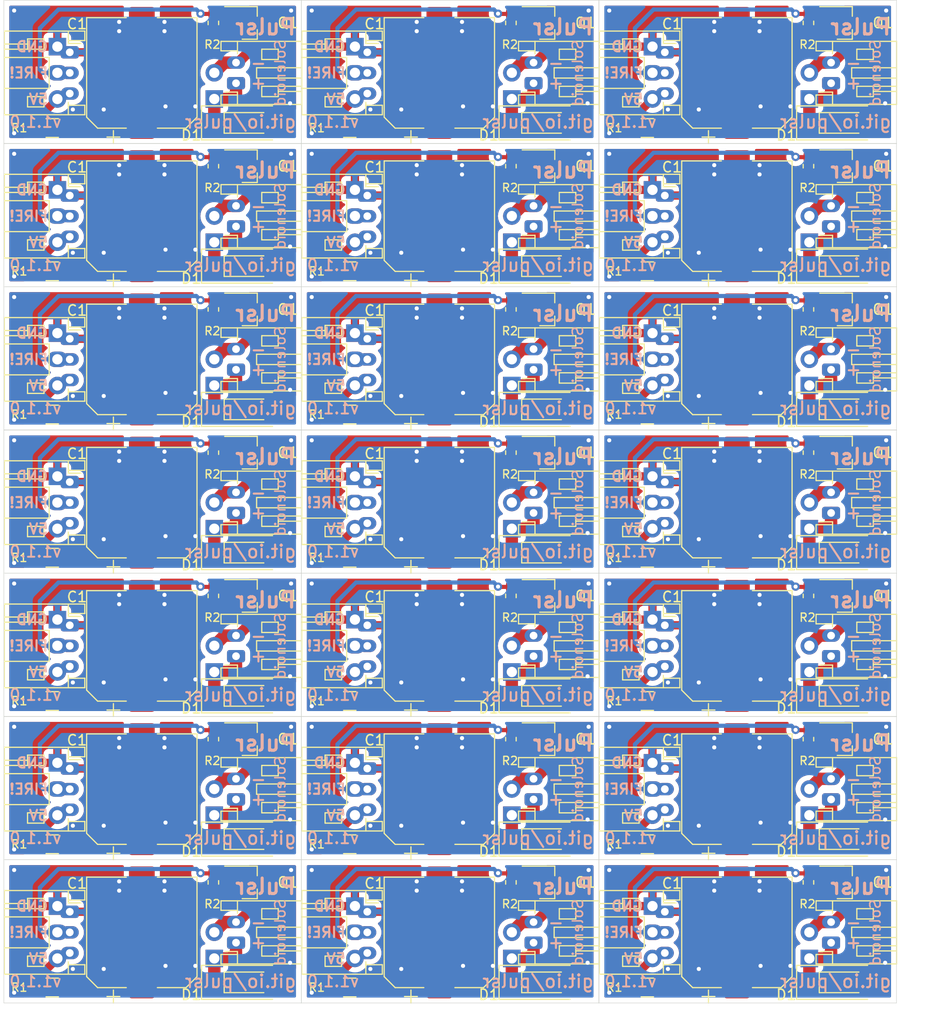
<source format=kicad_pcb>
(kicad_pcb (version 20171130) (host pcbnew "(5.1.2)-2")
  (layers (0 F.Cu signal) (31 B.Cu signal) (34 B.Paste user) (35 F.Paste user) (36 B.SilkS user) (37 F.SilkS user) (38 B.Mask user) (39 F.Mask user) (44 Edge.Cuts user))
  (net 0 "")
  (net 1 "Net-(C1-Pad1)")
  (net 2 GND)
  (net 3 "Net-(D1-Pad2)")
  (net 4 /FIRE!)
  (net 5 +5V)
  (module Connector_PinHeader_2.54mm:PinHeader_1x03_P2.54mm_Vertical (layer F.Cu) (at 137.5 51.2)
    (fp_text reference J2 hide)
    (fp_text value "0.1\" header")
    (pad 3 thru_hole oval (at 0 5.08) (size 1.7 1.7) (drill 1) (layers *.Cu *.Mask) (net 5 +5V))
    (pad 2 thru_hole oval (at 0 2.54) (size 2 1.5) (drill 1) (layers *.Cu *.Mask) (net 4 /FIRE!))
    (pad 1 thru_hole rect (at 0 0 90) (size 1.7 1.7) (drill 1) (layers *.Cu *.Mask) (net 2 GND))
  )
  (module Connector_PinHeader_2.54mm:PinHeader_1x03_P2.54mm_Vertical (layer F.Cu) (at 166.4 51.2)
    (fp_text reference J2 hide)
    (fp_text value "0.1\" header")
    (pad 3 thru_hole oval (at 0 5.08) (size 1.7 1.7) (drill 1) (layers *.Cu *.Mask) (net 5 +5V))
    (pad 2 thru_hole oval (at 0 2.54) (size 2 1.5) (drill 1) (layers *.Cu *.Mask) (net 4 /FIRE!))
    (pad 1 thru_hole rect (at 0 0 90) (size 1.7 1.7) (drill 1) (layers *.Cu *.Mask) (net 2 GND))
  )
  (module Connector_PinHeader_2.54mm:PinHeader_1x03_P2.54mm_Vertical (layer F.Cu) (at 195.3 51.2)
    (fp_text reference J2 hide)
    (fp_text value "0.1\" header")
    (pad 3 thru_hole oval (at 0 5.08) (size 1.7 1.7) (drill 1) (layers *.Cu *.Mask) (net 5 +5V))
    (pad 2 thru_hole oval (at 0 2.54) (size 2 1.5) (drill 1) (layers *.Cu *.Mask) (net 4 /FIRE!))
    (pad 1 thru_hole rect (at 0 0 90) (size 1.7 1.7) (drill 1) (layers *.Cu *.Mask) (net 2 GND))
  )
  (module Connector_PinHeader_2.54mm:PinHeader_1x03_P2.54mm_Vertical (layer F.Cu) (at 137.5 65.1)
    (fp_text reference J2 hide)
    (fp_text value "0.1\" header")
    (pad 3 thru_hole oval (at 0 5.08) (size 1.7 1.7) (drill 1) (layers *.Cu *.Mask) (net 5 +5V))
    (pad 2 thru_hole oval (at 0 2.54) (size 2 1.5) (drill 1) (layers *.Cu *.Mask) (net 4 /FIRE!))
    (pad 1 thru_hole rect (at 0 0 90) (size 1.7 1.7) (drill 1) (layers *.Cu *.Mask) (net 2 GND))
  )
  (module Connector_PinHeader_2.54mm:PinHeader_1x03_P2.54mm_Vertical (layer F.Cu) (at 166.4 65.1)
    (fp_text reference J2 hide)
    (fp_text value "0.1\" header")
    (pad 3 thru_hole oval (at 0 5.08) (size 1.7 1.7) (drill 1) (layers *.Cu *.Mask) (net 5 +5V))
    (pad 2 thru_hole oval (at 0 2.54) (size 2 1.5) (drill 1) (layers *.Cu *.Mask) (net 4 /FIRE!))
    (pad 1 thru_hole rect (at 0 0 90) (size 1.7 1.7) (drill 1) (layers *.Cu *.Mask) (net 2 GND))
  )
  (module Connector_PinHeader_2.54mm:PinHeader_1x03_P2.54mm_Vertical (layer F.Cu) (at 195.3 65.1)
    (fp_text reference J2 hide)
    (fp_text value "0.1\" header")
    (pad 3 thru_hole oval (at 0 5.08) (size 1.7 1.7) (drill 1) (layers *.Cu *.Mask) (net 5 +5V))
    (pad 2 thru_hole oval (at 0 2.54) (size 2 1.5) (drill 1) (layers *.Cu *.Mask) (net 4 /FIRE!))
    (pad 1 thru_hole rect (at 0 0 90) (size 1.7 1.7) (drill 1) (layers *.Cu *.Mask) (net 2 GND))
  )
  (module Connector_PinHeader_2.54mm:PinHeader_1x03_P2.54mm_Vertical (layer F.Cu) (at 137.5 79)
    (fp_text reference J2 hide)
    (fp_text value "0.1\" header")
    (pad 3 thru_hole oval (at 0 5.08) (size 1.7 1.7) (drill 1) (layers *.Cu *.Mask) (net 5 +5V))
    (pad 2 thru_hole oval (at 0 2.54) (size 2 1.5) (drill 1) (layers *.Cu *.Mask) (net 4 /FIRE!))
    (pad 1 thru_hole rect (at 0 0 90) (size 1.7 1.7) (drill 1) (layers *.Cu *.Mask) (net 2 GND))
  )
  (module Connector_PinHeader_2.54mm:PinHeader_1x03_P2.54mm_Vertical (layer F.Cu) (at 166.4 79)
    (fp_text reference J2 hide)
    (fp_text value "0.1\" header")
    (pad 3 thru_hole oval (at 0 5.08) (size 1.7 1.7) (drill 1) (layers *.Cu *.Mask) (net 5 +5V))
    (pad 2 thru_hole oval (at 0 2.54) (size 2 1.5) (drill 1) (layers *.Cu *.Mask) (net 4 /FIRE!))
    (pad 1 thru_hole rect (at 0 0 90) (size 1.7 1.7) (drill 1) (layers *.Cu *.Mask) (net 2 GND))
  )
  (module Connector_PinHeader_2.54mm:PinHeader_1x03_P2.54mm_Vertical (layer F.Cu) (at 195.3 79)
    (fp_text reference J2 hide)
    (fp_text value "0.1\" header")
    (pad 3 thru_hole oval (at 0 5.08) (size 1.7 1.7) (drill 1) (layers *.Cu *.Mask) (net 5 +5V))
    (pad 2 thru_hole oval (at 0 2.54) (size 2 1.5) (drill 1) (layers *.Cu *.Mask) (net 4 /FIRE!))
    (pad 1 thru_hole rect (at 0 0 90) (size 1.7 1.7) (drill 1) (layers *.Cu *.Mask) (net 2 GND))
  )
  (module Connector_PinHeader_2.54mm:PinHeader_1x03_P2.54mm_Vertical (layer F.Cu) (at 137.5 92.9)
    (fp_text reference J2 hide)
    (fp_text value "0.1\" header")
    (pad 3 thru_hole oval (at 0 5.08) (size 1.7 1.7) (drill 1) (layers *.Cu *.Mask) (net 5 +5V))
    (pad 2 thru_hole oval (at 0 2.54) (size 2 1.5) (drill 1) (layers *.Cu *.Mask) (net 4 /FIRE!))
    (pad 1 thru_hole rect (at 0 0 90) (size 1.7 1.7) (drill 1) (layers *.Cu *.Mask) (net 2 GND))
  )
  (module Connector_PinHeader_2.54mm:PinHeader_1x03_P2.54mm_Vertical (layer F.Cu) (at 166.4 92.9)
    (fp_text reference J2 hide)
    (fp_text value "0.1\" header")
    (pad 3 thru_hole oval (at 0 5.08) (size 1.7 1.7) (drill 1) (layers *.Cu *.Mask) (net 5 +5V))
    (pad 2 thru_hole oval (at 0 2.54) (size 2 1.5) (drill 1) (layers *.Cu *.Mask) (net 4 /FIRE!))
    (pad 1 thru_hole rect (at 0 0 90) (size 1.7 1.7) (drill 1) (layers *.Cu *.Mask) (net 2 GND))
  )
  (module Connector_PinHeader_2.54mm:PinHeader_1x03_P2.54mm_Vertical (layer F.Cu) (at 195.3 92.9)
    (fp_text reference J2 hide)
    (fp_text value "0.1\" header")
    (pad 3 thru_hole oval (at 0 5.08) (size 1.7 1.7) (drill 1) (layers *.Cu *.Mask) (net 5 +5V))
    (pad 2 thru_hole oval (at 0 2.54) (size 2 1.5) (drill 1) (layers *.Cu *.Mask) (net 4 /FIRE!))
    (pad 1 thru_hole rect (at 0 0 90) (size 1.7 1.7) (drill 1) (layers *.Cu *.Mask) (net 2 GND))
  )
  (module Connector_PinHeader_2.54mm:PinHeader_1x03_P2.54mm_Vertical (layer F.Cu) (at 137.5 106.8)
    (fp_text reference J2 hide)
    (fp_text value "0.1\" header")
    (pad 3 thru_hole oval (at 0 5.08) (size 1.7 1.7) (drill 1) (layers *.Cu *.Mask) (net 5 +5V))
    (pad 2 thru_hole oval (at 0 2.54) (size 2 1.5) (drill 1) (layers *.Cu *.Mask) (net 4 /FIRE!))
    (pad 1 thru_hole rect (at 0 0 90) (size 1.7 1.7) (drill 1) (layers *.Cu *.Mask) (net 2 GND))
  )
  (module Connector_PinHeader_2.54mm:PinHeader_1x03_P2.54mm_Vertical (layer F.Cu) (at 166.4 106.8)
    (fp_text reference J2 hide)
    (fp_text value "0.1\" header")
    (pad 3 thru_hole oval (at 0 5.08) (size 1.7 1.7) (drill 1) (layers *.Cu *.Mask) (net 5 +5V))
    (pad 2 thru_hole oval (at 0 2.54) (size 2 1.5) (drill 1) (layers *.Cu *.Mask) (net 4 /FIRE!))
    (pad 1 thru_hole rect (at 0 0 90) (size 1.7 1.7) (drill 1) (layers *.Cu *.Mask) (net 2 GND))
  )
  (module Connector_PinHeader_2.54mm:PinHeader_1x03_P2.54mm_Vertical (layer F.Cu) (at 195.3 106.8)
    (fp_text reference J2 hide)
    (fp_text value "0.1\" header")
    (pad 3 thru_hole oval (at 0 5.08) (size 1.7 1.7) (drill 1) (layers *.Cu *.Mask) (net 5 +5V))
    (pad 2 thru_hole oval (at 0 2.54) (size 2 1.5) (drill 1) (layers *.Cu *.Mask) (net 4 /FIRE!))
    (pad 1 thru_hole rect (at 0 0 90) (size 1.7 1.7) (drill 1) (layers *.Cu *.Mask) (net 2 GND))
  )
  (module Connector_PinHeader_2.54mm:PinHeader_1x03_P2.54mm_Vertical (layer F.Cu) (at 137.5 120.7)
    (fp_text reference J2 hide)
    (fp_text value "0.1\" header")
    (pad 3 thru_hole oval (at 0 5.08) (size 1.7 1.7) (drill 1) (layers *.Cu *.Mask) (net 5 +5V))
    (pad 2 thru_hole oval (at 0 2.54) (size 2 1.5) (drill 1) (layers *.Cu *.Mask) (net 4 /FIRE!))
    (pad 1 thru_hole rect (at 0 0 90) (size 1.7 1.7) (drill 1) (layers *.Cu *.Mask) (net 2 GND))
  )
  (module Connector_PinHeader_2.54mm:PinHeader_1x03_P2.54mm_Vertical (layer F.Cu) (at 166.4 120.7)
    (fp_text reference J2 hide)
    (fp_text value "0.1\" header")
    (pad 3 thru_hole oval (at 0 5.08) (size 1.7 1.7) (drill 1) (layers *.Cu *.Mask) (net 5 +5V))
    (pad 2 thru_hole oval (at 0 2.54) (size 2 1.5) (drill 1) (layers *.Cu *.Mask) (net 4 /FIRE!))
    (pad 1 thru_hole rect (at 0 0 90) (size 1.7 1.7) (drill 1) (layers *.Cu *.Mask) (net 2 GND))
  )
  (module Connector_PinHeader_2.54mm:PinHeader_1x03_P2.54mm_Vertical (layer F.Cu) (at 195.3 120.7)
    (fp_text reference J2 hide)
    (fp_text value "0.1\" header")
    (pad 3 thru_hole oval (at 0 5.08) (size 1.7 1.7) (drill 1) (layers *.Cu *.Mask) (net 5 +5V))
    (pad 2 thru_hole oval (at 0 2.54) (size 2 1.5) (drill 1) (layers *.Cu *.Mask) (net 4 /FIRE!))
    (pad 1 thru_hole rect (at 0 0 90) (size 1.7 1.7) (drill 1) (layers *.Cu *.Mask) (net 2 GND))
  )
  (module Connector_PinHeader_2.54mm:PinHeader_1x03_P2.54mm_Vertical (layer F.Cu) (at 137.5 134.6)
    (fp_text reference J2 hide)
    (fp_text value "0.1\" header")
    (pad 3 thru_hole oval (at 0 5.08) (size 1.7 1.7) (drill 1) (layers *.Cu *.Mask) (net 5 +5V))
    (pad 2 thru_hole oval (at 0 2.54) (size 2 1.5) (drill 1) (layers *.Cu *.Mask) (net 4 /FIRE!))
    (pad 1 thru_hole rect (at 0 0 90) (size 1.7 1.7) (drill 1) (layers *.Cu *.Mask) (net 2 GND))
  )
  (module Connector_PinHeader_2.54mm:PinHeader_1x03_P2.54mm_Vertical (layer F.Cu) (at 166.4 134.6)
    (fp_text reference J2 hide)
    (fp_text value "0.1\" header")
    (pad 3 thru_hole oval (at 0 5.08) (size 1.7 1.7) (drill 1) (layers *.Cu *.Mask) (net 5 +5V))
    (pad 2 thru_hole oval (at 0 2.54) (size 2 1.5) (drill 1) (layers *.Cu *.Mask) (net 4 /FIRE!))
    (pad 1 thru_hole rect (at 0 0 90) (size 1.7 1.7) (drill 1) (layers *.Cu *.Mask) (net 2 GND))
  )
  (module graphics:kiwi10mm (layer B.Cu) (at 145.5 54.1 180)
    (fp_text reference G*** hide)
    (fp_text value LOGO hide)
  )
  (module graphics:kiwi10mm (layer B.Cu) (at 174.4 54.1 180)
    (fp_text reference G*** hide)
    (fp_text value LOGO hide)
  )
  (module graphics:kiwi10mm (layer B.Cu) (at 203.3 54.1 180)
    (fp_text reference G*** hide)
    (fp_text value LOGO hide)
  )
  (module graphics:kiwi10mm (layer B.Cu) (at 145.5 68 180)
    (fp_text reference G*** hide)
    (fp_text value LOGO hide)
  )
  (module graphics:kiwi10mm (layer B.Cu) (at 174.4 68 180)
    (fp_text reference G*** hide)
    (fp_text value LOGO hide)
  )
  (module graphics:kiwi10mm (layer B.Cu) (at 203.3 68 180)
    (fp_text reference G*** hide)
    (fp_text value LOGO hide)
  )
  (module graphics:kiwi10mm (layer B.Cu) (at 145.5 81.9 180)
    (fp_text reference G*** hide)
    (fp_text value LOGO hide)
  )
  (module graphics:kiwi10mm (layer B.Cu) (at 174.4 81.9 180)
    (fp_text reference G*** hide)
    (fp_text value LOGO hide)
  )
  (module graphics:kiwi10mm (layer B.Cu) (at 203.3 81.9 180)
    (fp_text reference G*** hide)
    (fp_text value LOGO hide)
  )
  (module graphics:kiwi10mm (layer B.Cu) (at 145.5 95.8 180)
    (fp_text reference G*** hide)
    (fp_text value LOGO hide)
  )
  (module graphics:kiwi10mm (layer B.Cu) (at 174.4 95.8 180)
    (fp_text reference G*** hide)
    (fp_text value LOGO hide)
  )
  (module graphics:kiwi10mm (layer B.Cu) (at 203.3 95.8 180)
    (fp_text reference G*** hide)
    (fp_text value LOGO hide)
  )
  (module graphics:kiwi10mm (layer B.Cu) (at 145.5 109.7 180)
    (fp_text reference G*** hide)
    (fp_text value LOGO hide)
  )
  (module graphics:kiwi10mm (layer B.Cu) (at 174.4 109.7 180)
    (fp_text reference G*** hide)
    (fp_text value LOGO hide)
  )
  (module graphics:kiwi10mm (layer B.Cu) (at 203.3 109.7 180)
    (fp_text reference G*** hide)
    (fp_text value LOGO hide)
  )
  (module graphics:kiwi10mm (layer B.Cu) (at 145.5 123.6 180)
    (fp_text reference G*** hide)
    (fp_text value LOGO hide)
  )
  (module graphics:kiwi10mm (layer B.Cu) (at 174.4 123.6 180)
    (fp_text reference G*** hide)
    (fp_text value LOGO hide)
  )
  (module graphics:kiwi10mm (layer B.Cu) (at 203.3 123.6 180)
    (fp_text reference G*** hide)
    (fp_text value LOGO hide)
  )
  (module graphics:kiwi10mm (layer B.Cu) (at 145.5 137.5 180)
    (fp_text reference G*** hide)
    (fp_text value LOGO hide)
  )
  (module graphics:kiwi10mm (layer B.Cu) (at 174.4 137.5 180)
    (fp_text reference G*** hide)
    (fp_text value LOGO hide)
  )
  (module Capacitor_SMD:CP_Elec_10x10.5 (layer F.Cu) (at 145.7 53.75 90)
    (fp_text reference C1 (at 4.75 -6.3 180) (layer F.SilkS))
    (fp_text value FC0H473ZFTBR24)
    (pad 1 smd roundrect (at -4.2 0 90) (size 4.4 2.5) (layers F.Cu F.Paste F.Mask) (roundrect_rratio 0.1) (net 1 "Net-(C1-Pad1)"))
    (pad 2 smd roundrect (at 4.2 0 90) (size 4.4 2.5) (layers F.Cu F.Paste F.Mask) (roundrect_rratio 0.1) (net 2 GND))
  )
  (module Capacitor_SMD:CP_Elec_10x10.5 (layer F.Cu) (at 174.6 53.75 90)
    (fp_text reference C1 (at 4.75 -6.3 180) (layer F.SilkS))
    (fp_text value FC0H473ZFTBR24)
    (pad 1 smd roundrect (at -4.2 0 90) (size 4.4 2.5) (layers F.Cu F.Paste F.Mask) (roundrect_rratio 0.1) (net 1 "Net-(C1-Pad1)"))
    (pad 2 smd roundrect (at 4.2 0 90) (size 4.4 2.5) (layers F.Cu F.Paste F.Mask) (roundrect_rratio 0.1) (net 2 GND))
  )
  (module Capacitor_SMD:CP_Elec_10x10.5 (layer F.Cu) (at 203.5 53.75 90)
    (fp_text reference C1 (at 4.75 -6.3 180) (layer F.SilkS))
    (fp_text value FC0H473ZFTBR24)
    (pad 1 smd roundrect (at -4.2 0 90) (size 4.4 2.5) (layers F.Cu F.Paste F.Mask) (roundrect_rratio 0.1) (net 1 "Net-(C1-Pad1)"))
    (pad 2 smd roundrect (at 4.2 0 90) (size 4.4 2.5) (layers F.Cu F.Paste F.Mask) (roundrect_rratio 0.1) (net 2 GND))
  )
  (module Capacitor_SMD:CP_Elec_10x10.5 (layer F.Cu) (at 145.7 67.65 90)
    (fp_text reference C1 (at 4.75 -6.3 180) (layer F.SilkS))
    (fp_text value FC0H473ZFTBR24)
    (pad 1 smd roundrect (at -4.2 0 90) (size 4.4 2.5) (layers F.Cu F.Paste F.Mask) (roundrect_rratio 0.1) (net 1 "Net-(C1-Pad1)"))
    (pad 2 smd roundrect (at 4.2 0 90) (size 4.4 2.5) (layers F.Cu F.Paste F.Mask) (roundrect_rratio 0.1) (net 2 GND))
  )
  (module Capacitor_SMD:CP_Elec_10x10.5 (layer F.Cu) (at 174.6 67.65 90)
    (fp_text reference C1 (at 4.75 -6.3 180) (layer F.SilkS))
    (fp_text value FC0H473ZFTBR24)
    (pad 1 smd roundrect (at -4.2 0 90) (size 4.4 2.5) (layers F.Cu F.Paste F.Mask) (roundrect_rratio 0.1) (net 1 "Net-(C1-Pad1)"))
    (pad 2 smd roundrect (at 4.2 0 90) (size 4.4 2.5) (layers F.Cu F.Paste F.Mask) (roundrect_rratio 0.1) (net 2 GND))
  )
  (module Capacitor_SMD:CP_Elec_10x10.5 (layer F.Cu) (at 203.5 67.65 90)
    (fp_text reference C1 (at 4.75 -6.3 180) (layer F.SilkS))
    (fp_text value FC0H473ZFTBR24)
    (pad 1 smd roundrect (at -4.2 0 90) (size 4.4 2.5) (layers F.Cu F.Paste F.Mask) (roundrect_rratio 0.1) (net 1 "Net-(C1-Pad1)"))
    (pad 2 smd roundrect (at 4.2 0 90) (size 4.4 2.5) (layers F.Cu F.Paste F.Mask) (roundrect_rratio 0.1) (net 2 GND))
  )
  (module Capacitor_SMD:CP_Elec_10x10.5 (layer F.Cu) (at 145.7 81.55 90)
    (fp_text reference C1 (at 4.75 -6.3 180) (layer F.SilkS))
    (fp_text value FC0H473ZFTBR24)
    (pad 1 smd roundrect (at -4.2 0 90) (size 4.4 2.5) (layers F.Cu F.Paste F.Mask) (roundrect_rratio 0.1) (net 1 "Net-(C1-Pad1)"))
    (pad 2 smd roundrect (at 4.2 0 90) (size 4.4 2.5) (layers F.Cu F.Paste F.Mask) (roundrect_rratio 0.1) (net 2 GND))
  )
  (module Capacitor_SMD:CP_Elec_10x10.5 (layer F.Cu) (at 174.6 81.55 90)
    (fp_text reference C1 (at 4.75 -6.3 180) (layer F.SilkS))
    (fp_text value FC0H473ZFTBR24)
    (pad 1 smd roundrect (at -4.2 0 90) (size 4.4 2.5) (layers F.Cu F.Paste F.Mask) (roundrect_rratio 0.1) (net 1 "Net-(C1-Pad1)"))
    (pad 2 smd roundrect (at 4.2 0 90) (size 4.4 2.5) (layers F.Cu F.Paste F.Mask) (roundrect_rratio 0.1) (net 2 GND))
  )
  (module Capacitor_SMD:CP_Elec_10x10.5 (layer F.Cu) (at 203.5 81.55 90)
    (fp_text reference C1 (at 4.75 -6.3 180) (layer F.SilkS))
    (fp_text value FC0H473ZFTBR24)
    (pad 1 smd roundrect (at -4.2 0 90) (size 4.4 2.5) (layers F.Cu F.Paste F.Mask) (roundrect_rratio 0.1) (net 1 "Net-(C1-Pad1)"))
    (pad 2 smd roundrect (at 4.2 0 90) (size 4.4 2.5) (layers F.Cu F.Paste F.Mask) (roundrect_rratio 0.1) (net 2 GND))
  )
  (module Capacitor_SMD:CP_Elec_10x10.5 (layer F.Cu) (at 145.7 95.45 90)
    (fp_text reference C1 (at 4.75 -6.3 180) (layer F.SilkS))
    (fp_text value FC0H473ZFTBR24)
    (pad 1 smd roundrect (at -4.2 0 90) (size 4.4 2.5) (layers F.Cu F.Paste F.Mask) (roundrect_rratio 0.1) (net 1 "Net-(C1-Pad1)"))
    (pad 2 smd roundrect (at 4.2 0 90) (size 4.4 2.5) (layers F.Cu F.Paste F.Mask) (roundrect_rratio 0.1) (net 2 GND))
  )
  (module Capacitor_SMD:CP_Elec_10x10.5 (layer F.Cu) (at 174.6 95.45 90)
    (fp_text reference C1 (at 4.75 -6.3 180) (layer F.SilkS))
    (fp_text value FC0H473ZFTBR24)
    (pad 1 smd roundrect (at -4.2 0 90) (size 4.4 2.5) (layers F.Cu F.Paste F.Mask) (roundrect_rratio 0.1) (net 1 "Net-(C1-Pad1)"))
    (pad 2 smd roundrect (at 4.2 0 90) (size 4.4 2.5) (layers F.Cu F.Paste F.Mask) (roundrect_rratio 0.1) (net 2 GND))
  )
  (module Capacitor_SMD:CP_Elec_10x10.5 (layer F.Cu) (at 203.5 95.45 90)
    (fp_text reference C1 (at 4.75 -6.3 180) (layer F.SilkS))
    (fp_text value FC0H473ZFTBR24)
    (pad 1 smd roundrect (at -4.2 0 90) (size 4.4 2.5) (layers F.Cu F.Paste F.Mask) (roundrect_rratio 0.1) (net 1 "Net-(C1-Pad1)"))
    (pad 2 smd roundrect (at 4.2 0 90) (size 4.4 2.5) (layers F.Cu F.Paste F.Mask) (roundrect_rratio 0.1) (net 2 GND))
  )
  (module Capacitor_SMD:CP_Elec_10x10.5 (layer F.Cu) (at 145.7 109.35 90)
    (fp_text reference C1 (at 4.75 -6.3 180) (layer F.SilkS))
    (fp_text value FC0H473ZFTBR24)
    (pad 1 smd roundrect (at -4.2 0 90) (size 4.4 2.5) (layers F.Cu F.Paste F.Mask) (roundrect_rratio 0.1) (net 1 "Net-(C1-Pad1)"))
    (pad 2 smd roundrect (at 4.2 0 90) (size 4.4 2.5) (layers F.Cu F.Paste F.Mask) (roundrect_rratio 0.1) (net 2 GND))
  )
  (module Capacitor_SMD:CP_Elec_10x10.5 (layer F.Cu) (at 174.6 109.35 90)
    (fp_text reference C1 (at 4.75 -6.3 180) (layer F.SilkS))
    (fp_text value FC0H473ZFTBR24)
    (pad 1 smd roundrect (at -4.2 0 90) (size 4.4 2.5) (layers F.Cu F.Paste F.Mask) (roundrect_rratio 0.1) (net 1 "Net-(C1-Pad1)"))
    (pad 2 smd roundrect (at 4.2 0 90) (size 4.4 2.5) (layers F.Cu F.Paste F.Mask) (roundrect_rratio 0.1) (net 2 GND))
  )
  (module Capacitor_SMD:CP_Elec_10x10.5 (layer F.Cu) (at 203.5 109.35 90)
    (fp_text reference C1 (at 4.75 -6.3 180) (layer F.SilkS))
    (fp_text value FC0H473ZFTBR24)
    (pad 1 smd roundrect (at -4.2 0 90) (size 4.4 2.5) (layers F.Cu F.Paste F.Mask) (roundrect_rratio 0.1) (net 1 "Net-(C1-Pad1)"))
    (pad 2 smd roundrect (at 4.2 0 90) (size 4.4 2.5) (layers F.Cu F.Paste F.Mask) (roundrect_rratio 0.1) (net 2 GND))
  )
  (module Capacitor_SMD:CP_Elec_10x10.5 (layer F.Cu) (at 145.7 123.25 90)
    (fp_text reference C1 (at 4.75 -6.3 180) (layer F.SilkS))
    (fp_text value FC0H473ZFTBR24)
    (pad 1 smd roundrect (at -4.2 0 90) (size 4.4 2.5) (layers F.Cu F.Paste F.Mask) (roundrect_rratio 0.1) (net 1 "Net-(C1-Pad1)"))
    (pad 2 smd roundrect (at 4.2 0 90) (size 4.4 2.5) (layers F.Cu F.Paste F.Mask) (roundrect_rratio 0.1) (net 2 GND))
  )
  (module Capacitor_SMD:CP_Elec_10x10.5 (layer F.Cu) (at 174.6 123.25 90)
    (fp_text reference C1 (at 4.75 -6.3 180) (layer F.SilkS))
    (fp_text value FC0H473ZFTBR24)
    (pad 1 smd roundrect (at -4.2 0 90) (size 4.4 2.5) (layers F.Cu F.Paste F.Mask) (roundrect_rratio 0.1) (net 1 "Net-(C1-Pad1)"))
    (pad 2 smd roundrect (at 4.2 0 90) (size 4.4 2.5) (layers F.Cu F.Paste F.Mask) (roundrect_rratio 0.1) (net 2 GND))
  )
  (module Capacitor_SMD:CP_Elec_10x10.5 (layer F.Cu) (at 203.5 123.25 90)
    (fp_text reference C1 (at 4.75 -6.3 180) (layer F.SilkS))
    (fp_text value FC0H473ZFTBR24)
    (pad 1 smd roundrect (at -4.2 0 90) (size 4.4 2.5) (layers F.Cu F.Paste F.Mask) (roundrect_rratio 0.1) (net 1 "Net-(C1-Pad1)"))
    (pad 2 smd roundrect (at 4.2 0 90) (size 4.4 2.5) (layers F.Cu F.Paste F.Mask) (roundrect_rratio 0.1) (net 2 GND))
  )
  (module Capacitor_SMD:CP_Elec_10x10.5 (layer F.Cu) (at 145.7 137.15 90)
    (fp_text reference C1 (at 4.75 -6.3 180) (layer F.SilkS))
    (fp_text value FC0H473ZFTBR24)
    (pad 1 smd roundrect (at -4.2 0 90) (size 4.4 2.5) (layers F.Cu F.Paste F.Mask) (roundrect_rratio 0.1) (net 1 "Net-(C1-Pad1)"))
    (pad 2 smd roundrect (at 4.2 0 90) (size 4.4 2.5) (layers F.Cu F.Paste F.Mask) (roundrect_rratio 0.1) (net 2 GND))
  )
  (module Capacitor_SMD:CP_Elec_10x10.5 (layer F.Cu) (at 174.6 137.15 90)
    (fp_text reference C1 (at 4.75 -6.3 180) (layer F.SilkS))
    (fp_text value FC0H473ZFTBR24)
    (pad 1 smd roundrect (at -4.2 0 90) (size 4.4 2.5) (layers F.Cu F.Paste F.Mask) (roundrect_rratio 0.1) (net 1 "Net-(C1-Pad1)"))
    (pad 2 smd roundrect (at 4.2 0 90) (size 4.4 2.5) (layers F.Cu F.Paste F.Mask) (roundrect_rratio 0.1) (net 2 GND))
  )
  (module Connector_PinHeader_2.54mm:PinHeader_1x02_P2.54mm_Vertical (layer F.Cu) (at 152.74 56.28 180)
    (fp_text reference J2 hide)
    (fp_text value "0.1\" header")
    (pad 1 thru_hole rect (at 0 0 180) (size 1.7 1.7) (drill 1) (layers *.Cu *.Mask) (net 1 "Net-(C1-Pad1)"))
    (pad 2 thru_hole oval (at 0 2.54 180) (size 1.7 1.7) (drill 1) (layers *.Cu *.Mask) (net 3 "Net-(D1-Pad2)"))
  )
  (module Connector_PinHeader_2.54mm:PinHeader_1x02_P2.54mm_Vertical (layer F.Cu) (at 181.64 56.28 180)
    (fp_text reference J2 hide)
    (fp_text value "0.1\" header")
    (pad 1 thru_hole rect (at 0 0 180) (size 1.7 1.7) (drill 1) (layers *.Cu *.Mask) (net 1 "Net-(C1-Pad1)"))
    (pad 2 thru_hole oval (at 0 2.54 180) (size 1.7 1.7) (drill 1) (layers *.Cu *.Mask) (net 3 "Net-(D1-Pad2)"))
  )
  (module Connector_PinHeader_2.54mm:PinHeader_1x02_P2.54mm_Vertical (layer F.Cu) (at 210.54 56.28 180)
    (fp_text reference J2 hide)
    (fp_text value "0.1\" header")
    (pad 1 thru_hole rect (at 0 0 180) (size 1.7 1.7) (drill 1) (layers *.Cu *.Mask) (net 1 "Net-(C1-Pad1)"))
    (pad 2 thru_hole oval (at 0 2.54 180) (size 1.7 1.7) (drill 1) (layers *.Cu *.Mask) (net 3 "Net-(D1-Pad2)"))
  )
  (module Connector_PinHeader_2.54mm:PinHeader_1x02_P2.54mm_Vertical (layer F.Cu) (at 152.74 70.18 180)
    (fp_text reference J2 hide)
    (fp_text value "0.1\" header")
    (pad 1 thru_hole rect (at 0 0 180) (size 1.7 1.7) (drill 1) (layers *.Cu *.Mask) (net 1 "Net-(C1-Pad1)"))
    (pad 2 thru_hole oval (at 0 2.54 180) (size 1.7 1.7) (drill 1) (layers *.Cu *.Mask) (net 3 "Net-(D1-Pad2)"))
  )
  (module Connector_PinHeader_2.54mm:PinHeader_1x02_P2.54mm_Vertical (layer F.Cu) (at 181.64 70.18 180)
    (fp_text reference J2 hide)
    (fp_text value "0.1\" header")
    (pad 1 thru_hole rect (at 0 0 180) (size 1.7 1.7) (drill 1) (layers *.Cu *.Mask) (net 1 "Net-(C1-Pad1)"))
    (pad 2 thru_hole oval (at 0 2.54 180) (size 1.7 1.7) (drill 1) (layers *.Cu *.Mask) (net 3 "Net-(D1-Pad2)"))
  )
  (module Connector_PinHeader_2.54mm:PinHeader_1x02_P2.54mm_Vertical (layer F.Cu) (at 210.54 70.18 180)
    (fp_text reference J2 hide)
    (fp_text value "0.1\" header")
    (pad 1 thru_hole rect (at 0 0 180) (size 1.7 1.7) (drill 1) (layers *.Cu *.Mask) (net 1 "Net-(C1-Pad1)"))
    (pad 2 thru_hole oval (at 0 2.54 180) (size 1.7 1.7) (drill 1) (layers *.Cu *.Mask) (net 3 "Net-(D1-Pad2)"))
  )
  (module Connector_PinHeader_2.54mm:PinHeader_1x02_P2.54mm_Vertical (layer F.Cu) (at 152.74 84.08 180)
    (fp_text reference J2 hide)
    (fp_text value "0.1\" header")
    (pad 1 thru_hole rect (at 0 0 180) (size 1.7 1.7) (drill 1) (layers *.Cu *.Mask) (net 1 "Net-(C1-Pad1)"))
    (pad 2 thru_hole oval (at 0 2.54 180) (size 1.7 1.7) (drill 1) (layers *.Cu *.Mask) (net 3 "Net-(D1-Pad2)"))
  )
  (module Connector_PinHeader_2.54mm:PinHeader_1x02_P2.54mm_Vertical (layer F.Cu) (at 181.64 84.08 180)
    (fp_text reference J2 hide)
    (fp_text value "0.1\" header")
    (pad 1 thru_hole rect (at 0 0 180) (size 1.7 1.7) (drill 1) (layers *.Cu *.Mask) (net 1 "Net-(C1-Pad1)"))
    (pad 2 thru_hole oval (at 0 2.54 180) (size 1.7 1.7) (drill 1) (layers *.Cu *.Mask) (net 3 "Net-(D1-Pad2)"))
  )
  (module Connector_PinHeader_2.54mm:PinHeader_1x02_P2.54mm_Vertical (layer F.Cu) (at 210.54 84.08 180)
    (fp_text reference J2 hide)
    (fp_text value "0.1\" header")
    (pad 1 thru_hole rect (at 0 0 180) (size 1.7 1.7) (drill 1) (layers *.Cu *.Mask) (net 1 "Net-(C1-Pad1)"))
    (pad 2 thru_hole oval (at 0 2.54 180) (size 1.7 1.7) (drill 1) (layers *.Cu *.Mask) (net 3 "Net-(D1-Pad2)"))
  )
  (module Connector_PinHeader_2.54mm:PinHeader_1x02_P2.54mm_Vertical (layer F.Cu) (at 152.74 97.98 180)
    (fp_text reference J2 hide)
    (fp_text value "0.1\" header")
    (pad 1 thru_hole rect (at 0 0 180) (size 1.7 1.7) (drill 1) (layers *.Cu *.Mask) (net 1 "Net-(C1-Pad1)"))
    (pad 2 thru_hole oval (at 0 2.54 180) (size 1.7 1.7) (drill 1) (layers *.Cu *.Mask) (net 3 "Net-(D1-Pad2)"))
  )
  (module Connector_PinHeader_2.54mm:PinHeader_1x02_P2.54mm_Vertical (layer F.Cu) (at 181.64 97.98 180)
    (fp_text reference J2 hide)
    (fp_text value "0.1\" header")
    (pad 1 thru_hole rect (at 0 0 180) (size 1.7 1.7) (drill 1) (layers *.Cu *.Mask) (net 1 "Net-(C1-Pad1)"))
    (pad 2 thru_hole oval (at 0 2.54 180) (size 1.7 1.7) (drill 1) (layers *.Cu *.Mask) (net 3 "Net-(D1-Pad2)"))
  )
  (module Connector_PinHeader_2.54mm:PinHeader_1x02_P2.54mm_Vertical (layer F.Cu) (at 210.54 97.98 180)
    (fp_text reference J2 hide)
    (fp_text value "0.1\" header")
    (pad 1 thru_hole rect (at 0 0 180) (size 1.7 1.7) (drill 1) (layers *.Cu *.Mask) (net 1 "Net-(C1-Pad1)"))
    (pad 2 thru_hole oval (at 0 2.54 180) (size 1.7 1.7) (drill 1) (layers *.Cu *.Mask) (net 3 "Net-(D1-Pad2)"))
  )
  (module Connector_PinHeader_2.54mm:PinHeader_1x02_P2.54mm_Vertical (layer F.Cu) (at 152.74 111.88 180)
    (fp_text reference J2 hide)
    (fp_text value "0.1\" header")
    (pad 1 thru_hole rect (at 0 0 180) (size 1.7 1.7) (drill 1) (layers *.Cu *.Mask) (net 1 "Net-(C1-Pad1)"))
    (pad 2 thru_hole oval (at 0 2.54 180) (size 1.7 1.7) (drill 1) (layers *.Cu *.Mask) (net 3 "Net-(D1-Pad2)"))
  )
  (module Connector_PinHeader_2.54mm:PinHeader_1x02_P2.54mm_Vertical (layer F.Cu) (at 181.64 111.88 180)
    (fp_text reference J2 hide)
    (fp_text value "0.1\" header")
    (pad 1 thru_hole rect (at 0 0 180) (size 1.7 1.7) (drill 1) (layers *.Cu *.Mask) (net 1 "Net-(C1-Pad1)"))
    (pad 2 thru_hole oval (at 0 2.54 180) (size 1.7 1.7) (drill 1) (layers *.Cu *.Mask) (net 3 "Net-(D1-Pad2)"))
  )
  (module Connector_PinHeader_2.54mm:PinHeader_1x02_P2.54mm_Vertical (layer F.Cu) (at 210.54 111.88 180)
    (fp_text reference J2 hide)
    (fp_text value "0.1\" header")
    (pad 1 thru_hole rect (at 0 0 180) (size 1.7 1.7) (drill 1) (layers *.Cu *.Mask) (net 1 "Net-(C1-Pad1)"))
    (pad 2 thru_hole oval (at 0 2.54 180) (size 1.7 1.7) (drill 1) (layers *.Cu *.Mask) (net 3 "Net-(D1-Pad2)"))
  )
  (module Connector_PinHeader_2.54mm:PinHeader_1x02_P2.54mm_Vertical (layer F.Cu) (at 152.74 125.78 180)
    (fp_text reference J2 hide)
    (fp_text value "0.1\" header")
    (pad 1 thru_hole rect (at 0 0 180) (size 1.7 1.7) (drill 1) (layers *.Cu *.Mask) (net 1 "Net-(C1-Pad1)"))
    (pad 2 thru_hole oval (at 0 2.54 180) (size 1.7 1.7) (drill 1) (layers *.Cu *.Mask) (net 3 "Net-(D1-Pad2)"))
  )
  (module Connector_PinHeader_2.54mm:PinHeader_1x02_P2.54mm_Vertical (layer F.Cu) (at 181.64 125.78 180)
    (fp_text reference J2 hide)
    (fp_text value "0.1\" header")
    (pad 1 thru_hole rect (at 0 0 180) (size 1.7 1.7) (drill 1) (layers *.Cu *.Mask) (net 1 "Net-(C1-Pad1)"))
    (pad 2 thru_hole oval (at 0 2.54 180) (size 1.7 1.7) (drill 1) (layers *.Cu *.Mask) (net 3 "Net-(D1-Pad2)"))
  )
  (module Connector_PinHeader_2.54mm:PinHeader_1x02_P2.54mm_Vertical (layer F.Cu) (at 210.54 125.78 180)
    (fp_text reference J2 hide)
    (fp_text value "0.1\" header")
    (pad 1 thru_hole rect (at 0 0 180) (size 1.7 1.7) (drill 1) (layers *.Cu *.Mask) (net 1 "Net-(C1-Pad1)"))
    (pad 2 thru_hole oval (at 0 2.54 180) (size 1.7 1.7) (drill 1) (layers *.Cu *.Mask) (net 3 "Net-(D1-Pad2)"))
  )
  (module Connector_PinHeader_2.54mm:PinHeader_1x02_P2.54mm_Vertical (layer F.Cu) (at 152.74 139.68 180)
    (fp_text reference J2 hide)
    (fp_text value "0.1\" header")
    (pad 1 thru_hole rect (at 0 0 180) (size 1.7 1.7) (drill 1) (layers *.Cu *.Mask) (net 1 "Net-(C1-Pad1)"))
    (pad 2 thru_hole oval (at 0 2.54 180) (size 1.7 1.7) (drill 1) (layers *.Cu *.Mask) (net 3 "Net-(D1-Pad2)"))
  )
  (module Connector_PinHeader_2.54mm:PinHeader_1x02_P2.54mm_Vertical (layer F.Cu) (at 181.64 139.68 180)
    (fp_text reference J2 hide)
    (fp_text value "0.1\" header")
    (pad 1 thru_hole rect (at 0 0 180) (size 1.7 1.7) (drill 1) (layers *.Cu *.Mask) (net 1 "Net-(C1-Pad1)"))
    (pad 2 thru_hole oval (at 0 2.54 180) (size 1.7 1.7) (drill 1) (layers *.Cu *.Mask) (net 3 "Net-(D1-Pad2)"))
  )
  (module Package_TO_SOT_SMD:SOT-23_Handsoldering (layer F.Cu) (at 156.15 48.9)
    (fp_text reference Q1 (at 3.75 0 180) (layer F.SilkS))
    (fp_text value FDN339AN)
    (pad 3 smd rect (at 1.5 0) (size 1.9 0.8) (layers F.Cu F.Paste F.Mask) (net 3 "Net-(D1-Pad2)"))
    (pad 2 smd rect (at -1.5 0.95) (size 1.9 0.8) (layers F.Cu F.Paste F.Mask) (net 2 GND))
    (pad 1 smd rect (at -1.5 -0.95) (size 1.9 0.8) (layers F.Cu F.Paste F.Mask) (net 4 /FIRE!))
  )
  (module Package_TO_SOT_SMD:SOT-23_Handsoldering (layer F.Cu) (at 185.05 48.9)
    (fp_text reference Q1 (at 3.75 0 180) (layer F.SilkS))
    (fp_text value FDN339AN)
    (pad 3 smd rect (at 1.5 0) (size 1.9 0.8) (layers F.Cu F.Paste F.Mask) (net 3 "Net-(D1-Pad2)"))
    (pad 2 smd rect (at -1.5 0.95) (size 1.9 0.8) (layers F.Cu F.Paste F.Mask) (net 2 GND))
    (pad 1 smd rect (at -1.5 -0.95) (size 1.9 0.8) (layers F.Cu F.Paste F.Mask) (net 4 /FIRE!))
  )
  (module Package_TO_SOT_SMD:SOT-23_Handsoldering (layer F.Cu) (at 213.95 48.9)
    (fp_text reference Q1 (at 3.75 0 180) (layer F.SilkS))
    (fp_text value FDN339AN)
    (pad 3 smd rect (at 1.5 0) (size 1.9 0.8) (layers F.Cu F.Paste F.Mask) (net 3 "Net-(D1-Pad2)"))
    (pad 2 smd rect (at -1.5 0.95) (size 1.9 0.8) (layers F.Cu F.Paste F.Mask) (net 2 GND))
    (pad 1 smd rect (at -1.5 -0.95) (size 1.9 0.8) (layers F.Cu F.Paste F.Mask) (net 4 /FIRE!))
  )
  (module Package_TO_SOT_SMD:SOT-23_Handsoldering (layer F.Cu) (at 156.15 62.8)
    (fp_text reference Q1 (at 3.75 0 180) (layer F.SilkS))
    (fp_text value FDN339AN)
    (pad 3 smd rect (at 1.5 0) (size 1.9 0.8) (layers F.Cu F.Paste F.Mask) (net 3 "Net-(D1-Pad2)"))
    (pad 2 smd rect (at -1.5 0.95) (size 1.9 0.8) (layers F.Cu F.Paste F.Mask) (net 2 GND))
    (pad 1 smd rect (at -1.5 -0.95) (size 1.9 0.8) (layers F.Cu F.Paste F.Mask) (net 4 /FIRE!))
  )
  (module Package_TO_SOT_SMD:SOT-23_Handsoldering (layer F.Cu) (at 185.05 62.8)
    (fp_text reference Q1 (at 3.75 0 180) (layer F.SilkS))
    (fp_text value FDN339AN)
    (pad 3 smd rect (at 1.5 0) (size 1.9 0.8) (layers F.Cu F.Paste F.Mask) (net 3 "Net-(D1-Pad2)"))
    (pad 2 smd rect (at -1.5 0.95) (size 1.9 0.8) (layers F.Cu F.Paste F.Mask) (net 2 GND))
    (pad 1 smd rect (at -1.5 -0.95) (size 1.9 0.8) (layers F.Cu F.Paste F.Mask) (net 4 /FIRE!))
  )
  (module Package_TO_SOT_SMD:SOT-23_Handsoldering (layer F.Cu) (at 213.95 62.8)
    (fp_text reference Q1 (at 3.75 0 180) (layer F.SilkS))
    (fp_text value FDN339AN)
    (pad 3 smd rect (at 1.5 0) (size 1.9 0.8) (layers F.Cu F.Paste F.Mask) (net 3 "Net-(D1-Pad2)"))
    (pad 2 smd rect (at -1.5 0.95) (size 1.9 0.8) (layers F.Cu F.Paste F.Mask) (net 2 GND))
    (pad 1 smd rect (at -1.5 -0.95) (size 1.9 0.8) (layers F.Cu F.Paste F.Mask) (net 4 /FIRE!))
  )
  (module Package_TO_SOT_SMD:SOT-23_Handsoldering (layer F.Cu) (at 156.15 76.7)
    (fp_text reference Q1 (at 3.75 0 180) (layer F.SilkS))
    (fp_text value FDN339AN)
    (pad 3 smd rect (at 1.5 0) (size 1.9 0.8) (layers F.Cu F.Paste F.Mask) (net 3 "Net-(D1-Pad2)"))
    (pad 2 smd rect (at -1.5 0.95) (size 1.9 0.8) (layers F.Cu F.Paste F.Mask) (net 2 GND))
    (pad 1 smd rect (at -1.5 -0.95) (size 1.9 0.8) (layers F.Cu F.Paste F.Mask) (net 4 /FIRE!))
  )
  (module Package_TO_SOT_SMD:SOT-23_Handsoldering (layer F.Cu) (at 185.05 76.7)
    (fp_text reference Q1 (at 3.75 0 180) (layer F.SilkS))
    (fp_text value FDN339AN)
    (pad 3 smd rect (at 1.5 0) (size 1.9 0.8) (layers F.Cu F.Paste F.Mask) (net 3 "Net-(D1-Pad2)"))
    (pad 2 smd rect (at -1.5 0.95) (size 1.9 0.8) (layers F.Cu F.Paste F.Mask) (net 2 GND))
    (pad 1 smd rect (at -1.5 -0.95) (size 1.9 0.8) (layers F.Cu F.Paste F.Mask) (net 4 /FIRE!))
  )
  (module Package_TO_SOT_SMD:SOT-23_Handsoldering (layer F.Cu) (at 213.95 76.7)
    (fp_text reference Q1 (at 3.75 0 180) (layer F.SilkS))
    (fp_text value FDN339AN)
    (pad 3 smd rect (at 1.5 0) (size 1.9 0.8) (layers F.Cu F.Paste F.Mask) (net 3 "Net-(D1-Pad2)"))
    (pad 2 smd rect (at -1.5 0.95) (size 1.9 0.8) (layers F.Cu F.Paste F.Mask) (net 2 GND))
    (pad 1 smd rect (at -1.5 -0.95) (size 1.9 0.8) (layers F.Cu F.Paste F.Mask) (net 4 /FIRE!))
  )
  (module Package_TO_SOT_SMD:SOT-23_Handsoldering (layer F.Cu) (at 156.15 90.6)
    (fp_text reference Q1 (at 3.75 0 180) (layer F.SilkS))
    (fp_text value FDN339AN)
    (pad 3 smd rect (at 1.5 0) (size 1.9 0.8) (layers F.Cu F.Paste F.Mask) (net 3 "Net-(D1-Pad2)"))
    (pad 2 smd rect (at -1.5 0.95) (size 1.9 0.8) (layers F.Cu F.Paste F.Mask) (net 2 GND))
    (pad 1 smd rect (at -1.5 -0.95) (size 1.9 0.8) (layers F.Cu F.Paste F.Mask) (net 4 /FIRE!))
  )
  (module Package_TO_SOT_SMD:SOT-23_Handsoldering (layer F.Cu) (at 185.05 90.6)
    (fp_text reference Q1 (at 3.75 0 180) (layer F.SilkS))
    (fp_text value FDN339AN)
    (pad 3 smd rect (at 1.5 0) (size 1.9 0.8) (layers F.Cu F.Paste F.Mask) (net 3 "Net-(D1-Pad2)"))
    (pad 2 smd rect (at -1.5 0.95) (size 1.9 0.8) (layers F.Cu F.Paste F.Mask) (net 2 GND))
    (pad 1 smd rect (at -1.5 -0.95) (size 1.9 0.8) (layers F.Cu F.Paste F.Mask) (net 4 /FIRE!))
  )
  (module Package_TO_SOT_SMD:SOT-23_Handsoldering (layer F.Cu) (at 213.95 90.6)
    (fp_text reference Q1 (at 3.75 0 180) (layer F.SilkS))
    (fp_text value FDN339AN)
    (pad 3 smd rect (at 1.5 0) (size 1.9 0.8) (layers F.Cu F.Paste F.Mask) (net 3 "Net-(D1-Pad2)"))
    (pad 2 smd rect (at -1.5 0.95) (size 1.9 0.8) (layers F.Cu F.Paste F.Mask) (net 2 GND))
    (pad 1 smd rect (at -1.5 -0.95) (size 1.9 0.8) (layers F.Cu F.Paste F.Mask) (net 4 /FIRE!))
  )
  (module Package_TO_SOT_SMD:SOT-23_Handsoldering (layer F.Cu) (at 156.15 104.5)
    (fp_text reference Q1 (at 3.75 0 180) (layer F.SilkS))
    (fp_text value FDN339AN)
    (pad 3 smd rect (at 1.5 0) (size 1.9 0.8) (layers F.Cu F.Paste F.Mask) (net 3 "Net-(D1-Pad2)"))
    (pad 2 smd rect (at -1.5 0.95) (size 1.9 0.8) (layers F.Cu F.Paste F.Mask) (net 2 GND))
    (pad 1 smd rect (at -1.5 -0.95) (size 1.9 0.8) (layers F.Cu F.Paste F.Mask) (net 4 /FIRE!))
  )
  (module Package_TO_SOT_SMD:SOT-23_Handsoldering (layer F.Cu) (at 185.05 104.5)
    (fp_text reference Q1 (at 3.75 0 180) (layer F.SilkS))
    (fp_text value FDN339AN)
    (pad 3 smd rect (at 1.5 0) (size 1.9 0.8) (layers F.Cu F.Paste F.Mask) (net 3 "Net-(D1-Pad2)"))
    (pad 2 smd rect (at -1.5 0.95) (size 1.9 0.8) (layers F.Cu F.Paste F.Mask) (net 2 GND))
    (pad 1 smd rect (at -1.5 -0.95) (size 1.9 0.8) (layers F.Cu F.Paste F.Mask) (net 4 /FIRE!))
  )
  (module Package_TO_SOT_SMD:SOT-23_Handsoldering (layer F.Cu) (at 213.95 104.5)
    (fp_text reference Q1 (at 3.75 0 180) (layer F.SilkS))
    (fp_text value FDN339AN)
    (pad 3 smd rect (at 1.5 0) (size 1.9 0.8) (layers F.Cu F.Paste F.Mask) (net 3 "Net-(D1-Pad2)"))
    (pad 2 smd rect (at -1.5 0.95) (size 1.9 0.8) (layers F.Cu F.Paste F.Mask) (net 2 GND))
    (pad 1 smd rect (at -1.5 -0.95) (size 1.9 0.8) (layers F.Cu F.Paste F.Mask) (net 4 /FIRE!))
  )
  (module Package_TO_SOT_SMD:SOT-23_Handsoldering (layer F.Cu) (at 156.15 118.4)
    (fp_text reference Q1 (at 3.75 0 180) (layer F.SilkS))
    (fp_text value FDN339AN)
    (pad 3 smd rect (at 1.5 0) (size 1.9 0.8) (layers F.Cu F.Paste F.Mask) (net 3 "Net-(D1-Pad2)"))
    (pad 2 smd rect (at -1.5 0.95) (size 1.9 0.8) (layers F.Cu F.Paste F.Mask) (net 2 GND))
    (pad 1 smd rect (at -1.5 -0.95) (size 1.9 0.8) (layers F.Cu F.Paste F.Mask) (net 4 /FIRE!))
  )
  (module Package_TO_SOT_SMD:SOT-23_Handsoldering (layer F.Cu) (at 185.05 118.4)
    (fp_text reference Q1 (at 3.75 0 180) (layer F.SilkS))
    (fp_text value FDN339AN)
    (pad 3 smd rect (at 1.5 0) (size 1.9 0.8) (layers F.Cu F.Paste F.Mask) (net 3 "Net-(D1-Pad2)"))
    (pad 2 smd rect (at -1.5 0.95) (size 1.9 0.8) (layers F.Cu F.Paste F.Mask) (net 2 GND))
    (pad 1 smd rect (at -1.5 -0.95) (size 1.9 0.8) (layers F.Cu F.Paste F.Mask) (net 4 /FIRE!))
  )
  (module Package_TO_SOT_SMD:SOT-23_Handsoldering (layer F.Cu) (at 213.95 118.4)
    (fp_text reference Q1 (at 3.75 0 180) (layer F.SilkS))
    (fp_text value FDN339AN)
    (pad 3 smd rect (at 1.5 0) (size 1.9 0.8) (layers F.Cu F.Paste F.Mask) (net 3 "Net-(D1-Pad2)"))
    (pad 2 smd rect (at -1.5 0.95) (size 1.9 0.8) (layers F.Cu F.Paste F.Mask) (net 2 GND))
    (pad 1 smd rect (at -1.5 -0.95) (size 1.9 0.8) (layers F.Cu F.Paste F.Mask) (net 4 /FIRE!))
  )
  (module Package_TO_SOT_SMD:SOT-23_Handsoldering (layer F.Cu) (at 156.15 132.3)
    (fp_text reference Q1 (at 3.75 0 180) (layer F.SilkS))
    (fp_text value FDN339AN)
    (pad 3 smd rect (at 1.5 0) (size 1.9 0.8) (layers F.Cu F.Paste F.Mask) (net 3 "Net-(D1-Pad2)"))
    (pad 2 smd rect (at -1.5 0.95) (size 1.9 0.8) (layers F.Cu F.Paste F.Mask) (net 2 GND))
    (pad 1 smd rect (at -1.5 -0.95) (size 1.9 0.8) (layers F.Cu F.Paste F.Mask) (net 4 /FIRE!))
  )
  (module Package_TO_SOT_SMD:SOT-23_Handsoldering (layer F.Cu) (at 185.05 132.3)
    (fp_text reference Q1 (at 3.75 0 180) (layer F.SilkS))
    (fp_text value FDN339AN)
    (pad 3 smd rect (at 1.5 0) (size 1.9 0.8) (layers F.Cu F.Paste F.Mask) (net 3 "Net-(D1-Pad2)"))
    (pad 2 smd rect (at -1.5 0.95) (size 1.9 0.8) (layers F.Cu F.Paste F.Mask) (net 2 GND))
    (pad 1 smd rect (at -1.5 -0.95) (size 1.9 0.8) (layers F.Cu F.Paste F.Mask) (net 4 /FIRE!))
  )
  (module Resistor_SMD:R_1206_3216Metric_Pad1.42x1.75mm_HandSolder (layer F.Cu) (at 137 59.1 180)
    (fp_text reference R1 (at 3.2 0) (layer F.SilkS) (effects (font (size 0.8 0.8) (thickness 0.13))))
    (fp_text value 22R)
    (pad 2 smd roundrect (at 1.4875 0 180) (size 1.425 1.75) (layers F.Cu F.Paste F.Mask) (roundrect_rratio 0.175439) (net 5 +5V))
    (pad 1 smd roundrect (at -1.4875 0 180) (size 1.425 1.75) (layers F.Cu F.Paste F.Mask) (roundrect_rratio 0.175439) (net 1 "Net-(C1-Pad1)"))
  )
  (module Resistor_SMD:R_1206_3216Metric_Pad1.42x1.75mm_HandSolder (layer F.Cu) (at 165.9 59.1 180)
    (fp_text reference R1 (at 3.2 0) (layer F.SilkS) (effects (font (size 0.8 0.8) (thickness 0.13))))
    (fp_text value 22R)
    (pad 2 smd roundrect (at 1.4875 0 180) (size 1.425 1.75) (layers F.Cu F.Paste F.Mask) (roundrect_rratio 0.175439) (net 5 +5V))
    (pad 1 smd roundrect (at -1.4875 0 180) (size 1.425 1.75) (layers F.Cu F.Paste F.Mask) (roundrect_rratio 0.175439) (net 1 "Net-(C1-Pad1)"))
  )
  (module Resistor_SMD:R_1206_3216Metric_Pad1.42x1.75mm_HandSolder (layer F.Cu) (at 194.8 59.1 180)
    (fp_text reference R1 (at 3.2 0) (layer F.SilkS) (effects (font (size 0.8 0.8) (thickness 0.13))))
    (fp_text value 22R)
    (pad 2 smd roundrect (at 1.4875 0 180) (size 1.425 1.75) (layers F.Cu F.Paste F.Mask) (roundrect_rratio 0.175439) (net 5 +5V))
    (pad 1 smd roundrect (at -1.4875 0 180) (size 1.425 1.75) (layers F.Cu F.Paste F.Mask) (roundrect_rratio 0.175439) (net 1 "Net-(C1-Pad1)"))
  )
  (module Resistor_SMD:R_1206_3216Metric_Pad1.42x1.75mm_HandSolder (layer F.Cu) (at 137 73 180)
    (fp_text reference R1 (at 3.2 0) (layer F.SilkS) (effects (font (size 0.8 0.8) (thickness 0.13))))
    (fp_text value 22R)
    (pad 2 smd roundrect (at 1.4875 0 180) (size 1.425 1.75) (layers F.Cu F.Paste F.Mask) (roundrect_rratio 0.175439) (net 5 +5V))
    (pad 1 smd roundrect (at -1.4875 0 180) (size 1.425 1.75) (layers F.Cu F.Paste F.Mask) (roundrect_rratio 0.175439) (net 1 "Net-(C1-Pad1)"))
  )
  (module Resistor_SMD:R_1206_3216Metric_Pad1.42x1.75mm_HandSolder (layer F.Cu) (at 165.9 73 180)
    (fp_text reference R1 (at 3.2 0) (layer F.SilkS) (effects (font (size 0.8 0.8) (thickness 0.13))))
    (fp_text value 22R)
    (pad 2 smd roundrect (at 1.4875 0 180) (size 1.425 1.75) (layers F.Cu F.Paste F.Mask) (roundrect_rratio 0.175439) (net 5 +5V))
    (pad 1 smd roundrect (at -1.4875 0 180) (size 1.425 1.75) (layers F.Cu F.Paste F.Mask) (roundrect_rratio 0.175439) (net 1 "Net-(C1-Pad1)"))
  )
  (module Resistor_SMD:R_1206_3216Metric_Pad1.42x1.75mm_HandSolder (layer F.Cu) (at 194.8 73 180)
    (fp_text reference R1 (at 3.2 0) (layer F.SilkS) (effects (font (size 0.8 0.8) (thickness 0.13))))
    (fp_text value 22R)
    (pad 2 smd roundrect (at 1.4875 0 180) (size 1.425 1.75) (layers F.Cu F.Paste F.Mask) (roundrect_rratio 0.175439) (net 5 +5V))
    (pad 1 smd roundrect (at -1.4875 0 180) (size 1.425 1.75) (layers F.Cu F.Paste F.Mask) (roundrect_rratio 0.175439) (net 1 "Net-(C1-Pad1)"))
  )
  (module Resistor_SMD:R_1206_3216Metric_Pad1.42x1.75mm_HandSolder (layer F.Cu) (at 137 86.9 180)
    (fp_text reference R1 (at 3.2 0) (layer F.SilkS) (effects (font (size 0.8 0.8) (thickness 0.13))))
    (fp_text value 22R)
    (pad 2 smd roundrect (at 1.4875 0 180) (size 1.425 1.75) (layers F.Cu F.Paste F.Mask) (roundrect_rratio 0.175439) (net 5 +5V))
    (pad 1 smd roundrect (at -1.4875 0 180) (size 1.425 1.75) (layers F.Cu F.Paste F.Mask) (roundrect_rratio 0.175439) (net 1 "Net-(C1-Pad1)"))
  )
  (module Resistor_SMD:R_1206_3216Metric_Pad1.42x1.75mm_HandSolder (layer F.Cu) (at 165.9 86.9 180)
    (fp_text reference R1 (at 3.2 0) (layer F.SilkS) (effects (font (size 0.8 0.8) (thickness 0.13))))
    (fp_text value 22R)
    (pad 2 smd roundrect (at 1.4875 0 180) (size 1.425 1.75) (layers F.Cu F.Paste F.Mask) (roundrect_rratio 0.175439) (net 5 +5V))
    (pad 1 smd roundrect (at -1.4875 0 180) (size 1.425 1.75) (layers F.Cu F.Paste F.Mask) (roundrect_rratio 0.175439) (net 1 "Net-(C1-Pad1)"))
  )
  (module Resistor_SMD:R_1206_3216Metric_Pad1.42x1.75mm_HandSolder (layer F.Cu) (at 194.8 86.9 180)
    (fp_text reference R1 (at 3.2 0) (layer F.SilkS) (effects (font (size 0.8 0.8) (thickness 0.13))))
    (fp_text value 22R)
    (pad 2 smd roundrect (at 1.4875 0 180) (size 1.425 1.75) (layers F.Cu F.Paste F.Mask) (roundrect_rratio 0.175439) (net 5 +5V))
    (pad 1 smd roundrect (at -1.4875 0 180) (size 1.425 1.75) (layers F.Cu F.Paste F.Mask) (roundrect_rratio 0.175439) (net 1 "Net-(C1-Pad1)"))
  )
  (module Resistor_SMD:R_1206_3216Metric_Pad1.42x1.75mm_HandSolder (layer F.Cu) (at 137 100.8 180)
    (fp_text reference R1 (at 3.2 0) (layer F.SilkS) (effects (font (size 0.8 0.8) (thickness 0.13))))
    (fp_text value 22R)
    (pad 2 smd roundrect (at 1.4875 0 180) (size 1.425 1.75) (layers F.Cu F.Paste F.Mask) (roundrect_rratio 0.175439) (net 5 +5V))
    (pad 1 smd roundrect (at -1.4875 0 180) (size 1.425 1.75) (layers F.Cu F.Paste F.Mask) (roundrect_rratio 0.175439) (net 1 "Net-(C1-Pad1)"))
  )
  (module Resistor_SMD:R_1206_3216Metric_Pad1.42x1.75mm_HandSolder (layer F.Cu) (at 165.9 100.8 180)
    (fp_text reference R1 (at 3.2 0) (layer F.SilkS) (effects (font (size 0.8 0.8) (thickness 0.13))))
    (fp_text value 22R)
    (pad 2 smd roundrect (at 1.4875 0 180) (size 1.425 1.75) (layers F.Cu F.Paste F.Mask) (roundrect_rratio 0.175439) (net 5 +5V))
    (pad 1 smd roundrect (at -1.4875 0 180) (size 1.425 1.75) (layers F.Cu F.Paste F.Mask) (roundrect_rratio 0.175439) (net 1 "Net-(C1-Pad1)"))
  )
  (module Resistor_SMD:R_1206_3216Metric_Pad1.42x1.75mm_HandSolder (layer F.Cu) (at 194.8 100.8 180)
    (fp_text reference R1 (at 3.2 0) (layer F.SilkS) (effects (font (size 0.8 0.8) (thickness 0.13))))
    (fp_text value 22R)
    (pad 2 smd roundrect (at 1.4875 0 180) (size 1.425 1.75) (layers F.Cu F.Paste F.Mask) (roundrect_rratio 0.175439) (net 5 +5V))
    (pad 1 smd roundrect (at -1.4875 0 180) (size 1.425 1.75) (layers F.Cu F.Paste F.Mask) (roundrect_rratio 0.175439) (net 1 "Net-(C1-Pad1)"))
  )
  (module Resistor_SMD:R_1206_3216Metric_Pad1.42x1.75mm_HandSolder (layer F.Cu) (at 137 114.7 180)
    (fp_text reference R1 (at 3.2 0) (layer F.SilkS) (effects (font (size 0.8 0.8) (thickness 0.13))))
    (fp_text value 22R)
    (pad 2 smd roundrect (at 1.4875 0 180) (size 1.425 1.75) (layers F.Cu F.Paste F.Mask) (roundrect_rratio 0.175439) (net 5 +5V))
    (pad 1 smd roundrect (at -1.4875 0 180) (size 1.425 1.75) (layers F.Cu F.Paste F.Mask) (roundrect_rratio 0.175439) (net 1 "Net-(C1-Pad1)"))
  )
  (module Resistor_SMD:R_1206_3216Metric_Pad1.42x1.75mm_HandSolder (layer F.Cu) (at 165.9 114.7 180)
    (fp_text reference R1 (at 3.2 0) (layer F.SilkS) (effects (font (size 0.8 0.8) (thickness 0.13))))
    (fp_text value 22R)
    (pad 2 smd roundrect (at 1.4875 0 180) (size 1.425 1.75) (layers F.Cu F.Paste F.Mask) (roundrect_rratio 0.175439) (net 5 +5V))
    (pad 1 smd roundrect (at -1.4875 0 180) (size 1.425 1.75) (layers F.Cu F.Paste F.Mask) (roundrect_rratio 0.175439) (net 1 "Net-(C1-Pad1)"))
  )
  (module Resistor_SMD:R_1206_3216Metric_Pad1.42x1.75mm_HandSolder (layer F.Cu) (at 194.8 114.7 180)
    (fp_text reference R1 (at 3.2 0) (layer F.SilkS) (effects (font (size 0.8 0.8) (thickness 0.13))))
    (fp_text value 22R)
    (pad 2 smd roundrect (at 1.4875 0 180) (size 1.425 1.75) (layers F.Cu F.Paste F.Mask) (roundrect_rratio 0.175439) (net 5 +5V))
    (pad 1 smd roundrect (at -1.4875 0 180) (size 1.425 1.75) (layers F.Cu F.Paste F.Mask) (roundrect_rratio 0.175439) (net 1 "Net-(C1-Pad1)"))
  )
  (module Resistor_SMD:R_1206_3216Metric_Pad1.42x1.75mm_HandSolder (layer F.Cu) (at 137 128.6 180)
    (fp_text reference R1 (at 3.2 0) (layer F.SilkS) (effects (font (size 0.8 0.8) (thickness 0.13))))
    (fp_text value 22R)
    (pad 2 smd roundrect (at 1.4875 0 180) (size 1.425 1.75) (layers F.Cu F.Paste F.Mask) (roundrect_rratio 0.175439) (net 5 +5V))
    (pad 1 smd roundrect (at -1.4875 0 180) (size 1.425 1.75) (layers F.Cu F.Paste F.Mask) (roundrect_rratio 0.175439) (net 1 "Net-(C1-Pad1)"))
  )
  (module Resistor_SMD:R_1206_3216Metric_Pad1.42x1.75mm_HandSolder (layer F.Cu) (at 165.9 128.6 180)
    (fp_text reference R1 (at 3.2 0) (layer F.SilkS) (effects (font (size 0.8 0.8) (thickness 0.13))))
    (fp_text value 22R)
    (pad 2 smd roundrect (at 1.4875 0 180) (size 1.425 1.75) (layers F.Cu F.Paste F.Mask) (roundrect_rratio 0.175439) (net 5 +5V))
    (pad 1 smd roundrect (at -1.4875 0 180) (size 1.425 1.75) (layers F.Cu F.Paste F.Mask) (roundrect_rratio 0.175439) (net 1 "Net-(C1-Pad1)"))
  )
  (module Resistor_SMD:R_1206_3216Metric_Pad1.42x1.75mm_HandSolder (layer F.Cu) (at 194.8 128.6 180)
    (fp_text reference R1 (at 3.2 0) (layer F.SilkS) (effects (font (size 0.8 0.8) (thickness 0.13))))
    (fp_text value 22R)
    (pad 2 smd roundrect (at 1.4875 0 180) (size 1.425 1.75) (layers F.Cu F.Paste F.Mask) (roundrect_rratio 0.175439) (net 5 +5V))
    (pad 1 smd roundrect (at -1.4875 0 180) (size 1.425 1.75) (layers F.Cu F.Paste F.Mask) (roundrect_rratio 0.175439) (net 1 "Net-(C1-Pad1)"))
  )
  (module Resistor_SMD:R_1206_3216Metric_Pad1.42x1.75mm_HandSolder (layer F.Cu) (at 137 142.5 180)
    (fp_text reference R1 (at 3.2 0) (layer F.SilkS) (effects (font (size 0.8 0.8) (thickness 0.13))))
    (fp_text value 22R)
    (pad 2 smd roundrect (at 1.4875 0 180) (size 1.425 1.75) (layers F.Cu F.Paste F.Mask) (roundrect_rratio 0.175439) (net 5 +5V))
    (pad 1 smd roundrect (at -1.4875 0 180) (size 1.425 1.75) (layers F.Cu F.Paste F.Mask) (roundrect_rratio 0.175439) (net 1 "Net-(C1-Pad1)"))
  )
  (module Resistor_SMD:R_1206_3216Metric_Pad1.42x1.75mm_HandSolder (layer F.Cu) (at 165.9 142.5 180)
    (fp_text reference R1 (at 3.2 0) (layer F.SilkS) (effects (font (size 0.8 0.8) (thickness 0.13))))
    (fp_text value 22R)
    (pad 2 smd roundrect (at 1.4875 0 180) (size 1.425 1.75) (layers F.Cu F.Paste F.Mask) (roundrect_rratio 0.175439) (net 5 +5V))
    (pad 1 smd roundrect (at -1.4875 0 180) (size 1.425 1.75) (layers F.Cu F.Paste F.Mask) (roundrect_rratio 0.175439) (net 1 "Net-(C1-Pad1)"))
  )
  (module Connector_JST:JST_PH_S2B-PH-K_1x02_P2.00mm_Horizontal (layer F.Cu) (at 154.85 54.75 90)
    (fp_text reference L1 hide)
    (fp_text value solenoid)
    (pad 2 thru_hole oval (at 2 0 90) (size 1.2 1.75) (drill 0.75) (layers *.Cu *.Mask) (net 3 "Net-(D1-Pad2)"))
    (pad 1 thru_hole roundrect (at 0 0 90) (size 1.2 1.75) (drill 0.75) (layers *.Cu *.Mask) (roundrect_rratio 0.208333) (net 1 "Net-(C1-Pad1)"))
  )
  (module Connector_JST:JST_PH_S2B-PH-K_1x02_P2.00mm_Horizontal (layer F.Cu) (at 183.75 54.75 90)
    (fp_text reference L1 hide)
    (fp_text value solenoid)
    (pad 2 thru_hole oval (at 2 0 90) (size 1.2 1.75) (drill 0.75) (layers *.Cu *.Mask) (net 3 "Net-(D1-Pad2)"))
    (pad 1 thru_hole roundrect (at 0 0 90) (size 1.2 1.75) (drill 0.75) (layers *.Cu *.Mask) (roundrect_rratio 0.208333) (net 1 "Net-(C1-Pad1)"))
  )
  (module Connector_JST:JST_PH_S2B-PH-K_1x02_P2.00mm_Horizontal (layer F.Cu) (at 212.65 54.75 90)
    (fp_text reference L1 hide)
    (fp_text value solenoid)
    (pad 2 thru_hole oval (at 2 0 90) (size 1.2 1.75) (drill 0.75) (layers *.Cu *.Mask) (net 3 "Net-(D1-Pad2)"))
    (pad 1 thru_hole roundrect (at 0 0 90) (size 1.2 1.75) (drill 0.75) (layers *.Cu *.Mask) (roundrect_rratio 0.208333) (net 1 "Net-(C1-Pad1)"))
  )
  (module Connector_JST:JST_PH_S2B-PH-K_1x02_P2.00mm_Horizontal (layer F.Cu) (at 154.85 68.65 90)
    (fp_text reference L1 hide)
    (fp_text value solenoid)
    (pad 2 thru_hole oval (at 2 0 90) (size 1.2 1.75) (drill 0.75) (layers *.Cu *.Mask) (net 3 "Net-(D1-Pad2)"))
    (pad 1 thru_hole roundrect (at 0 0 90) (size 1.2 1.75) (drill 0.75) (layers *.Cu *.Mask) (roundrect_rratio 0.208333) (net 1 "Net-(C1-Pad1)"))
  )
  (module Connector_JST:JST_PH_S2B-PH-K_1x02_P2.00mm_Horizontal (layer F.Cu) (at 183.75 68.65 90)
    (fp_text reference L1 hide)
    (fp_text value solenoid)
    (pad 2 thru_hole oval (at 2 0 90) (size 1.2 1.75) (drill 0.75) (layers *.Cu *.Mask) (net 3 "Net-(D1-Pad2)"))
    (pad 1 thru_hole roundrect (at 0 0 90) (size 1.2 1.75) (drill 0.75) (layers *.Cu *.Mask) (roundrect_rratio 0.208333) (net 1 "Net-(C1-Pad1)"))
  )
  (module Connector_JST:JST_PH_S2B-PH-K_1x02_P2.00mm_Horizontal (layer F.Cu) (at 212.65 68.65 90)
    (fp_text reference L1 hide)
    (fp_text value solenoid)
    (pad 2 thru_hole oval (at 2 0 90) (size 1.2 1.75) (drill 0.75) (layers *.Cu *.Mask) (net 3 "Net-(D1-Pad2)"))
    (pad 1 thru_hole roundrect (at 0 0 90) (size 1.2 1.75) (drill 0.75) (layers *.Cu *.Mask) (roundrect_rratio 0.208333) (net 1 "Net-(C1-Pad1)"))
  )
  (module Connector_JST:JST_PH_S2B-PH-K_1x02_P2.00mm_Horizontal (layer F.Cu) (at 154.85 82.55 90)
    (fp_text reference L1 hide)
    (fp_text value solenoid)
    (pad 2 thru_hole oval (at 2 0 90) (size 1.2 1.75) (drill 0.75) (layers *.Cu *.Mask) (net 3 "Net-(D1-Pad2)"))
    (pad 1 thru_hole roundrect (at 0 0 90) (size 1.2 1.75) (drill 0.75) (layers *.Cu *.Mask) (roundrect_rratio 0.208333) (net 1 "Net-(C1-Pad1)"))
  )
  (module Connector_JST:JST_PH_S2B-PH-K_1x02_P2.00mm_Horizontal (layer F.Cu) (at 183.75 82.55 90)
    (fp_text reference L1 hide)
    (fp_text value solenoid)
    (pad 2 thru_hole oval (at 2 0 90) (size 1.2 1.75) (drill 0.75) (layers *.Cu *.Mask) (net 3 "Net-(D1-Pad2)"))
    (pad 1 thru_hole roundrect (at 0 0 90) (size 1.2 1.75) (drill 0.75) (layers *.Cu *.Mask) (roundrect_rratio 0.208333) (net 1 "Net-(C1-Pad1)"))
  )
  (module Connector_JST:JST_PH_S2B-PH-K_1x02_P2.00mm_Horizontal (layer F.Cu) (at 212.65 82.55 90)
    (fp_text reference L1 hide)
    (fp_text value solenoid)
    (pad 2 thru_hole oval (at 2 0 90) (size 1.2 1.75) (drill 0.75) (layers *.Cu *.Mask) (net 3 "Net-(D1-Pad2)"))
    (pad 1 thru_hole roundrect (at 0 0 90) (size 1.2 1.75) (drill 0.75) (layers *.Cu *.Mask) (roundrect_rratio 0.208333) (net 1 "Net-(C1-Pad1)"))
  )
  (module Connector_JST:JST_PH_S2B-PH-K_1x02_P2.00mm_Horizontal (layer F.Cu) (at 154.85 96.45 90)
    (fp_text reference L1 hide)
    (fp_text value solenoid)
    (pad 2 thru_hole oval (at 2 0 90) (size 1.2 1.75) (drill 0.75) (layers *.Cu *.Mask) (net 3 "Net-(D1-Pad2)"))
    (pad 1 thru_hole roundrect (at 0 0 90) (size 1.2 1.75) (drill 0.75) (layers *.Cu *.Mask) (roundrect_rratio 0.208333) (net 1 "Net-(C1-Pad1)"))
  )
  (module Connector_JST:JST_PH_S2B-PH-K_1x02_P2.00mm_Horizontal (layer F.Cu) (at 183.75 96.45 90)
    (fp_text reference L1 hide)
    (fp_text value solenoid)
    (pad 2 thru_hole oval (at 2 0 90) (size 1.2 1.75) (drill 0.75) (layers *.Cu *.Mask) (net 3 "Net-(D1-Pad2)"))
    (pad 1 thru_hole roundrect (at 0 0 90) (size 1.2 1.75) (drill 0.75) (layers *.Cu *.Mask) (roundrect_rratio 0.208333) (net 1 "Net-(C1-Pad1)"))
  )
  (module Connector_JST:JST_PH_S2B-PH-K_1x02_P2.00mm_Horizontal (layer F.Cu) (at 212.65 96.45 90)
    (fp_text reference L1 hide)
    (fp_text value solenoid)
    (pad 2 thru_hole oval (at 2 0 90) (size 1.2 1.75) (drill 0.75) (layers *.Cu *.Mask) (net 3 "Net-(D1-Pad2)"))
    (pad 1 thru_hole roundrect (at 0 0 90) (size 1.2 1.75) (drill 0.75) (layers *.Cu *.Mask) (roundrect_rratio 0.208333) (net 1 "Net-(C1-Pad1)"))
  )
  (module Connector_JST:JST_PH_S2B-PH-K_1x02_P2.00mm_Horizontal (layer F.Cu) (at 154.85 110.35 90)
    (fp_text reference L1 hide)
    (fp_text value solenoid)
    (pad 2 thru_hole oval (at 2 0 90) (size 1.2 1.75) (drill 0.75) (layers *.Cu *.Mask) (net 3 "Net-(D1-Pad2)"))
    (pad 1 thru_hole roundrect (at 0 0 90) (size 1.2 1.75) (drill 0.75) (layers *.Cu *.Mask) (roundrect_rratio 0.208333) (net 1 "Net-(C1-Pad1)"))
  )
  (module Connector_JST:JST_PH_S2B-PH-K_1x02_P2.00mm_Horizontal (layer F.Cu) (at 183.75 110.35 90)
    (fp_text reference L1 hide)
    (fp_text value solenoid)
    (pad 2 thru_hole oval (at 2 0 90) (size 1.2 1.75) (drill 0.75) (layers *.Cu *.Mask) (net 3 "Net-(D1-Pad2)"))
    (pad 1 thru_hole roundrect (at 0 0 90) (size 1.2 1.75) (drill 0.75) (layers *.Cu *.Mask) (roundrect_rratio 0.208333) (net 1 "Net-(C1-Pad1)"))
  )
  (module Connector_JST:JST_PH_S2B-PH-K_1x02_P2.00mm_Horizontal (layer F.Cu) (at 212.65 110.35 90)
    (fp_text reference L1 hide)
    (fp_text value solenoid)
    (pad 2 thru_hole oval (at 2 0 90) (size 1.2 1.75) (drill 0.75) (layers *.Cu *.Mask) (net 3 "Net-(D1-Pad2)"))
    (pad 1 thru_hole roundrect (at 0 0 90) (size 1.2 1.75) (drill 0.75) (layers *.Cu *.Mask) (roundrect_rratio 0.208333) (net 1 "Net-(C1-Pad1)"))
  )
  (module Connector_JST:JST_PH_S2B-PH-K_1x02_P2.00mm_Horizontal (layer F.Cu) (at 154.85 124.25 90)
    (fp_text reference L1 hide)
    (fp_text value solenoid)
    (pad 2 thru_hole oval (at 2 0 90) (size 1.2 1.75) (drill 0.75) (layers *.Cu *.Mask) (net 3 "Net-(D1-Pad2)"))
    (pad 1 thru_hole roundrect (at 0 0 90) (size 1.2 1.75) (drill 0.75) (layers *.Cu *.Mask) (roundrect_rratio 0.208333) (net 1 "Net-(C1-Pad1)"))
  )
  (module Connector_JST:JST_PH_S2B-PH-K_1x02_P2.00mm_Horizontal (layer F.Cu) (at 183.75 124.25 90)
    (fp_text reference L1 hide)
    (fp_text value solenoid)
    (pad 2 thru_hole oval (at 2 0 90) (size 1.2 1.75) (drill 0.75) (layers *.Cu *.Mask) (net 3 "Net-(D1-Pad2)"))
    (pad 1 thru_hole roundrect (at 0 0 90) (size 1.2 1.75) (drill 0.75) (layers *.Cu *.Mask) (roundrect_rratio 0.208333) (net 1 "Net-(C1-Pad1)"))
  )
  (module Connector_JST:JST_PH_S2B-PH-K_1x02_P2.00mm_Horizontal (layer F.Cu) (at 212.65 124.25 90)
    (fp_text reference L1 hide)
    (fp_text value solenoid)
    (pad 2 thru_hole oval (at 2 0 90) (size 1.2 1.75) (drill 0.75) (layers *.Cu *.Mask) (net 3 "Net-(D1-Pad2)"))
    (pad 1 thru_hole roundrect (at 0 0 90) (size 1.2 1.75) (drill 0.75) (layers *.Cu *.Mask) (roundrect_rratio 0.208333) (net 1 "Net-(C1-Pad1)"))
  )
  (module Connector_JST:JST_PH_S2B-PH-K_1x02_P2.00mm_Horizontal (layer F.Cu) (at 154.85 138.15 90)
    (fp_text reference L1 hide)
    (fp_text value solenoid)
    (pad 2 thru_hole oval (at 2 0 90) (size 1.2 1.75) (drill 0.75) (layers *.Cu *.Mask) (net 3 "Net-(D1-Pad2)"))
    (pad 1 thru_hole roundrect (at 0 0 90) (size 1.2 1.75) (drill 0.75) (layers *.Cu *.Mask) (roundrect_rratio 0.208333) (net 1 "Net-(C1-Pad1)"))
  )
  (module Connector_JST:JST_PH_S2B-PH-K_1x02_P2.00mm_Horizontal (layer F.Cu) (at 183.75 138.15 90)
    (fp_text reference L1 hide)
    (fp_text value solenoid)
    (pad 2 thru_hole oval (at 2 0 90) (size 1.2 1.75) (drill 0.75) (layers *.Cu *.Mask) (net 3 "Net-(D1-Pad2)"))
    (pad 1 thru_hole roundrect (at 0 0 90) (size 1.2 1.75) (drill 0.75) (layers *.Cu *.Mask) (roundrect_rratio 0.208333) (net 1 "Net-(C1-Pad1)"))
  )
  (module Connector_JST:JST_PH_S3B-PH-K_1x03_P2.00mm_Horizontal (layer F.Cu) (at 138.7 51.75 270)
    (fp_text reference J1 hide)
    (fp_text value JST_PH)
    (pad 3 thru_hole oval (at 4 0 270) (size 1.2 1.75) (drill 0.75) (layers *.Cu *.Mask) (net 5 +5V))
    (pad 2 thru_hole oval (at 2 0 270) (size 1.2 1.75) (drill 0.75) (layers *.Cu *.Mask) (net 4 /FIRE!))
    (pad 1 thru_hole roundrect (at 0 0 270) (size 1.2 1.75) (drill 0.75) (layers *.Cu *.Mask) (roundrect_rratio 0.208) (net 2 GND))
  )
  (module Connector_JST:JST_PH_S3B-PH-K_1x03_P2.00mm_Horizontal (layer F.Cu) (at 167.6 51.75 270)
    (fp_text reference J1 hide)
    (fp_text value JST_PH)
    (pad 3 thru_hole oval (at 4 0 270) (size 1.2 1.75) (drill 0.75) (layers *.Cu *.Mask) (net 5 +5V))
    (pad 2 thru_hole oval (at 2 0 270) (size 1.2 1.75) (drill 0.75) (layers *.Cu *.Mask) (net 4 /FIRE!))
    (pad 1 thru_hole roundrect (at 0 0 270) (size 1.2 1.75) (drill 0.75) (layers *.Cu *.Mask) (roundrect_rratio 0.208) (net 2 GND))
  )
  (module Connector_JST:JST_PH_S3B-PH-K_1x03_P2.00mm_Horizontal (layer F.Cu) (at 196.5 51.75 270)
    (fp_text reference J1 hide)
    (fp_text value JST_PH)
    (pad 3 thru_hole oval (at 4 0 270) (size 1.2 1.75) (drill 0.75) (layers *.Cu *.Mask) (net 5 +5V))
    (pad 2 thru_hole oval (at 2 0 270) (size 1.2 1.75) (drill 0.75) (layers *.Cu *.Mask) (net 4 /FIRE!))
    (pad 1 thru_hole roundrect (at 0 0 270) (size 1.2 1.75) (drill 0.75) (layers *.Cu *.Mask) (roundrect_rratio 0.208) (net 2 GND))
  )
  (module Connector_JST:JST_PH_S3B-PH-K_1x03_P2.00mm_Horizontal (layer F.Cu) (at 138.7 65.65 270)
    (fp_text reference J1 hide)
    (fp_text value JST_PH)
    (pad 3 thru_hole oval (at 4 0 270) (size 1.2 1.75) (drill 0.75) (layers *.Cu *.Mask) (net 5 +5V))
    (pad 2 thru_hole oval (at 2 0 270) (size 1.2 1.75) (drill 0.75) (layers *.Cu *.Mask) (net 4 /FIRE!))
    (pad 1 thru_hole roundrect (at 0 0 270) (size 1.2 1.75) (drill 0.75) (layers *.Cu *.Mask) (roundrect_rratio 0.208) (net 2 GND))
  )
  (module Connector_JST:JST_PH_S3B-PH-K_1x03_P2.00mm_Horizontal (layer F.Cu) (at 167.6 65.65 270)
    (fp_text reference J1 hide)
    (fp_text value JST_PH)
    (pad 3 thru_hole oval (at 4 0 270) (size 1.2 1.75) (drill 0.75) (layers *.Cu *.Mask) (net 5 +5V))
    (pad 2 thru_hole oval (at 2 0 270) (size 1.2 1.75) (drill 0.75) (layers *.Cu *.Mask) (net 4 /FIRE!))
    (pad 1 thru_hole roundrect (at 0 0 270) (size 1.2 1.75) (drill 0.75) (layers *.Cu *.Mask) (roundrect_rratio 0.208) (net 2 GND))
  )
  (module Connector_JST:JST_PH_S3B-PH-K_1x03_P2.00mm_Horizontal (layer F.Cu) (at 196.5 65.65 270)
    (fp_text reference J1 hide)
    (fp_text value JST_PH)
    (pad 3 thru_hole oval (at 4 0 270) (size 1.2 1.75) (drill 0.75) (layers *.Cu *.Mask) (net 5 +5V))
    (pad 2 thru_hole oval (at 2 0 270) (size 1.2 1.75) (drill 0.75) (layers *.Cu *.Mask) (net 4 /FIRE!))
    (pad 1 thru_hole roundrect (at 0 0 270) (size 1.2 1.75) (drill 0.75) (layers *.Cu *.Mask) (roundrect_rratio 0.208) (net 2 GND))
  )
  (module Connector_JST:JST_PH_S3B-PH-K_1x03_P2.00mm_Horizontal (layer F.Cu) (at 138.7 79.55 270)
    (fp_text reference J1 hide)
    (fp_text value JST_PH)
    (pad 3 thru_hole oval (at 4 0 270) (size 1.2 1.75) (drill 0.75) (layers *.Cu *.Mask) (net 5 +5V))
    (pad 2 thru_hole oval (at 2 0 270) (size 1.2 1.75) (drill 0.75) (layers *.Cu *.Mask) (net 4 /FIRE!))
    (pad 1 thru_hole roundrect (at 0 0 270) (size 1.2 1.75) (drill 0.75) (layers *.Cu *.Mask) (roundrect_rratio 0.208) (net 2 GND))
  )
  (module Connector_JST:JST_PH_S3B-PH-K_1x03_P2.00mm_Horizontal (layer F.Cu) (at 167.6 79.55 270)
    (fp_text reference J1 hide)
    (fp_text value JST_PH)
    (pad 3 thru_hole oval (at 4 0 270) (size 1.2 1.75) (drill 0.75) (layers *.Cu *.Mask) (net 5 +5V))
    (pad 2 thru_hole oval (at 2 0 270) (size 1.2 1.75) (drill 0.75) (layers *.Cu *.Mask) (net 4 /FIRE!))
    (pad 1 thru_hole roundrect (at 0 0 270) (size 1.2 1.75) (drill 0.75) (layers *.Cu *.Mask) (roundrect_rratio 0.208) (net 2 GND))
  )
  (module Connector_JST:JST_PH_S3B-PH-K_1x03_P2.00mm_Horizontal (layer F.Cu) (at 196.5 79.55 270)
    (fp_text reference J1 hide)
    (fp_text value JST_PH)
    (pad 3 thru_hole oval (at 4 0 270) (size 1.2 1.75) (drill 0.75) (layers *.Cu *.Mask) (net 5 +5V))
    (pad 2 thru_hole oval (at 2 0 270) (size 1.2 1.75) (drill 0.75) (layers *.Cu *.Mask) (net 4 /FIRE!))
    (pad 1 thru_hole roundrect (at 0 0 270) (size 1.2 1.75) (drill 0.75) (layers *.Cu *.Mask) (roundrect_rratio 0.208) (net 2 GND))
  )
  (module Connector_JST:JST_PH_S3B-PH-K_1x03_P2.00mm_Horizontal (layer F.Cu) (at 138.7 93.45 270)
    (fp_text reference J1 hide)
    (fp_text value JST_PH)
    (pad 3 thru_hole oval (at 4 0 270) (size 1.2 1.75) (drill 0.75) (layers *.Cu *.Mask) (net 5 +5V))
    (pad 2 thru_hole oval (at 2 0 270) (size 1.2 1.75) (drill 0.75) (layers *.Cu *.Mask) (net 4 /FIRE!))
    (pad 1 thru_hole roundrect (at 0 0 270) (size 1.2 1.75) (drill 0.75) (layers *.Cu *.Mask) (roundrect_rratio 0.208) (net 2 GND))
  )
  (module Connector_JST:JST_PH_S3B-PH-K_1x03_P2.00mm_Horizontal (layer F.Cu) (at 167.6 93.45 270)
    (fp_text reference J1 hide)
    (fp_text value JST_PH)
    (pad 3 thru_hole oval (at 4 0 270) (size 1.2 1.75) (drill 0.75) (layers *.Cu *.Mask) (net 5 +5V))
    (pad 2 thru_hole oval (at 2 0 270) (size 1.2 1.75) (drill 0.75) (layers *.Cu *.Mask) (net 4 /FIRE!))
    (pad 1 thru_hole roundrect (at 0 0 270) (size 1.2 1.75) (drill 0.75) (layers *.Cu *.Mask) (roundrect_rratio 0.208) (net 2 GND))
  )
  (module Connector_JST:JST_PH_S3B-PH-K_1x03_P2.00mm_Horizontal (layer F.Cu) (at 196.5 93.45 270)
    (fp_text reference J1 hide)
    (fp_text value JST_PH)
    (pad 3 thru_hole oval (at 4 0 270) (size 1.2 1.75) (drill 0.75) (layers *.Cu *.Mask) (net 5 +5V))
    (pad 2 thru_hole oval (at 2 0 270) (size 1.2 1.75) (drill 0.75) (layers *.Cu *.Mask) (net 4 /FIRE!))
    (pad 1 thru_hole roundrect (at 0 0 270) (size 1.2 1.75) (drill 0.75) (layers *.Cu *.Mask) (roundrect_rratio 0.208) (net 2 GND))
  )
  (module Connector_JST:JST_PH_S3B-PH-K_1x03_P2.00mm_Horizontal (layer F.Cu) (at 138.7 107.35 270)
    (fp_text reference J1 hide)
    (fp_text value JST_PH)
    (pad 3 thru_hole oval (at 4 0 270) (size 1.2 1.75) (drill 0.75) (layers *.Cu *.Mask) (net 5 +5V))
    (pad 2 thru_hole oval (at 2 0 270) (size 1.2 1.75) (drill 0.75) (layers *.Cu *.Mask) (net 4 /FIRE!))
    (pad 1 thru_hole roundrect (at 0 0 270) (size 1.2 1.75) (drill 0.75) (layers *.Cu *.Mask) (roundrect_rratio 0.208) (net 2 GND))
  )
  (module Connector_JST:JST_PH_S3B-PH-K_1x03_P2.00mm_Horizontal (layer F.Cu) (at 167.6 107.35 270)
    (fp_text reference J1 hide)
    (fp_text value JST_PH)
    (pad 3 thru_hole oval (at 4 0 270) (size 1.2 1.75) (drill 0.75) (layers *.Cu *.Mask) (net 5 +5V))
    (pad 2 thru_hole oval (at 2 0 270) (size 1.2 1.75) (drill 0.75) (layers *.Cu *.Mask) (net 4 /FIRE!))
    (pad 1 thru_hole roundrect (at 0 0 270) (size 1.2 1.75) (drill 0.75) (layers *.Cu *.Mask) (roundrect_rratio 0.208) (net 2 GND))
  )
  (module Connector_JST:JST_PH_S3B-PH-K_1x03_P2.00mm_Horizontal (layer F.Cu) (at 196.5 107.35 270)
    (fp_text reference J1 hide)
    (fp_text value JST_PH)
    (pad 3 thru_hole oval (at 4 0 270) (size 1.2 1.75) (drill 0.75) (layers *.Cu *.Mask) (net 5 +5V))
    (pad 2 thru_hole oval (at 2 0 270) (size 1.2 1.75) (drill 0.75) (layers *.Cu *.Mask) (net 4 /FIRE!))
    (pad 1 thru_hole roundrect (at 0 0 270) (size 1.2 1.75) (drill 0.75) (layers *.Cu *.Mask) (roundrect_rratio 0.208) (net 2 GND))
  )
  (module Connector_JST:JST_PH_S3B-PH-K_1x03_P2.00mm_Horizontal (layer F.Cu) (at 138.7 121.25 270)
    (fp_text reference J1 hide)
    (fp_text value JST_PH)
    (pad 3 thru_hole oval (at 4 0 270) (size 1.2 1.75) (drill 0.75) (layers *.Cu *.Mask) (net 5 +5V))
    (pad 2 thru_hole oval (at 2 0 270) (size 1.2 1.75) (drill 0.75) (layers *.Cu *.Mask) (net 4 /FIRE!))
    (pad 1 thru_hole roundrect (at 0 0 270) (size 1.2 1.75) (drill 0.75) (layers *.Cu *.Mask) (roundrect_rratio 0.208) (net 2 GND))
  )
  (module Connector_JST:JST_PH_S3B-PH-K_1x03_P2.00mm_Horizontal (layer F.Cu) (at 167.6 121.25 270)
    (fp_text reference J1 hide)
    (fp_text value JST_PH)
    (pad 3 thru_hole oval (at 4 0 270) (size 1.2 1.75) (drill 0.75) (layers *.Cu *.Mask) (net 5 +5V))
    (pad 2 thru_hole oval (at 2 0 270) (size 1.2 1.75) (drill 0.75) (layers *.Cu *.Mask) (net 4 /FIRE!))
    (pad 1 thru_hole roundrect (at 0 0 270) (size 1.2 1.75) (drill 0.75) (layers *.Cu *.Mask) (roundrect_rratio 0.208) (net 2 GND))
  )
  (module Connector_JST:JST_PH_S3B-PH-K_1x03_P2.00mm_Horizontal (layer F.Cu) (at 196.5 121.25 270)
    (fp_text reference J1 hide)
    (fp_text value JST_PH)
    (pad 3 thru_hole oval (at 4 0 270) (size 1.2 1.75) (drill 0.75) (layers *.Cu *.Mask) (net 5 +5V))
    (pad 2 thru_hole oval (at 2 0 270) (size 1.2 1.75) (drill 0.75) (layers *.Cu *.Mask) (net 4 /FIRE!))
    (pad 1 thru_hole roundrect (at 0 0 270) (size 1.2 1.75) (drill 0.75) (layers *.Cu *.Mask) (roundrect_rratio 0.208) (net 2 GND))
  )
  (module Connector_JST:JST_PH_S3B-PH-K_1x03_P2.00mm_Horizontal (layer F.Cu) (at 138.7 135.15 270)
    (fp_text reference J1 hide)
    (fp_text value JST_PH)
    (pad 3 thru_hole oval (at 4 0 270) (size 1.2 1.75) (drill 0.75) (layers *.Cu *.Mask) (net 5 +5V))
    (pad 2 thru_hole oval (at 2 0 270) (size 1.2 1.75) (drill 0.75) (layers *.Cu *.Mask) (net 4 /FIRE!))
    (pad 1 thru_hole roundrect (at 0 0 270) (size 1.2 1.75) (drill 0.75) (layers *.Cu *.Mask) (roundrect_rratio 0.208) (net 2 GND))
  )
  (module Connector_JST:JST_PH_S3B-PH-K_1x03_P2.00mm_Horizontal (layer F.Cu) (at 167.6 135.15 270)
    (fp_text reference J1 hide)
    (fp_text value JST_PH)
    (pad 3 thru_hole oval (at 4 0 270) (size 1.2 1.75) (drill 0.75) (layers *.Cu *.Mask) (net 5 +5V))
    (pad 2 thru_hole oval (at 2 0 270) (size 1.2 1.75) (drill 0.75) (layers *.Cu *.Mask) (net 4 /FIRE!))
    (pad 1 thru_hole roundrect (at 0 0 270) (size 1.2 1.75) (drill 0.75) (layers *.Cu *.Mask) (roundrect_rratio 0.208) (net 2 GND))
  )
  (module Resistor_SMD:R_0603_1608Metric_Pad1.05x0.95mm_HandSolder (layer F.Cu) (at 152.65 48.9 90)
    (fp_text reference R2 (at -2.1 -0.1) (layer F.SilkS) (effects (font (size 0.8 0.8) (thickness 0.13))))
    (fp_text value 10k)
    (pad 1 smd roundrect (at -0.875 0 90) (size 1.05 0.95) (layers F.Cu F.Paste F.Mask) (net 2 GND))
    (pad 2 smd roundrect (at 0.875 0 90) (size 1.05 0.95) (layers F.Cu F.Paste F.Mask) (net 4 /FIRE!))
  )
  (module Resistor_SMD:R_0603_1608Metric_Pad1.05x0.95mm_HandSolder (layer F.Cu) (at 181.55 48.9 90)
    (fp_text reference R2 (at -2.1 -0.1) (layer F.SilkS) (effects (font (size 0.8 0.8) (thickness 0.13))))
    (fp_text value 10k)
    (pad 1 smd roundrect (at -0.875 0 90) (size 1.05 0.95) (layers F.Cu F.Paste F.Mask) (net 2 GND))
    (pad 2 smd roundrect (at 0.875 0 90) (size 1.05 0.95) (layers F.Cu F.Paste F.Mask) (net 4 /FIRE!))
  )
  (module Resistor_SMD:R_0603_1608Metric_Pad1.05x0.95mm_HandSolder (layer F.Cu) (at 210.45 48.9 90)
    (fp_text reference R2 (at -2.1 -0.1) (layer F.SilkS) (effects (font (size 0.8 0.8) (thickness 0.13))))
    (fp_text value 10k)
    (pad 1 smd roundrect (at -0.875 0 90) (size 1.05 0.95) (layers F.Cu F.Paste F.Mask) (net 2 GND))
    (pad 2 smd roundrect (at 0.875 0 90) (size 1.05 0.95) (layers F.Cu F.Paste F.Mask) (net 4 /FIRE!))
  )
  (module Resistor_SMD:R_0603_1608Metric_Pad1.05x0.95mm_HandSolder (layer F.Cu) (at 152.65 62.8 90)
    (fp_text reference R2 (at -2.1 -0.1) (layer F.SilkS) (effects (font (size 0.8 0.8) (thickness 0.13))))
    (fp_text value 10k)
    (pad 1 smd roundrect (at -0.875 0 90) (size 1.05 0.95) (layers F.Cu F.Paste F.Mask) (net 2 GND))
    (pad 2 smd roundrect (at 0.875 0 90) (size 1.05 0.95) (layers F.Cu F.Paste F.Mask) (net 4 /FIRE!))
  )
  (module Resistor_SMD:R_0603_1608Metric_Pad1.05x0.95mm_HandSolder (layer F.Cu) (at 181.55 62.8 90)
    (fp_text reference R2 (at -2.1 -0.1) (layer F.SilkS) (effects (font (size 0.8 0.8) (thickness 0.13))))
    (fp_text value 10k)
    (pad 1 smd roundrect (at -0.875 0 90) (size 1.05 0.95) (layers F.Cu F.Paste F.Mask) (net 2 GND))
    (pad 2 smd roundrect (at 0.875 0 90) (size 1.05 0.95) (layers F.Cu F.Paste F.Mask) (net 4 /FIRE!))
  )
  (module Resistor_SMD:R_0603_1608Metric_Pad1.05x0.95mm_HandSolder (layer F.Cu) (at 210.45 62.8 90)
    (fp_text reference R2 (at -2.1 -0.1) (layer F.SilkS) (effects (font (size 0.8 0.8) (thickness 0.13))))
    (fp_text value 10k)
    (pad 1 smd roundrect (at -0.875 0 90) (size 1.05 0.95) (layers F.Cu F.Paste F.Mask) (net 2 GND))
    (pad 2 smd roundrect (at 0.875 0 90) (size 1.05 0.95) (layers F.Cu F.Paste F.Mask) (net 4 /FIRE!))
  )
  (module Resistor_SMD:R_0603_1608Metric_Pad1.05x0.95mm_HandSolder (layer F.Cu) (at 152.65 76.7 90)
    (fp_text reference R2 (at -2.1 -0.1) (layer F.SilkS) (effects (font (size 0.8 0.8) (thickness 0.13))))
    (fp_text value 10k)
    (pad 1 smd roundrect (at -0.875 0 90) (size 1.05 0.95) (layers F.Cu F.Paste F.Mask) (net 2 GND))
    (pad 2 smd roundrect (at 0.875 0 90) (size 1.05 0.95) (layers F.Cu F.Paste F.Mask) (net 4 /FIRE!))
  )
  (module Resistor_SMD:R_0603_1608Metric_Pad1.05x0.95mm_HandSolder (layer F.Cu) (at 181.55 76.7 90)
    (fp_text reference R2 (at -2.1 -0.1) (layer F.SilkS) (effects (font (size 0.8 0.8) (thickness 0.13))))
    (fp_text value 10k)
    (pad 1 smd roundrect (at -0.875 0 90) (size 1.05 0.95) (layers F.Cu F.Paste F.Mask) (net 2 GND))
    (pad 2 smd roundrect (at 0.875 0 90) (size 1.05 0.95) (layers F.Cu F.Paste F.Mask) (net 4 /FIRE!))
  )
  (module Resistor_SMD:R_0603_1608Metric_Pad1.05x0.95mm_HandSolder (layer F.Cu) (at 210.45 76.7 90)
    (fp_text reference R2 (at -2.1 -0.1) (layer F.SilkS) (effects (font (size 0.8 0.8) (thickness 0.13))))
    (fp_text value 10k)
    (pad 1 smd roundrect (at -0.875 0 90) (size 1.05 0.95) (layers F.Cu F.Paste F.Mask) (net 2 GND))
    (pad 2 smd roundrect (at 0.875 0 90) (size 1.05 0.95) (layers F.Cu F.Paste F.Mask) (net 4 /FIRE!))
  )
  (module Resistor_SMD:R_0603_1608Metric_Pad1.05x0.95mm_HandSolder (layer F.Cu) (at 152.65 90.6 90)
    (fp_text reference R2 (at -2.1 -0.1) (layer F.SilkS) (effects (font (size 0.8 0.8) (thickness 0.13))))
    (fp_text value 10k)
    (pad 1 smd roundrect (at -0.875 0 90) (size 1.05 0.95) (layers F.Cu F.Paste F.Mask) (net 2 GND))
    (pad 2 smd roundrect (at 0.875 0 90) (size 1.05 0.95) (layers F.Cu F.Paste F.Mask) (net 4 /FIRE!))
  )
  (module Resistor_SMD:R_0603_1608Metric_Pad1.05x0.95mm_HandSolder (layer F.Cu) (at 181.55 90.6 90)
    (fp_text reference R2 (at -2.1 -0.1) (layer F.SilkS) (effects (font (size 0.8 0.8) (thickness 0.13))))
    (fp_text value 10k)
    (pad 1 smd roundrect (at -0.875 0 90) (size 1.05 0.95) (layers F.Cu F.Paste F.Mask) (net 2 GND))
    (pad 2 smd roundrect (at 0.875 0 90) (size 1.05 0.95) (layers F.Cu F.Paste F.Mask) (net 4 /FIRE!))
  )
  (module Resistor_SMD:R_0603_1608Metric_Pad1.05x0.95mm_HandSolder (layer F.Cu) (at 210.45 90.6 90)
    (fp_text reference R2 (at -2.1 -0.1) (layer F.SilkS) (effects (font (size 0.8 0.8) (thickness 0.13))))
    (fp_text value 10k)
    (pad 1 smd roundrect (at -0.875 0 90) (size 1.05 0.95) (layers F.Cu F.Paste F.Mask) (net 2 GND))
    (pad 2 smd roundrect (at 0.875 0 90) (size 1.05 0.95) (layers F.Cu F.Paste F.Mask) (net 4 /FIRE!))
  )
  (module Resistor_SMD:R_0603_1608Metric_Pad1.05x0.95mm_HandSolder (layer F.Cu) (at 152.65 104.5 90)
    (fp_text reference R2 (at -2.1 -0.1) (layer F.SilkS) (effects (font (size 0.8 0.8) (thickness 0.13))))
    (fp_text value 10k)
    (pad 1 smd roundrect (at -0.875 0 90) (size 1.05 0.95) (layers F.Cu F.Paste F.Mask) (net 2 GND))
    (pad 2 smd roundrect (at 0.875 0 90) (size 1.05 0.95) (layers F.Cu F.Paste F.Mask) (net 4 /FIRE!))
  )
  (module Resistor_SMD:R_0603_1608Metric_Pad1.05x0.95mm_HandSolder (layer F.Cu) (at 181.55 104.5 90)
    (fp_text reference R2 (at -2.1 -0.1) (layer F.SilkS) (effects (font (size 0.8 0.8) (thickness 0.13))))
    (fp_text value 10k)
    (pad 1 smd roundrect (at -0.875 0 90) (size 1.05 0.95) (layers F.Cu F.Paste F.Mask) (net 2 GND))
    (pad 2 smd roundrect (at 0.875 0 90) (size 1.05 0.95) (layers F.Cu F.Paste F.Mask) (net 4 /FIRE!))
  )
  (module Resistor_SMD:R_0603_1608Metric_Pad1.05x0.95mm_HandSolder (layer F.Cu) (at 210.45 104.5 90)
    (fp_text reference R2 (at -2.1 -0.1) (layer F.SilkS) (effects (font (size 0.8 0.8) (thickness 0.13))))
    (fp_text value 10k)
    (pad 1 smd roundrect (at -0.875 0 90) (size 1.05 0.95) (layers F.Cu F.Paste F.Mask) (net 2 GND))
    (pad 2 smd roundrect (at 0.875 0 90) (size 1.05 0.95) (layers F.Cu F.Paste F.Mask) (net 4 /FIRE!))
  )
  (module Resistor_SMD:R_0603_1608Metric_Pad1.05x0.95mm_HandSolder (layer F.Cu) (at 152.65 118.4 90)
    (fp_text reference R2 (at -2.1 -0.1) (layer F.SilkS) (effects (font (size 0.8 0.8) (thickness 0.13))))
    (fp_text value 10k)
    (pad 1 smd roundrect (at -0.875 0 90) (size 1.05 0.95) (layers F.Cu F.Paste F.Mask) (net 2 GND))
    (pad 2 smd roundrect (at 0.875 0 90) (size 1.05 0.95) (layers F.Cu F.Paste F.Mask) (net 4 /FIRE!))
  )
  (module Resistor_SMD:R_0603_1608Metric_Pad1.05x0.95mm_HandSolder (layer F.Cu) (at 181.55 118.4 90)
    (fp_text reference R2 (at -2.1 -0.1) (layer F.SilkS) (effects (font (size 0.8 0.8) (thickness 0.13))))
    (fp_text value 10k)
    (pad 1 smd roundrect (at -0.875 0 90) (size 1.05 0.95) (layers F.Cu F.Paste F.Mask) (net 2 GND))
    (pad 2 smd roundrect (at 0.875 0 90) (size 1.05 0.95) (layers F.Cu F.Paste F.Mask) (net 4 /FIRE!))
  )
  (module Resistor_SMD:R_0603_1608Metric_Pad1.05x0.95mm_HandSolder (layer F.Cu) (at 210.45 118.4 90)
    (fp_text reference R2 (at -2.1 -0.1) (layer F.SilkS) (effects (font (size 0.8 0.8) (thickness 0.13))))
    (fp_text value 10k)
    (pad 1 smd roundrect (at -0.875 0 90) (size 1.05 0.95) (layers F.Cu F.Paste F.Mask) (net 2 GND))
    (pad 2 smd roundrect (at 0.875 0 90) (size 1.05 0.95) (layers F.Cu F.Paste F.Mask) (net 4 /FIRE!))
  )
  (module Resistor_SMD:R_0603_1608Metric_Pad1.05x0.95mm_HandSolder (layer F.Cu) (at 152.65 132.3 90)
    (fp_text reference R2 (at -2.1 -0.1) (layer F.SilkS) (effects (font (size 0.8 0.8) (thickness 0.13))))
    (fp_text value 10k)
    (pad 1 smd roundrect (at -0.875 0 90) (size 1.05 0.95) (layers F.Cu F.Paste F.Mask) (net 2 GND))
    (pad 2 smd roundrect (at 0.875 0 90) (size 1.05 0.95) (layers F.Cu F.Paste F.Mask) (net 4 /FIRE!))
  )
  (module Resistor_SMD:R_0603_1608Metric_Pad1.05x0.95mm_HandSolder (layer F.Cu) (at 181.55 132.3 90)
    (fp_text reference R2 (at -2.1 -0.1) (layer F.SilkS) (effects (font (size 0.8 0.8) (thickness 0.13))))
    (fp_text value 10k)
    (pad 1 smd roundrect (at -0.875 0 90) (size 1.05 0.95) (layers F.Cu F.Paste F.Mask) (net 2 GND))
    (pad 2 smd roundrect (at 0.875 0 90) (size 1.05 0.95) (layers F.Cu F.Paste F.Mask) (net 4 /FIRE!))
  )
  (module Diode_SMD:D_SOD-123F (layer F.Cu) (at 155.9 58.6)
    (fp_text reference D1 (at -5.4 1.2 180) (layer F.SilkS))
    (fp_text value 1N4007L)
    (pad 2 smd rect (at 1.4 0) (size 1.1 1.1) (layers F.Cu F.Paste F.Mask) (net 3 "Net-(D1-Pad2)"))
    (pad 1 smd rect (at -1.4 0) (size 1.1 1.1) (layers F.Cu F.Paste F.Mask) (net 1 "Net-(C1-Pad1)"))
  )
  (module Diode_SMD:D_SOD-123F (layer F.Cu) (at 184.8 58.6)
    (fp_text reference D1 (at -5.4 1.2 180) (layer F.SilkS))
    (fp_text value 1N4007L)
    (pad 2 smd rect (at 1.4 0) (size 1.1 1.1) (layers F.Cu F.Paste F.Mask) (net 3 "Net-(D1-Pad2)"))
    (pad 1 smd rect (at -1.4 0) (size 1.1 1.1) (layers F.Cu F.Paste F.Mask) (net 1 "Net-(C1-Pad1)"))
  )
  (module Diode_SMD:D_SOD-123F (layer F.Cu) (at 213.7 58.6)
    (fp_text reference D1 (at -5.4 1.2 180) (layer F.SilkS))
    (fp_text value 1N4007L)
    (pad 2 smd rect (at 1.4 0) (size 1.1 1.1) (layers F.Cu F.Paste F.Mask) (net 3 "Net-(D1-Pad2)"))
    (pad 1 smd rect (at -1.4 0) (size 1.1 1.1) (layers F.Cu F.Paste F.Mask) (net 1 "Net-(C1-Pad1)"))
  )
  (module Diode_SMD:D_SOD-123F (layer F.Cu) (at 155.9 72.5)
    (fp_text reference D1 (at -5.4 1.2 180) (layer F.SilkS))
    (fp_text value 1N4007L)
    (pad 2 smd rect (at 1.4 0) (size 1.1 1.1) (layers F.Cu F.Paste F.Mask) (net 3 "Net-(D1-Pad2)"))
    (pad 1 smd rect (at -1.4 0) (size 1.1 1.1) (layers F.Cu F.Paste F.Mask) (net 1 "Net-(C1-Pad1)"))
  )
  (module Diode_SMD:D_SOD-123F (layer F.Cu) (at 184.8 72.5)
    (fp_text reference D1 (at -5.4 1.2 180) (layer F.SilkS))
    (fp_text value 1N4007L)
    (pad 2 smd rect (at 1.4 0) (size 1.1 1.1) (layers F.Cu F.Paste F.Mask) (net 3 "Net-(D1-Pad2)"))
    (pad 1 smd rect (at -1.4 0) (size 1.1 1.1) (layers F.Cu F.Paste F.Mask) (net 1 "Net-(C1-Pad1)"))
  )
  (module Diode_SMD:D_SOD-123F (layer F.Cu) (at 213.7 72.5)
    (fp_text reference D1 (at -5.4 1.2 180) (layer F.SilkS))
    (fp_text value 1N4007L)
    (pad 2 smd rect (at 1.4 0) (size 1.1 1.1) (layers F.Cu F.Paste F.Mask) (net 3 "Net-(D1-Pad2)"))
    (pad 1 smd rect (at -1.4 0) (size 1.1 1.1) (layers F.Cu F.Paste F.Mask) (net 1 "Net-(C1-Pad1)"))
  )
  (module Diode_SMD:D_SOD-123F (layer F.Cu) (at 155.9 86.4)
    (fp_text reference D1 (at -5.4 1.2 180) (layer F.SilkS))
    (fp_text value 1N4007L)
    (pad 2 smd rect (at 1.4 0) (size 1.1 1.1) (layers F.Cu F.Paste F.Mask) (net 3 "Net-(D1-Pad2)"))
    (pad 1 smd rect (at -1.4 0) (size 1.1 1.1) (layers F.Cu F.Paste F.Mask) (net 1 "Net-(C1-Pad1)"))
  )
  (module Diode_SMD:D_SOD-123F (layer F.Cu) (at 184.8 86.4)
    (fp_text reference D1 (at -5.4 1.2 180) (layer F.SilkS))
    (fp_text value 1N4007L)
    (pad 2 smd rect (at 1.4 0) (size 1.1 1.1) (layers F.Cu F.Paste F.Mask) (net 3 "Net-(D1-Pad2)"))
    (pad 1 smd rect (at -1.4 0) (size 1.1 1.1) (layers F.Cu F.Paste F.Mask) (net 1 "Net-(C1-Pad1)"))
  )
  (module Diode_SMD:D_SOD-123F (layer F.Cu) (at 213.7 86.4)
    (fp_text reference D1 (at -5.4 1.2 180) (layer F.SilkS))
    (fp_text value 1N4007L)
    (pad 2 smd rect (at 1.4 0) (size 1.1 1.1) (layers F.Cu F.Paste F.Mask) (net 3 "Net-(D1-Pad2)"))
    (pad 1 smd rect (at -1.4 0) (size 1.1 1.1) (layers F.Cu F.Paste F.Mask) (net 1 "Net-(C1-Pad1)"))
  )
  (module Diode_SMD:D_SOD-123F (layer F.Cu) (at 155.9 100.3)
    (fp_text reference D1 (at -5.4 1.2 180) (layer F.SilkS))
    (fp_text value 1N4007L)
    (pad 2 smd rect (at 1.4 0) (size 1.1 1.1) (layers F.Cu F.Paste F.Mask) (net 3 "Net-(D1-Pad2)"))
    (pad 1 smd rect (at -1.4 0) (size 1.1 1.1) (layers F.Cu F.Paste F.Mask) (net 1 "Net-(C1-Pad1)"))
  )
  (module Diode_SMD:D_SOD-123F (layer F.Cu) (at 184.8 100.3)
    (fp_text reference D1 (at -5.4 1.2 180) (layer F.SilkS))
    (fp_text value 1N4007L)
    (pad 2 smd rect (at 1.4 0) (size 1.1 1.1) (layers F.Cu F.Paste F.Mask) (net 3 "Net-(D1-Pad2)"))
    (pad 1 smd rect (at -1.4 0) (size 1.1 1.1) (layers F.Cu F.Paste F.Mask) (net 1 "Net-(C1-Pad1)"))
  )
  (module Diode_SMD:D_SOD-123F (layer F.Cu) (at 213.7 100.3)
    (fp_text reference D1 (at -5.4 1.2 180) (layer F.SilkS))
    (fp_text value 1N4007L)
    (pad 2 smd rect (at 1.4 0) (size 1.1 1.1) (layers F.Cu F.Paste F.Mask) (net 3 "Net-(D1-Pad2)"))
    (pad 1 smd rect (at -1.4 0) (size 1.1 1.1) (layers F.Cu F.Paste F.Mask) (net 1 "Net-(C1-Pad1)"))
  )
  (module Diode_SMD:D_SOD-123F (layer F.Cu) (at 155.9 114.2)
    (fp_text reference D1 (at -5.4 1.2 180) (layer F.SilkS))
    (fp_text value 1N4007L)
    (pad 2 smd rect (at 1.4 0) (size 1.1 1.1) (layers F.Cu F.Paste F.Mask) (net 3 "Net-(D1-Pad2)"))
    (pad 1 smd rect (at -1.4 0) (size 1.1 1.1) (layers F.Cu F.Paste F.Mask) (net 1 "Net-(C1-Pad1)"))
  )
  (module Diode_SMD:D_SOD-123F (layer F.Cu) (at 184.8 114.2)
    (fp_text reference D1 (at -5.4 1.2 180) (layer F.SilkS))
    (fp_text value 1N4007L)
    (pad 2 smd rect (at 1.4 0) (size 1.1 1.1) (layers F.Cu F.Paste F.Mask) (net 3 "Net-(D1-Pad2)"))
    (pad 1 smd rect (at -1.4 0) (size 1.1 1.1) (layers F.Cu F.Paste F.Mask) (net 1 "Net-(C1-Pad1)"))
  )
  (module Diode_SMD:D_SOD-123F (layer F.Cu) (at 213.7 114.2)
    (fp_text reference D1 (at -5.4 1.2 180) (layer F.SilkS))
    (fp_text value 1N4007L)
    (pad 2 smd rect (at 1.4 0) (size 1.1 1.1) (layers F.Cu F.Paste F.Mask) (net 3 "Net-(D1-Pad2)"))
    (pad 1 smd rect (at -1.4 0) (size 1.1 1.1) (layers F.Cu F.Paste F.Mask) (net 1 "Net-(C1-Pad1)"))
  )
  (module Diode_SMD:D_SOD-123F (layer F.Cu) (at 155.9 128.1)
    (fp_text reference D1 (at -5.4 1.2 180) (layer F.SilkS))
    (fp_text value 1N4007L)
    (pad 2 smd rect (at 1.4 0) (size 1.1 1.1) (layers F.Cu F.Paste F.Mask) (net 3 "Net-(D1-Pad2)"))
    (pad 1 smd rect (at -1.4 0) (size 1.1 1.1) (layers F.Cu F.Paste F.Mask) (net 1 "Net-(C1-Pad1)"))
  )
  (module Diode_SMD:D_SOD-123F (layer F.Cu) (at 184.8 128.1)
    (fp_text reference D1 (at -5.4 1.2 180) (layer F.SilkS))
    (fp_text value 1N4007L)
    (pad 2 smd rect (at 1.4 0) (size 1.1 1.1) (layers F.Cu F.Paste F.Mask) (net 3 "Net-(D1-Pad2)"))
    (pad 1 smd rect (at -1.4 0) (size 1.1 1.1) (layers F.Cu F.Paste F.Mask) (net 1 "Net-(C1-Pad1)"))
  )
  (module Diode_SMD:D_SOD-123F (layer F.Cu) (at 213.7 128.1)
    (fp_text reference D1 (at -5.4 1.2 180) (layer F.SilkS))
    (fp_text value 1N4007L)
    (pad 2 smd rect (at 1.4 0) (size 1.1 1.1) (layers F.Cu F.Paste F.Mask) (net 3 "Net-(D1-Pad2)"))
    (pad 1 smd rect (at -1.4 0) (size 1.1 1.1) (layers F.Cu F.Paste F.Mask) (net 1 "Net-(C1-Pad1)"))
  )
  (module Diode_SMD:D_SOD-123F (layer F.Cu) (at 155.9 142)
    (fp_text reference D1 (at -5.4 1.2 180) (layer F.SilkS))
    (fp_text value 1N4007L)
    (pad 2 smd rect (at 1.4 0) (size 1.1 1.1) (layers F.Cu F.Paste F.Mask) (net 3 "Net-(D1-Pad2)"))
    (pad 1 smd rect (at -1.4 0) (size 1.1 1.1) (layers F.Cu F.Paste F.Mask) (net 1 "Net-(C1-Pad1)"))
  )
  (module Diode_SMD:D_SOD-123F (layer F.Cu) (at 184.8 142)
    (fp_text reference D1 (at -5.4 1.2 180) (layer F.SilkS))
    (fp_text value 1N4007L)
    (pad 2 smd rect (at 1.4 0) (size 1.1 1.1) (layers F.Cu F.Paste F.Mask) (net 3 "Net-(D1-Pad2)"))
    (pad 1 smd rect (at -1.4 0) (size 1.1 1.1) (layers F.Cu F.Paste F.Mask) (net 1 "Net-(C1-Pad1)"))
  )
  (module Diode_SMD:D_SMA_Handsoldering (layer F.Cu) (at 155.9 58.6)
    (fp_text reference D1 hide)
    (fp_text value 1N4007L)
    (pad 1 smd rect (at -2.5 0) (size 3.5 1.8) (layers F.Cu F.Paste F.Mask) (net 1 "Net-(C1-Pad1)"))
    (pad 2 smd rect (at 2.5 0) (size 3.5 1.8) (layers F.Cu F.Paste F.Mask) (net 3 "Net-(D1-Pad2)"))
  )
  (module Diode_SMD:D_SMA_Handsoldering (layer F.Cu) (at 184.8 58.6)
    (fp_text reference D1 hide)
    (fp_text value 1N4007L)
    (pad 1 smd rect (at -2.5 0) (size 3.5 1.8) (layers F.Cu F.Paste F.Mask) (net 1 "Net-(C1-Pad1)"))
    (pad 2 smd rect (at 2.5 0) (size 3.5 1.8) (layers F.Cu F.Paste F.Mask) (net 3 "Net-(D1-Pad2)"))
  )
  (module Diode_SMD:D_SMA_Handsoldering (layer F.Cu) (at 213.7 58.6)
    (fp_text reference D1 hide)
    (fp_text value 1N4007L)
    (pad 1 smd rect (at -2.5 0) (size 3.5 1.8) (layers F.Cu F.Paste F.Mask) (net 1 "Net-(C1-Pad1)"))
    (pad 2 smd rect (at 2.5 0) (size 3.5 1.8) (layers F.Cu F.Paste F.Mask) (net 3 "Net-(D1-Pad2)"))
  )
  (module Diode_SMD:D_SMA_Handsoldering (layer F.Cu) (at 155.9 72.5)
    (fp_text reference D1 hide)
    (fp_text value 1N4007L)
    (pad 1 smd rect (at -2.5 0) (size 3.5 1.8) (layers F.Cu F.Paste F.Mask) (net 1 "Net-(C1-Pad1)"))
    (pad 2 smd rect (at 2.5 0) (size 3.5 1.8) (layers F.Cu F.Paste F.Mask) (net 3 "Net-(D1-Pad2)"))
  )
  (module Diode_SMD:D_SMA_Handsoldering (layer F.Cu) (at 184.8 72.5)
    (fp_text reference D1 hide)
    (fp_text value 1N4007L)
    (pad 1 smd rect (at -2.5 0) (size 3.5 1.8) (layers F.Cu F.Paste F.Mask) (net 1 "Net-(C1-Pad1)"))
    (pad 2 smd rect (at 2.5 0) (size 3.5 1.8) (layers F.Cu F.Paste F.Mask) (net 3 "Net-(D1-Pad2)"))
  )
  (module Diode_SMD:D_SMA_Handsoldering (layer F.Cu) (at 213.7 72.5)
    (fp_text reference D1 hide)
    (fp_text value 1N4007L)
    (pad 1 smd rect (at -2.5 0) (size 3.5 1.8) (layers F.Cu F.Paste F.Mask) (net 1 "Net-(C1-Pad1)"))
    (pad 2 smd rect (at 2.5 0) (size 3.5 1.8) (layers F.Cu F.Paste F.Mask) (net 3 "Net-(D1-Pad2)"))
  )
  (module Diode_SMD:D_SMA_Handsoldering (layer F.Cu) (at 155.9 86.4)
    (fp_text reference D1 hide)
    (fp_text value 1N4007L)
    (pad 1 smd rect (at -2.5 0) (size 3.5 1.8) (layers F.Cu F.Paste F.Mask) (net 1 "Net-(C1-Pad1)"))
    (pad 2 smd rect (at 2.5 0) (size 3.5 1.8) (layers F.Cu F.Paste F.Mask) (net 3 "Net-(D1-Pad2)"))
  )
  (module Diode_SMD:D_SMA_Handsoldering (layer F.Cu) (at 184.8 86.4)
    (fp_text reference D1 hide)
    (fp_text value 1N4007L)
    (pad 1 smd rect (at -2.5 0) (size 3.5 1.8) (layers F.Cu F.Paste F.Mask) (net 1 "Net-(C1-Pad1)"))
    (pad 2 smd rect (at 2.5 0) (size 3.5 1.8) (layers F.Cu F.Paste F.Mask) (net 3 "Net-(D1-Pad2)"))
  )
  (module Diode_SMD:D_SMA_Handsoldering (layer F.Cu) (at 213.7 86.4)
    (fp_text reference D1 hide)
    (fp_text value 1N4007L)
    (pad 1 smd rect (at -2.5 0) (size 3.5 1.8) (layers F.Cu F.Paste F.Mask) (net 1 "Net-(C1-Pad1)"))
    (pad 2 smd rect (at 2.5 0) (size 3.5 1.8) (layers F.Cu F.Paste F.Mask) (net 3 "Net-(D1-Pad2)"))
  )
  (module Diode_SMD:D_SMA_Handsoldering (layer F.Cu) (at 155.9 100.3)
    (fp_text reference D1 hide)
    (fp_text value 1N4007L)
    (pad 1 smd rect (at -2.5 0) (size 3.5 1.8) (layers F.Cu F.Paste F.Mask) (net 1 "Net-(C1-Pad1)"))
    (pad 2 smd rect (at 2.5 0) (size 3.5 1.8) (layers F.Cu F.Paste F.Mask) (net 3 "Net-(D1-Pad2)"))
  )
  (module Diode_SMD:D_SMA_Handsoldering (layer F.Cu) (at 184.8 100.3)
    (fp_text reference D1 hide)
    (fp_text value 1N4007L)
    (pad 1 smd rect (at -2.5 0) (size 3.5 1.8) (layers F.Cu F.Paste F.Mask) (net 1 "Net-(C1-Pad1)"))
    (pad 2 smd rect (at 2.5 0) (size 3.5 1.8) (layers F.Cu F.Paste F.Mask) (net 3 "Net-(D1-Pad2)"))
  )
  (module Diode_SMD:D_SMA_Handsoldering (layer F.Cu) (at 213.7 100.3)
    (fp_text reference D1 hide)
    (fp_text value 1N4007L)
    (pad 1 smd rect (at -2.5 0) (size 3.5 1.8) (layers F.Cu F.Paste F.Mask) (net 1 "Net-(C1-Pad1)"))
    (pad 2 smd rect (at 2.5 0) (size 3.5 1.8) (layers F.Cu F.Paste F.Mask) (net 3 "Net-(D1-Pad2)"))
  )
  (module Diode_SMD:D_SMA_Handsoldering (layer F.Cu) (at 155.9 114.2)
    (fp_text reference D1 hide)
    (fp_text value 1N4007L)
    (pad 1 smd rect (at -2.5 0) (size 3.5 1.8) (layers F.Cu F.Paste F.Mask) (net 1 "Net-(C1-Pad1)"))
    (pad 2 smd rect (at 2.5 0) (size 3.5 1.8) (layers F.Cu F.Paste F.Mask) (net 3 "Net-(D1-Pad2)"))
  )
  (module Diode_SMD:D_SMA_Handsoldering (layer F.Cu) (at 184.8 114.2)
    (fp_text reference D1 hide)
    (fp_text value 1N4007L)
    (pad 1 smd rect (at -2.5 0) (size 3.5 1.8) (layers F.Cu F.Paste F.Mask) (net 1 "Net-(C1-Pad1)"))
    (pad 2 smd rect (at 2.5 0) (size 3.5 1.8) (layers F.Cu F.Paste F.Mask) (net 3 "Net-(D1-Pad2)"))
  )
  (module Diode_SMD:D_SMA_Handsoldering (layer F.Cu) (at 213.7 114.2)
    (fp_text reference D1 hide)
    (fp_text value 1N4007L)
    (pad 1 smd rect (at -2.5 0) (size 3.5 1.8) (layers F.Cu F.Paste F.Mask) (net 1 "Net-(C1-Pad1)"))
    (pad 2 smd rect (at 2.5 0) (size 3.5 1.8) (layers F.Cu F.Paste F.Mask) (net 3 "Net-(D1-Pad2)"))
  )
  (module Diode_SMD:D_SMA_Handsoldering (layer F.Cu) (at 155.9 128.1)
    (fp_text reference D1 hide)
    (fp_text value 1N4007L)
    (pad 1 smd rect (at -2.5 0) (size 3.5 1.8) (layers F.Cu F.Paste F.Mask) (net 1 "Net-(C1-Pad1)"))
    (pad 2 smd rect (at 2.5 0) (size 3.5 1.8) (layers F.Cu F.Paste F.Mask) (net 3 "Net-(D1-Pad2)"))
  )
  (module Diode_SMD:D_SMA_Handsoldering (layer F.Cu) (at 184.8 128.1)
    (fp_text reference D1 hide)
    (fp_text value 1N4007L)
    (pad 1 smd rect (at -2.5 0) (size 3.5 1.8) (layers F.Cu F.Paste F.Mask) (net 1 "Net-(C1-Pad1)"))
    (pad 2 smd rect (at 2.5 0) (size 3.5 1.8) (layers F.Cu F.Paste F.Mask) (net 3 "Net-(D1-Pad2)"))
  )
  (module Diode_SMD:D_SMA_Handsoldering (layer F.Cu) (at 213.7 128.1)
    (fp_text reference D1 hide)
    (fp_text value 1N4007L)
    (pad 1 smd rect (at -2.5 0) (size 3.5 1.8) (layers F.Cu F.Paste F.Mask) (net 1 "Net-(C1-Pad1)"))
    (pad 2 smd rect (at 2.5 0) (size 3.5 1.8) (layers F.Cu F.Paste F.Mask) (net 3 "Net-(D1-Pad2)"))
  )
  (module Diode_SMD:D_SMA_Handsoldering (layer F.Cu) (at 155.9 142)
    (fp_text reference D1 hide)
    (fp_text value 1N4007L)
    (pad 1 smd rect (at -2.5 0) (size 3.5 1.8) (layers F.Cu F.Paste F.Mask) (net 1 "Net-(C1-Pad1)"))
    (pad 2 smd rect (at 2.5 0) (size 3.5 1.8) (layers F.Cu F.Paste F.Mask) (net 3 "Net-(D1-Pad2)"))
  )
  (module Diode_SMD:D_SMA_Handsoldering (layer F.Cu) (at 184.8 142)
    (fp_text reference D1 hide)
    (fp_text value 1N4007L)
    (pad 1 smd rect (at -2.5 0) (size 3.5 1.8) (layers F.Cu F.Paste F.Mask) (net 1 "Net-(C1-Pad1)"))
    (pad 2 smd rect (at 2.5 0) (size 3.5 1.8) (layers F.Cu F.Paste F.Mask) (net 3 "Net-(D1-Pad2)"))
  )
  (module Connector_PinHeader_2.54mm:PinHeader_1x03_P2.54mm_Vertical (layer F.Cu) (at 195.3 134.6)
    (fp_text reference J2 hide)
    (fp_text value "0.1\" header")
    (pad 1 thru_hole rect (at 0 0 90) (size 1.7 1.7) (drill 1) (layers *.Cu *.Mask) (net 2 GND))
    (pad 2 thru_hole oval (at 0 2.54) (size 2 1.5) (drill 1) (layers *.Cu *.Mask) (net 4 /FIRE!))
    (pad 3 thru_hole oval (at 0 5.08) (size 1.7 1.7) (drill 1) (layers *.Cu *.Mask) (net 5 +5V))
  )
  (module Connector_PinHeader_2.54mm:PinHeader_1x02_P2.54mm_Vertical (layer F.Cu) (at 210.54 139.68 180)
    (fp_text reference J2 hide)
    (fp_text value "0.1\" header")
    (pad 2 thru_hole oval (at 0 2.54 180) (size 1.7 1.7) (drill 1) (layers *.Cu *.Mask) (net 3 "Net-(D1-Pad2)"))
    (pad 1 thru_hole rect (at 0 0 180) (size 1.7 1.7) (drill 1) (layers *.Cu *.Mask) (net 1 "Net-(C1-Pad1)"))
  )
  (module Diode_SMD:D_SMA_Handsoldering (layer F.Cu) (at 213.7 142)
    (fp_text reference D1 hide)
    (fp_text value 1N4007L)
    (pad 2 smd rect (at 2.5 0) (size 3.5 1.8) (layers F.Cu F.Paste F.Mask) (net 3 "Net-(D1-Pad2)"))
    (pad 1 smd rect (at -2.5 0) (size 3.5 1.8) (layers F.Cu F.Paste F.Mask) (net 1 "Net-(C1-Pad1)"))
  )
  (module Package_TO_SOT_SMD:SOT-23_Handsoldering (layer F.Cu) (at 213.95 132.3)
    (fp_text reference Q1 (at 3.75 0 180) (layer F.SilkS))
    (fp_text value FDN339AN)
    (pad 1 smd rect (at -1.5 -0.95) (size 1.9 0.8) (layers F.Cu F.Paste F.Mask) (net 4 /FIRE!))
    (pad 2 smd rect (at -1.5 0.95) (size 1.9 0.8) (layers F.Cu F.Paste F.Mask) (net 2 GND))
    (pad 3 smd rect (at 1.5 0) (size 1.9 0.8) (layers F.Cu F.Paste F.Mask) (net 3 "Net-(D1-Pad2)"))
  )
  (module Resistor_SMD:R_0603_1608Metric_Pad1.05x0.95mm_HandSolder (layer F.Cu) (at 210.45 132.3 90)
    (fp_text reference R2 (at -2.1 -0.1) (layer F.SilkS) (effects (font (size 0.8 0.8) (thickness 0.13))))
    (fp_text value 10k)
    (pad 2 smd roundrect (at 0.875 0 90) (size 1.05 0.95) (layers F.Cu F.Paste F.Mask) (net 4 /FIRE!))
    (pad 1 smd roundrect (at -0.875 0 90) (size 1.05 0.95) (layers F.Cu F.Paste F.Mask) (net 2 GND))
  )
  (module Capacitor_SMD:CP_Elec_10x10.5 (layer F.Cu) (at 203.5 137.15 90)
    (fp_text reference C1 (at 4.75 -6.3 180) (layer F.SilkS))
    (fp_text value FC0H473ZFTBR24)
    (pad 2 smd roundrect (at 4.2 0 90) (size 4.4 2.5) (layers F.Cu F.Paste F.Mask) (roundrect_rratio 0.1) (net 2 GND))
    (pad 1 smd roundrect (at -4.2 0 90) (size 4.4 2.5) (layers F.Cu F.Paste F.Mask) (roundrect_rratio 0.1) (net 1 "Net-(C1-Pad1)"))
  )
  (module graphics:kiwi10mm (layer B.Cu) (at 203.3 137.5 180)
    (fp_text reference G*** hide)
    (fp_text value LOGO hide)
  )
  (module Diode_SMD:D_SOD-123F (layer F.Cu) (at 213.7 142)
    (fp_text reference D1 (at -5.4 1.2 180) (layer F.SilkS))
    (fp_text value 1N4007L)
    (pad 1 smd rect (at -1.4 0) (size 1.1 1.1) (layers F.Cu F.Paste F.Mask) (net 1 "Net-(C1-Pad1)"))
    (pad 2 smd rect (at 1.4 0) (size 1.1 1.1) (layers F.Cu F.Paste F.Mask) (net 3 "Net-(D1-Pad2)"))
  )
  (module Connector_JST:JST_PH_S3B-PH-K_1x03_P2.00mm_Horizontal (layer F.Cu) (at 196.5 135.15 270)
    (fp_text reference J1 hide)
    (fp_text value JST_PH)
    (pad 1 thru_hole roundrect (at 0 0 270) (size 1.2 1.75) (drill 0.75) (layers *.Cu *.Mask) (roundrect_rratio 0.208) (net 2 GND))
    (pad 2 thru_hole oval (at 2 0 270) (size 1.2 1.75) (drill 0.75) (layers *.Cu *.Mask) (net 4 /FIRE!))
    (pad 3 thru_hole oval (at 4 0 270) (size 1.2 1.75) (drill 0.75) (layers *.Cu *.Mask) (net 5 +5V))
  )
  (module Connector_JST:JST_PH_S2B-PH-K_1x02_P2.00mm_Horizontal (layer F.Cu) (at 212.65 138.15 90)
    (fp_text reference L1 hide)
    (fp_text value solenoid)
    (pad 1 thru_hole roundrect (at 0 0 90) (size 1.2 1.75) (drill 0.75) (layers *.Cu *.Mask) (roundrect_rratio 0.208333) (net 1 "Net-(C1-Pad1)"))
    (pad 2 thru_hole oval (at 2 0 90) (size 1.2 1.75) (drill 0.75) (layers *.Cu *.Mask) (net 3 "Net-(D1-Pad2)"))
  )
  (module Resistor_SMD:R_1206_3216Metric_Pad1.42x1.75mm_HandSolder (layer F.Cu) (at 194.8 142.5 180)
    (fp_text reference R1 (at 3.2 0) (layer F.SilkS) (effects (font (size 0.8 0.8) (thickness 0.13))))
    (fp_text value 22R)
    (pad 1 smd roundrect (at -1.4875 0 180) (size 1.425 1.75) (layers F.Cu F.Paste F.Mask) (roundrect_rratio 0.175439) (net 1 "Net-(C1-Pad1)"))
    (pad 2 smd roundrect (at 1.4875 0 180) (size 1.425 1.75) (layers F.Cu F.Paste F.Mask) (roundrect_rratio 0.175439) (net 5 +5V))
  )
  (gr_line (start 132.3 46.7) (end 132.3 60.6) (layer Edge.Cuts) (width 0.05))
  (gr_line (start 161.2 46.7) (end 161.2 60.6) (layer Edge.Cuts) (width 0.05))
  (gr_line (start 190.1 46.7) (end 190.1 60.6) (layer Edge.Cuts) (width 0.05))
  (gr_line (start 132.3 60.6) (end 132.3 74.5) (layer Edge.Cuts) (width 0.05))
  (gr_line (start 161.2 60.6) (end 161.2 74.5) (layer Edge.Cuts) (width 0.05))
  (gr_line (start 190.1 60.6) (end 190.1 74.5) (layer Edge.Cuts) (width 0.05))
  (gr_line (start 132.3 74.5) (end 132.3 88.4) (layer Edge.Cuts) (width 0.05))
  (gr_line (start 161.2 74.5) (end 161.2 88.4) (layer Edge.Cuts) (width 0.05))
  (gr_line (start 190.1 74.5) (end 190.1 88.4) (layer Edge.Cuts) (width 0.05))
  (gr_line (start 132.3 88.4) (end 132.3 102.3) (layer Edge.Cuts) (width 0.05))
  (gr_line (start 161.2 88.4) (end 161.2 102.3) (layer Edge.Cuts) (width 0.05))
  (gr_line (start 190.1 88.4) (end 190.1 102.3) (layer Edge.Cuts) (width 0.05))
  (gr_line (start 132.3 102.3) (end 132.3 116.2) (layer Edge.Cuts) (width 0.05))
  (gr_line (start 161.2 102.3) (end 161.2 116.2) (layer Edge.Cuts) (width 0.05))
  (gr_line (start 190.1 102.3) (end 190.1 116.2) (layer Edge.Cuts) (width 0.05))
  (gr_line (start 132.3 116.2) (end 132.3 130.1) (layer Edge.Cuts) (width 0.05))
  (gr_line (start 161.2 116.2) (end 161.2 130.1) (layer Edge.Cuts) (width 0.05))
  (gr_line (start 190.1 116.2) (end 190.1 130.1) (layer Edge.Cuts) (width 0.05))
  (gr_line (start 132.3 130.1) (end 132.3 144) (layer Edge.Cuts) (width 0.05))
  (gr_line (start 161.2 130.1) (end 161.2 144) (layer Edge.Cuts) (width 0.05))
  (gr_line (start 161.2 60.6) (end 161.2 46.7) (layer Edge.Cuts) (width 0.05))
  (gr_line (start 190.1 60.6) (end 190.1 46.7) (layer Edge.Cuts) (width 0.05))
  (gr_line (start 219 60.6) (end 219 46.7) (layer Edge.Cuts) (width 0.05))
  (gr_line (start 161.2 74.5) (end 161.2 60.6) (layer Edge.Cuts) (width 0.05))
  (gr_line (start 190.1 74.5) (end 190.1 60.6) (layer Edge.Cuts) (width 0.05))
  (gr_line (start 219 74.5) (end 219 60.6) (layer Edge.Cuts) (width 0.05))
  (gr_line (start 161.2 88.4) (end 161.2 74.5) (layer Edge.Cuts) (width 0.05))
  (gr_line (start 190.1 88.4) (end 190.1 74.5) (layer Edge.Cuts) (width 0.05))
  (gr_line (start 219 88.4) (end 219 74.5) (layer Edge.Cuts) (width 0.05))
  (gr_line (start 161.2 102.3) (end 161.2 88.4) (layer Edge.Cuts) (width 0.05))
  (gr_line (start 190.1 102.3) (end 190.1 88.4) (layer Edge.Cuts) (width 0.05))
  (gr_line (start 219 102.3) (end 219 88.4) (layer Edge.Cuts) (width 0.05))
  (gr_line (start 161.2 116.2) (end 161.2 102.3) (layer Edge.Cuts) (width 0.05))
  (gr_line (start 190.1 116.2) (end 190.1 102.3) (layer Edge.Cuts) (width 0.05))
  (gr_line (start 219 116.2) (end 219 102.3) (layer Edge.Cuts) (width 0.05))
  (gr_line (start 161.2 130.1) (end 161.2 116.2) (layer Edge.Cuts) (width 0.05))
  (gr_line (start 190.1 130.1) (end 190.1 116.2) (layer Edge.Cuts) (width 0.05))
  (gr_line (start 219 130.1) (end 219 116.2) (layer Edge.Cuts) (width 0.05))
  (gr_line (start 161.2 144) (end 161.2 130.1) (layer Edge.Cuts) (width 0.05))
  (gr_line (start 190.1 144) (end 190.1 130.1) (layer Edge.Cuts) (width 0.05))
  (gr_line (start 161.2 46.7) (end 132.3 46.7) (layer Edge.Cuts) (width 0.05))
  (gr_line (start 190.1 46.7) (end 161.2 46.7) (layer Edge.Cuts) (width 0.05))
  (gr_line (start 219 46.7) (end 190.1 46.7) (layer Edge.Cuts) (width 0.05))
  (gr_line (start 161.2 60.6) (end 132.3 60.6) (layer Edge.Cuts) (width 0.05))
  (gr_line (start 190.1 60.6) (end 161.2 60.6) (layer Edge.Cuts) (width 0.05))
  (gr_line (start 219 60.6) (end 190.1 60.6) (layer Edge.Cuts) (width 0.05))
  (gr_line (start 161.2 74.5) (end 132.3 74.5) (layer Edge.Cuts) (width 0.05))
  (gr_line (start 190.1 74.5) (end 161.2 74.5) (layer Edge.Cuts) (width 0.05))
  (gr_line (start 219 74.5) (end 190.1 74.5) (layer Edge.Cuts) (width 0.05))
  (gr_line (start 161.2 88.4) (end 132.3 88.4) (layer Edge.Cuts) (width 0.05))
  (gr_line (start 190.1 88.4) (end 161.2 88.4) (layer Edge.Cuts) (width 0.05))
  (gr_line (start 219 88.4) (end 190.1 88.4) (layer Edge.Cuts) (width 0.05))
  (gr_line (start 161.2 102.3) (end 132.3 102.3) (layer Edge.Cuts) (width 0.05))
  (gr_line (start 190.1 102.3) (end 161.2 102.3) (layer Edge.Cuts) (width 0.05))
  (gr_line (start 219 102.3) (end 190.1 102.3) (layer Edge.Cuts) (width 0.05))
  (gr_line (start 161.2 116.2) (end 132.3 116.2) (layer Edge.Cuts) (width 0.05))
  (gr_line (start 190.1 116.2) (end 161.2 116.2) (layer Edge.Cuts) (width 0.05))
  (gr_line (start 219 116.2) (end 190.1 116.2) (layer Edge.Cuts) (width 0.05))
  (gr_line (start 161.2 130.1) (end 132.3 130.1) (layer Edge.Cuts) (width 0.05))
  (gr_line (start 190.1 130.1) (end 161.2 130.1) (layer Edge.Cuts) (width 0.05))
  (gr_line (start 132.3 60.6) (end 161.2 60.6) (layer Edge.Cuts) (width 0.05))
  (gr_line (start 161.2 60.6) (end 190.1 60.6) (layer Edge.Cuts) (width 0.05))
  (gr_line (start 190.1 60.6) (end 219 60.6) (layer Edge.Cuts) (width 0.05))
  (gr_line (start 132.3 74.5) (end 161.2 74.5) (layer Edge.Cuts) (width 0.05))
  (gr_line (start 161.2 74.5) (end 190.1 74.5) (layer Edge.Cuts) (width 0.05))
  (gr_line (start 190.1 74.5) (end 219 74.5) (layer Edge.Cuts) (width 0.05))
  (gr_line (start 132.3 88.4) (end 161.2 88.4) (layer Edge.Cuts) (width 0.05))
  (gr_line (start 161.2 88.4) (end 190.1 88.4) (layer Edge.Cuts) (width 0.05))
  (gr_line (start 190.1 88.4) (end 219 88.4) (layer Edge.Cuts) (width 0.05))
  (gr_line (start 132.3 102.3) (end 161.2 102.3) (layer Edge.Cuts) (width 0.05))
  (gr_line (start 161.2 102.3) (end 190.1 102.3) (layer Edge.Cuts) (width 0.05))
  (gr_line (start 190.1 102.3) (end 219 102.3) (layer Edge.Cuts) (width 0.05))
  (gr_line (start 132.3 116.2) (end 161.2 116.2) (layer Edge.Cuts) (width 0.05))
  (gr_line (start 161.2 116.2) (end 190.1 116.2) (layer Edge.Cuts) (width 0.05))
  (gr_line (start 190.1 116.2) (end 219 116.2) (layer Edge.Cuts) (width 0.05))
  (gr_line (start 132.3 130.1) (end 161.2 130.1) (layer Edge.Cuts) (width 0.05))
  (gr_line (start 161.2 130.1) (end 190.1 130.1) (layer Edge.Cuts) (width 0.05))
  (gr_line (start 190.1 130.1) (end 219 130.1) (layer Edge.Cuts) (width 0.05))
  (gr_line (start 132.3 144) (end 161.2 144) (layer Edge.Cuts) (width 0.05))
  (gr_line (start 161.2 144) (end 190.1 144) (layer Edge.Cuts) (width 0.05))
  (gr_text 5V (at 136.7 56.3) (layer B.SilkS) (effects (font (size 1 1) (thickness 0.2)) (justify left mirror)))
  (gr_text 5V (at 165.6 56.3) (layer B.SilkS) (effects (font (size 1 1) (thickness 0.2)) (justify left mirror)))
  (gr_text 5V (at 194.5 56.3) (layer B.SilkS) (effects (font (size 1 1) (thickness 0.2)) (justify left mirror)))
  (gr_text 5V (at 136.7 70.2) (layer B.SilkS) (effects (font (size 1 1) (thickness 0.2)) (justify left mirror)))
  (gr_text 5V (at 165.6 70.2) (layer B.SilkS) (effects (font (size 1 1) (thickness 0.2)) (justify left mirror)))
  (gr_text 5V (at 194.5 70.2) (layer B.SilkS) (effects (font (size 1 1) (thickness 0.2)) (justify left mirror)))
  (gr_text 5V (at 136.7 84.1) (layer B.SilkS) (effects (font (size 1 1) (thickness 0.2)) (justify left mirror)))
  (gr_text 5V (at 165.6 84.1) (layer B.SilkS) (effects (font (size 1 1) (thickness 0.2)) (justify left mirror)))
  (gr_text 5V (at 194.5 84.1) (layer B.SilkS) (effects (font (size 1 1) (thickness 0.2)) (justify left mirror)))
  (gr_text 5V (at 136.7 98) (layer B.SilkS) (effects (font (size 1 1) (thickness 0.2)) (justify left mirror)))
  (gr_text 5V (at 165.6 98) (layer B.SilkS) (effects (font (size 1 1) (thickness 0.2)) (justify left mirror)))
  (gr_text 5V (at 194.5 98) (layer B.SilkS) (effects (font (size 1 1) (thickness 0.2)) (justify left mirror)))
  (gr_text 5V (at 136.7 111.9) (layer B.SilkS) (effects (font (size 1 1) (thickness 0.2)) (justify left mirror)))
  (gr_text 5V (at 165.6 111.9) (layer B.SilkS) (effects (font (size 1 1) (thickness 0.2)) (justify left mirror)))
  (gr_text 5V (at 194.5 111.9) (layer B.SilkS) (effects (font (size 1 1) (thickness 0.2)) (justify left mirror)))
  (gr_text 5V (at 136.7 125.8) (layer B.SilkS) (effects (font (size 1 1) (thickness 0.2)) (justify left mirror)))
  (gr_text 5V (at 165.6 125.8) (layer B.SilkS) (effects (font (size 1 1) (thickness 0.2)) (justify left mirror)))
  (gr_text 5V (at 194.5 125.8) (layer B.SilkS) (effects (font (size 1 1) (thickness 0.2)) (justify left mirror)))
  (gr_text 5V (at 136.7 139.7) (layer B.SilkS) (effects (font (size 1 1) (thickness 0.2)) (justify left mirror)))
  (gr_text 5V (at 165.6 139.7) (layer B.SilkS) (effects (font (size 1 1) (thickness 0.2)) (justify left mirror)))
  (gr_text "GND\n" (at 136.7 51.2) (layer B.SilkS) (effects (font (size 1 1) (thickness 0.2)) (justify left mirror)))
  (gr_text "GND\n" (at 165.6 51.2) (layer B.SilkS) (effects (font (size 1 1) (thickness 0.2)) (justify left mirror)))
  (gr_text "GND\n" (at 194.5 51.2) (layer B.SilkS) (effects (font (size 1 1) (thickness 0.2)) (justify left mirror)))
  (gr_text "GND\n" (at 136.7 65.1) (layer B.SilkS) (effects (font (size 1 1) (thickness 0.2)) (justify left mirror)))
  (gr_text "GND\n" (at 165.6 65.1) (layer B.SilkS) (effects (font (size 1 1) (thickness 0.2)) (justify left mirror)))
  (gr_text "GND\n" (at 194.5 65.1) (layer B.SilkS) (effects (font (size 1 1) (thickness 0.2)) (justify left mirror)))
  (gr_text "GND\n" (at 136.7 79) (layer B.SilkS) (effects (font (size 1 1) (thickness 0.2)) (justify left mirror)))
  (gr_text "GND\n" (at 165.6 79) (layer B.SilkS) (effects (font (size 1 1) (thickness 0.2)) (justify left mirror)))
  (gr_text "GND\n" (at 194.5 79) (layer B.SilkS) (effects (font (size 1 1) (thickness 0.2)) (justify left mirror)))
  (gr_text "GND\n" (at 136.7 92.9) (layer B.SilkS) (effects (font (size 1 1) (thickness 0.2)) (justify left mirror)))
  (gr_text "GND\n" (at 165.6 92.9) (layer B.SilkS) (effects (font (size 1 1) (thickness 0.2)) (justify left mirror)))
  (gr_text "GND\n" (at 194.5 92.9) (layer B.SilkS) (effects (font (size 1 1) (thickness 0.2)) (justify left mirror)))
  (gr_text "GND\n" (at 136.7 106.8) (layer B.SilkS) (effects (font (size 1 1) (thickness 0.2)) (justify left mirror)))
  (gr_text "GND\n" (at 165.6 106.8) (layer B.SilkS) (effects (font (size 1 1) (thickness 0.2)) (justify left mirror)))
  (gr_text "GND\n" (at 194.5 106.8) (layer B.SilkS) (effects (font (size 1 1) (thickness 0.2)) (justify left mirror)))
  (gr_text "GND\n" (at 136.7 120.7) (layer B.SilkS) (effects (font (size 1 1) (thickness 0.2)) (justify left mirror)))
  (gr_text "GND\n" (at 165.6 120.7) (layer B.SilkS) (effects (font (size 1 1) (thickness 0.2)) (justify left mirror)))
  (gr_text "GND\n" (at 194.5 120.7) (layer B.SilkS) (effects (font (size 1 1) (thickness 0.2)) (justify left mirror)))
  (gr_text "GND\n" (at 136.7 134.6) (layer B.SilkS) (effects (font (size 1 1) (thickness 0.2)) (justify left mirror)))
  (gr_text "GND\n" (at 165.6 134.6) (layer B.SilkS) (effects (font (size 1 1) (thickness 0.2)) (justify left mirror)))
  (gr_text Solenoid (at 159.15 53.75 90) (layer B.SilkS) (effects (font (size 1 1)) (justify mirror)))
  (gr_text Solenoid (at 188.05 53.75 90) (layer B.SilkS) (effects (font (size 1 1)) (justify mirror)))
  (gr_text Solenoid (at 216.95 53.75 90) (layer B.SilkS) (effects (font (size 1 1)) (justify mirror)))
  (gr_text Solenoid (at 159.15 67.65 90) (layer B.SilkS) (effects (font (size 1 1)) (justify mirror)))
  (gr_text Solenoid (at 188.05 67.65 90) (layer B.SilkS) (effects (font (size 1 1)) (justify mirror)))
  (gr_text Solenoid (at 216.95 67.65 90) (layer B.SilkS) (effects (font (size 1 1)) (justify mirror)))
  (gr_text Solenoid (at 159.15 81.55 90) (layer B.SilkS) (effects (font (size 1 1)) (justify mirror)))
  (gr_text Solenoid (at 188.05 81.55 90) (layer B.SilkS) (effects (font (size 1 1)) (justify mirror)))
  (gr_text Solenoid (at 216.95 81.55 90) (layer B.SilkS) (effects (font (size 1 1)) (justify mirror)))
  (gr_text Solenoid (at 159.15 95.45 90) (layer B.SilkS) (effects (font (size 1 1)) (justify mirror)))
  (gr_text Solenoid (at 188.05 95.45 90) (layer B.SilkS) (effects (font (size 1 1)) (justify mirror)))
  (gr_text Solenoid (at 216.95 95.45 90) (layer B.SilkS) (effects (font (size 1 1)) (justify mirror)))
  (gr_text Solenoid (at 159.15 109.35 90) (layer B.SilkS) (effects (font (size 1 1)) (justify mirror)))
  (gr_text Solenoid (at 188.05 109.35 90) (layer B.SilkS) (effects (font (size 1 1)) (justify mirror)))
  (gr_text Solenoid (at 216.95 109.35 90) (layer B.SilkS) (effects (font (size 1 1)) (justify mirror)))
  (gr_text Solenoid (at 159.15 123.25 90) (layer B.SilkS) (effects (font (size 1 1)) (justify mirror)))
  (gr_text Solenoid (at 188.05 123.25 90) (layer B.SilkS) (effects (font (size 1 1)) (justify mirror)))
  (gr_text Solenoid (at 216.95 123.25 90) (layer B.SilkS) (effects (font (size 1 1)) (justify mirror)))
  (gr_text Solenoid (at 159.15 137.15 90) (layer B.SilkS) (effects (font (size 1 1)) (justify mirror)))
  (gr_text Solenoid (at 188.05 137.15 90) (layer B.SilkS) (effects (font (size 1 1)) (justify mirror)))
  (gr_text FIRE! (at 136.7 53.75) (layer B.SilkS) (effects (font (size 1 1) (thickness 0.2)) (justify left mirror)))
  (gr_text FIRE! (at 165.6 53.75) (layer B.SilkS) (effects (font (size 1 1) (thickness 0.2)) (justify left mirror)))
  (gr_text FIRE! (at 194.5 53.75) (layer B.SilkS) (effects (font (size 1 1) (thickness 0.2)) (justify left mirror)))
  (gr_text FIRE! (at 136.7 67.65) (layer B.SilkS) (effects (font (size 1 1) (thickness 0.2)) (justify left mirror)))
  (gr_text FIRE! (at 165.6 67.65) (layer B.SilkS) (effects (font (size 1 1) (thickness 0.2)) (justify left mirror)))
  (gr_text FIRE! (at 194.5 67.65) (layer B.SilkS) (effects (font (size 1 1) (thickness 0.2)) (justify left mirror)))
  (gr_text FIRE! (at 136.7 81.55) (layer B.SilkS) (effects (font (size 1 1) (thickness 0.2)) (justify left mirror)))
  (gr_text FIRE! (at 165.6 81.55) (layer B.SilkS) (effects (font (size 1 1) (thickness 0.2)) (justify left mirror)))
  (gr_text FIRE! (at 194.5 81.55) (layer B.SilkS) (effects (font (size 1 1) (thickness 0.2)) (justify left mirror)))
  (gr_text FIRE! (at 136.7 95.45) (layer B.SilkS) (effects (font (size 1 1) (thickness 0.2)) (justify left mirror)))
  (gr_text FIRE! (at 165.6 95.45) (layer B.SilkS) (effects (font (size 1 1) (thickness 0.2)) (justify left mirror)))
  (gr_text FIRE! (at 194.5 95.45) (layer B.SilkS) (effects (font (size 1 1) (thickness 0.2)) (justify left mirror)))
  (gr_text FIRE! (at 136.7 109.35) (layer B.SilkS) (effects (font (size 1 1) (thickness 0.2)) (justify left mirror)))
  (gr_text FIRE! (at 165.6 109.35) (layer B.SilkS) (effects (font (size 1 1) (thickness 0.2)) (justify left mirror)))
  (gr_text FIRE! (at 194.5 109.35) (layer B.SilkS) (effects (font (size 1 1) (thickness 0.2)) (justify left mirror)))
  (gr_text FIRE! (at 136.7 123.25) (layer B.SilkS) (effects (font (size 1 1) (thickness 0.2)) (justify left mirror)))
  (gr_text FIRE! (at 165.6 123.25) (layer B.SilkS) (effects (font (size 1 1) (thickness 0.2)) (justify left mirror)))
  (gr_text FIRE! (at 194.5 123.25) (layer B.SilkS) (effects (font (size 1 1) (thickness 0.2)) (justify left mirror)))
  (gr_text FIRE! (at 136.7 137.15) (layer B.SilkS) (effects (font (size 1 1) (thickness 0.2)) (justify left mirror)))
  (gr_text FIRE! (at 165.6 137.15) (layer B.SilkS) (effects (font (size 1 1) (thickness 0.2)) (justify left mirror)))
  (gr_text "-\n+" (at 156.15 53.75) (layer B.SilkS) (effects (font (size 1.2 1.2) (thickness 0.2)) (justify right mirror)))
  (gr_text "-\n+" (at 185.05 53.75) (layer B.SilkS) (effects (font (size 1.2 1.2) (thickness 0.2)) (justify right mirror)))
  (gr_text "-\n+" (at 213.95 53.75) (layer B.SilkS) (effects (font (size 1.2 1.2) (thickness 0.2)) (justify right mirror)))
  (gr_text "-\n+" (at 156.15 67.65) (layer B.SilkS) (effects (font (size 1.2 1.2) (thickness 0.2)) (justify right mirror)))
  (gr_text "-\n+" (at 185.05 67.65) (layer B.SilkS) (effects (font (size 1.2 1.2) (thickness 0.2)) (justify right mirror)))
  (gr_text "-\n+" (at 213.95 67.65) (layer B.SilkS) (effects (font (size 1.2 1.2) (thickness 0.2)) (justify right mirror)))
  (gr_text "-\n+" (at 156.15 81.55) (layer B.SilkS) (effects (font (size 1.2 1.2) (thickness 0.2)) (justify right mirror)))
  (gr_text "-\n+" (at 185.05 81.55) (layer B.SilkS) (effects (font (size 1.2 1.2) (thickness 0.2)) (justify right mirror)))
  (gr_text "-\n+" (at 213.95 81.55) (layer B.SilkS) (effects (font (size 1.2 1.2) (thickness 0.2)) (justify right mirror)))
  (gr_text "-\n+" (at 156.15 95.45) (layer B.SilkS) (effects (font (size 1.2 1.2) (thickness 0.2)) (justify right mirror)))
  (gr_text "-\n+" (at 185.05 95.45) (layer B.SilkS) (effects (font (size 1.2 1.2) (thickness 0.2)) (justify right mirror)))
  (gr_text "-\n+" (at 213.95 95.45) (layer B.SilkS) (effects (font (size 1.2 1.2) (thickness 0.2)) (justify right mirror)))
  (gr_text "-\n+" (at 156.15 109.35) (layer B.SilkS) (effects (font (size 1.2 1.2) (thickness 0.2)) (justify right mirror)))
  (gr_text "-\n+" (at 185.05 109.35) (layer B.SilkS) (effects (font (size 1.2 1.2) (thickness 0.2)) (justify right mirror)))
  (gr_text "-\n+" (at 213.95 109.35) (layer B.SilkS) (effects (font (size 1.2 1.2) (thickness 0.2)) (justify right mirror)))
  (gr_text "-\n+" (at 156.15 123.25) (layer B.SilkS) (effects (font (size 1.2 1.2) (thickness 0.2)) (justify right mirror)))
  (gr_text "-\n+" (at 185.05 123.25) (layer B.SilkS) (effects (font (size 1.2 1.2) (thickness 0.2)) (justify right mirror)))
  (gr_text "-\n+" (at 213.95 123.25) (layer B.SilkS) (effects (font (size 1.2 1.2) (thickness 0.2)) (justify right mirror)))
  (gr_text "-\n+" (at 156.15 137.15) (layer B.SilkS) (effects (font (size 1.2 1.2) (thickness 0.2)) (justify right mirror)))
  (gr_text "-\n+" (at 185.05 137.15) (layer B.SilkS) (effects (font (size 1.2 1.2) (thickness 0.2)) (justify right mirror)))
  (gr_text Pulsr (at 160.8 49.3) (layer B.SilkS) (effects (font (size 1.5 1.5) (thickness 0.3)) (justify left mirror)))
  (gr_text Pulsr (at 189.7 49.3) (layer B.SilkS) (effects (font (size 1.5 1.5) (thickness 0.3)) (justify left mirror)))
  (gr_text Pulsr (at 218.6 49.3) (layer B.SilkS) (effects (font (size 1.5 1.5) (thickness 0.3)) (justify left mirror)))
  (gr_text Pulsr (at 160.8 63.2) (layer B.SilkS) (effects (font (size 1.5 1.5) (thickness 0.3)) (justify left mirror)))
  (gr_text Pulsr (at 189.7 63.2) (layer B.SilkS) (effects (font (size 1.5 1.5) (thickness 0.3)) (justify left mirror)))
  (gr_text Pulsr (at 218.6 63.2) (layer B.SilkS) (effects (font (size 1.5 1.5) (thickness 0.3)) (justify left mirror)))
  (gr_text Pulsr (at 160.8 77.1) (layer B.SilkS) (effects (font (size 1.5 1.5) (thickness 0.3)) (justify left mirror)))
  (gr_text Pulsr (at 189.7 77.1) (layer B.SilkS) (effects (font (size 1.5 1.5) (thickness 0.3)) (justify left mirror)))
  (gr_text Pulsr (at 218.6 77.1) (layer B.SilkS) (effects (font (size 1.5 1.5) (thickness 0.3)) (justify left mirror)))
  (gr_text Pulsr (at 160.8 91) (layer B.SilkS) (effects (font (size 1.5 1.5) (thickness 0.3)) (justify left mirror)))
  (gr_text Pulsr (at 189.7 91) (layer B.SilkS) (effects (font (size 1.5 1.5) (thickness 0.3)) (justify left mirror)))
  (gr_text Pulsr (at 218.6 91) (layer B.SilkS) (effects (font (size 1.5 1.5) (thickness 0.3)) (justify left mirror)))
  (gr_text Pulsr (at 160.8 104.9) (layer B.SilkS) (effects (font (size 1.5 1.5) (thickness 0.3)) (justify left mirror)))
  (gr_text Pulsr (at 189.7 104.9) (layer B.SilkS) (effects (font (size 1.5 1.5) (thickness 0.3)) (justify left mirror)))
  (gr_text Pulsr (at 218.6 104.9) (layer B.SilkS) (effects (font (size 1.5 1.5) (thickness 0.3)) (justify left mirror)))
  (gr_text Pulsr (at 160.8 118.8) (layer B.SilkS) (effects (font (size 1.5 1.5) (thickness 0.3)) (justify left mirror)))
  (gr_text Pulsr (at 189.7 118.8) (layer B.SilkS) (effects (font (size 1.5 1.5) (thickness 0.3)) (justify left mirror)))
  (gr_text Pulsr (at 218.6 118.8) (layer B.SilkS) (effects (font (size 1.5 1.5) (thickness 0.3)) (justify left mirror)))
  (gr_text Pulsr (at 160.8 132.7) (layer B.SilkS) (effects (font (size 1.5 1.5) (thickness 0.3)) (justify left mirror)))
  (gr_text Pulsr (at 189.7 132.7) (layer B.SilkS) (effects (font (size 1.5 1.5) (thickness 0.3)) (justify left mirror)))
  (gr_text git.io/pulsr (at 160.8 58.5) (layer B.SilkS) (effects (font (size 1.25 1.25) (thickness 0.2)) (justify left mirror)))
  (gr_text git.io/pulsr (at 189.7 58.5) (layer B.SilkS) (effects (font (size 1.25 1.25) (thickness 0.2)) (justify left mirror)))
  (gr_text git.io/pulsr (at 218.6 58.5) (layer B.SilkS) (effects (font (size 1.25 1.25) (thickness 0.2)) (justify left mirror)))
  (gr_text git.io/pulsr (at 160.8 72.4) (layer B.SilkS) (effects (font (size 1.25 1.25) (thickness 0.2)) (justify left mirror)))
  (gr_text git.io/pulsr (at 189.7 72.4) (layer B.SilkS) (effects (font (size 1.25 1.25) (thickness 0.2)) (justify left mirror)))
  (gr_text git.io/pulsr (at 218.6 72.4) (layer B.SilkS) (effects (font (size 1.25 1.25) (thickness 0.2)) (justify left mirror)))
  (gr_text git.io/pulsr (at 160.8 86.3) (layer B.SilkS) (effects (font (size 1.25 1.25) (thickness 0.2)) (justify left mirror)))
  (gr_text git.io/pulsr (at 189.7 86.3) (layer B.SilkS) (effects (font (size 1.25 1.25) (thickness 0.2)) (justify left mirror)))
  (gr_text git.io/pulsr (at 218.6 86.3) (layer B.SilkS) (effects (font (size 1.25 1.25) (thickness 0.2)) (justify left mirror)))
  (gr_text git.io/pulsr (at 160.8 100.2) (layer B.SilkS) (effects (font (size 1.25 1.25) (thickness 0.2)) (justify left mirror)))
  (gr_text git.io/pulsr (at 189.7 100.2) (layer B.SilkS) (effects (font (size 1.25 1.25) (thickness 0.2)) (justify left mirror)))
  (gr_text git.io/pulsr (at 218.6 100.2) (layer B.SilkS) (effects (font (size 1.25 1.25) (thickness 0.2)) (justify left mirror)))
  (gr_text git.io/pulsr (at 160.8 114.1) (layer B.SilkS) (effects (font (size 1.25 1.25) (thickness 0.2)) (justify left mirror)))
  (gr_text git.io/pulsr (at 189.7 114.1) (layer B.SilkS) (effects (font (size 1.25 1.25) (thickness 0.2)) (justify left mirror)))
  (gr_text git.io/pulsr (at 218.6 114.1) (layer B.SilkS) (effects (font (size 1.25 1.25) (thickness 0.2)) (justify left mirror)))
  (gr_text git.io/pulsr (at 160.8 128) (layer B.SilkS) (effects (font (size 1.25 1.25) (thickness 0.2)) (justify left mirror)))
  (gr_text git.io/pulsr (at 189.7 128) (layer B.SilkS) (effects (font (size 1.25 1.25) (thickness 0.2)) (justify left mirror)))
  (gr_text git.io/pulsr (at 218.6 128) (layer B.SilkS) (effects (font (size 1.25 1.25) (thickness 0.2)) (justify left mirror)))
  (gr_text git.io/pulsr (at 160.8 141.9) (layer B.SilkS) (effects (font (size 1.25 1.25) (thickness 0.2)) (justify left mirror)))
  (gr_text git.io/pulsr (at 189.7 141.9) (layer B.SilkS) (effects (font (size 1.25 1.25) (thickness 0.2)) (justify left mirror)))
  (gr_text v1.1.0 (at 138 58.5) (layer B.SilkS) (effects (font (size 1.1 1.1) (thickness 0.18)) (justify left mirror)))
  (gr_text v1.1.0 (at 166.9 58.5) (layer B.SilkS) (effects (font (size 1.1 1.1) (thickness 0.18)) (justify left mirror)))
  (gr_text v1.1.0 (at 195.8 58.5) (layer B.SilkS) (effects (font (size 1.1 1.1) (thickness 0.18)) (justify left mirror)))
  (gr_text v1.1.0 (at 138 72.4) (layer B.SilkS) (effects (font (size 1.1 1.1) (thickness 0.18)) (justify left mirror)))
  (gr_text v1.1.0 (at 166.9 72.4) (layer B.SilkS) (effects (font (size 1.1 1.1) (thickness 0.18)) (justify left mirror)))
  (gr_text v1.1.0 (at 195.8 72.4) (layer B.SilkS) (effects (font (size 1.1 1.1) (thickness 0.18)) (justify left mirror)))
  (gr_text v1.1.0 (at 138 86.3) (layer B.SilkS) (effects (font (size 1.1 1.1) (thickness 0.18)) (justify left mirror)))
  (gr_text v1.1.0 (at 166.9 86.3) (layer B.SilkS) (effects (font (size 1.1 1.1) (thickness 0.18)) (justify left mirror)))
  (gr_text v1.1.0 (at 195.8 86.3) (layer B.SilkS) (effects (font (size 1.1 1.1) (thickness 0.18)) (justify left mirror)))
  (gr_text v1.1.0 (at 138 100.2) (layer B.SilkS) (effects (font (size 1.1 1.1) (thickness 0.18)) (justify left mirror)))
  (gr_text v1.1.0 (at 166.9 100.2) (layer B.SilkS) (effects (font (size 1.1 1.1) (thickness 0.18)) (justify left mirror)))
  (gr_text v1.1.0 (at 195.8 100.2) (layer B.SilkS) (effects (font (size 1.1 1.1) (thickness 0.18)) (justify left mirror)))
  (gr_text v1.1.0 (at 138 114.1) (layer B.SilkS) (effects (font (size 1.1 1.1) (thickness 0.18)) (justify left mirror)))
  (gr_text v1.1.0 (at 166.9 114.1) (layer B.SilkS) (effects (font (size 1.1 1.1) (thickness 0.18)) (justify left mirror)))
  (gr_text v1.1.0 (at 195.8 114.1) (layer B.SilkS) (effects (font (size 1.1 1.1) (thickness 0.18)) (justify left mirror)))
  (gr_text v1.1.0 (at 138 128) (layer B.SilkS) (effects (font (size 1.1 1.1) (thickness 0.18)) (justify left mirror)))
  (gr_text v1.1.0 (at 166.9 128) (layer B.SilkS) (effects (font (size 1.1 1.1) (thickness 0.18)) (justify left mirror)))
  (gr_text v1.1.0 (at 195.8 128) (layer B.SilkS) (effects (font (size 1.1 1.1) (thickness 0.18)) (justify left mirror)))
  (gr_text v1.1.0 (at 138 141.9) (layer B.SilkS) (effects (font (size 1.1 1.1) (thickness 0.18)) (justify left mirror)))
  (gr_text v1.1.0 (at 166.9 141.9) (layer B.SilkS) (effects (font (size 1.1 1.1) (thickness 0.18)) (justify left mirror)))
  (gr_text Solenoid (at 216.95 137.15 90) (layer B.SilkS) (effects (font (size 1 1)) (justify mirror)))
  (gr_text 5V (at 194.5 139.7) (layer B.SilkS) (effects (font (size 1 1) (thickness 0.2)) (justify left mirror)))
  (gr_text "GND\n" (at 194.5 134.6) (layer B.SilkS) (effects (font (size 1 1) (thickness 0.2)) (justify left mirror)))
  (gr_line (start 219 144) (end 219 130.1) (layer Edge.Cuts) (width 0.05))
  (gr_line (start 190.1 144) (end 219 144) (layer Edge.Cuts) (width 0.05))
  (gr_text v1.1.0 (at 195.8 141.9) (layer B.SilkS) (effects (font (size 1.1 1.1) (thickness 0.18)) (justify left mirror)))
  (gr_text git.io/pulsr (at 218.6 141.9) (layer B.SilkS) (effects (font (size 1.25 1.25) (thickness 0.2)) (justify left mirror)))
  (gr_text Pulsr (at 218.6 132.7) (layer B.SilkS) (effects (font (size 1.5 1.5) (thickness 0.3)) (justify left mirror)))
  (gr_text "-\n+" (at 213.95 137.15) (layer B.SilkS) (effects (font (size 1.2 1.2) (thickness 0.2)) (justify right mirror)))
  (gr_text FIRE! (at 194.5 137.15) (layer B.SilkS) (effects (font (size 1 1) (thickness 0.2)) (justify left mirror)))
  (gr_line (start 219 130.1) (end 190.1 130.1) (layer Edge.Cuts) (width 0.05))
  (gr_line (start 190.1 130.1) (end 190.1 144) (layer Edge.Cuts) (width 0.05))
  (segment (start 202.35 142.5) (end 203.5 141.35) (width 0.8) (layer F.Cu) (net 1))
  (segment (start 196.2875 142.5) (end 202.35 142.5) (width 0.8) (layer F.Cu) (net 1))
  (segment (start 204.15 142) (end 203.5 141.35) (width 1.2) (layer F.Cu) (net 1))
  (segment (start 211.2 142) (end 204.15 142) (width 1.2) (layer F.Cu) (net 1))
  (segment (start 211.2 142) (end 212.3 142) (width 1.2) (layer F.Cu) (net 1))
  (segment (start 210.54 141.34) (end 211.2 142) (width 1.2) (layer F.Cu) (net 1))
  (segment (start 210.54 139.68) (end 210.54 141.34) (width 1.2) (layer F.Cu) (net 1))
  (segment (start 210.54 139.68) (end 212.12 139.68) (width 1.2) (layer F.Cu) (net 1))
  (segment (start 212.65 139.15) (end 212.65 138.15) (width 1.2) (layer F.Cu) (net 1))
  (segment (start 212.12 139.68) (end 212.65 139.15) (width 1.2) (layer F.Cu) (net 1))
  (segment (start 181.64 141.34) (end 182.3 142) (width 1.2) (layer F.Cu) (net 1))
  (segment (start 152.74 141.34) (end 153.4 142) (width 1.2) (layer F.Cu) (net 1))
  (segment (start 210.54 127.44) (end 211.2 128.1) (width 1.2) (layer F.Cu) (net 1))
  (segment (start 181.64 127.44) (end 182.3 128.1) (width 1.2) (layer F.Cu) (net 1))
  (segment (start 152.74 127.44) (end 153.4 128.1) (width 1.2) (layer F.Cu) (net 1))
  (segment (start 210.54 113.54) (end 211.2 114.2) (width 1.2) (layer F.Cu) (net 1))
  (segment (start 181.64 113.54) (end 182.3 114.2) (width 1.2) (layer F.Cu) (net 1))
  (segment (start 152.74 113.54) (end 153.4 114.2) (width 1.2) (layer F.Cu) (net 1))
  (segment (start 210.54 99.64) (end 211.2 100.3) (width 1.2) (layer F.Cu) (net 1))
  (segment (start 181.64 99.64) (end 182.3 100.3) (width 1.2) (layer F.Cu) (net 1))
  (segment (start 152.74 99.64) (end 153.4 100.3) (width 1.2) (layer F.Cu) (net 1))
  (segment (start 210.54 85.74) (end 211.2 86.4) (width 1.2) (layer F.Cu) (net 1))
  (segment (start 181.64 85.74) (end 182.3 86.4) (width 1.2) (layer F.Cu) (net 1))
  (segment (start 152.74 85.74) (end 153.4 86.4) (width 1.2) (layer F.Cu) (net 1))
  (segment (start 210.54 71.84) (end 211.2 72.5) (width 1.2) (layer F.Cu) (net 1))
  (segment (start 181.64 71.84) (end 182.3 72.5) (width 1.2) (layer F.Cu) (net 1))
  (segment (start 152.74 71.84) (end 153.4 72.5) (width 1.2) (layer F.Cu) (net 1))
  (segment (start 210.54 57.94) (end 211.2 58.6) (width 1.2) (layer F.Cu) (net 1))
  (segment (start 181.64 57.94) (end 182.3 58.6) (width 1.2) (layer F.Cu) (net 1))
  (segment (start 152.74 57.94) (end 153.4 58.6) (width 1.2) (layer F.Cu) (net 1))
  (segment (start 181.64 139.68) (end 183.22 139.68) (width 1.2) (layer F.Cu) (net 1))
  (segment (start 152.74 139.68) (end 154.32 139.68) (width 1.2) (layer F.Cu) (net 1))
  (segment (start 210.54 125.78) (end 212.12 125.78) (width 1.2) (layer F.Cu) (net 1))
  (segment (start 181.64 125.78) (end 183.22 125.78) (width 1.2) (layer F.Cu) (net 1))
  (segment (start 152.74 125.78) (end 154.32 125.78) (width 1.2) (layer F.Cu) (net 1))
  (segment (start 210.54 111.88) (end 212.12 111.88) (width 1.2) (layer F.Cu) (net 1))
  (segment (start 181.64 111.88) (end 183.22 111.88) (width 1.2) (layer F.Cu) (net 1))
  (segment (start 152.74 111.88) (end 154.32 111.88) (width 1.2) (layer F.Cu) (net 1))
  (segment (start 210.54 97.98) (end 212.12 97.98) (width 1.2) (layer F.Cu) (net 1))
  (segment (start 181.64 97.98) (end 183.22 97.98) (width 1.2) (layer F.Cu) (net 1))
  (segment (start 152.74 97.98) (end 154.32 97.98) (width 1.2) (layer F.Cu) (net 1))
  (segment (start 210.54 84.08) (end 212.12 84.08) (width 1.2) (layer F.Cu) (net 1))
  (segment (start 181.64 84.08) (end 183.22 84.08) (width 1.2) (layer F.Cu) (net 1))
  (segment (start 152.74 84.08) (end 154.32 84.08) (width 1.2) (layer F.Cu) (net 1))
  (segment (start 210.54 70.18) (end 212.12 70.18) (width 1.2) (layer F.Cu) (net 1))
  (segment (start 181.64 70.18) (end 183.22 70.18) (width 1.2) (layer F.Cu) (net 1))
  (segment (start 152.74 70.18) (end 154.32 70.18) (width 1.2) (layer F.Cu) (net 1))
  (segment (start 210.54 56.28) (end 212.12 56.28) (width 1.2) (layer F.Cu) (net 1))
  (segment (start 181.64 56.28) (end 183.22 56.28) (width 1.2) (layer F.Cu) (net 1))
  (segment (start 152.74 56.28) (end 154.32 56.28) (width 1.2) (layer F.Cu) (net 1))
  (segment (start 183.75 139.15) (end 183.75 138.15) (width 1.2) (layer F.Cu) (net 1))
  (segment (start 154.85 139.15) (end 154.85 138.15) (width 1.2) (layer F.Cu) (net 1))
  (segment (start 212.65 125.25) (end 212.65 124.25) (width 1.2) (layer F.Cu) (net 1))
  (segment (start 183.75 125.25) (end 183.75 124.25) (width 1.2) (layer F.Cu) (net 1))
  (segment (start 154.85 125.25) (end 154.85 124.25) (width 1.2) (layer F.Cu) (net 1))
  (segment (start 212.65 111.35) (end 212.65 110.35) (width 1.2) (layer F.Cu) (net 1))
  (segment (start 183.75 111.35) (end 183.75 110.35) (width 1.2) (layer F.Cu) (net 1))
  (segment (start 154.85 111.35) (end 154.85 110.35) (width 1.2) (layer F.Cu) (net 1))
  (segment (start 212.65 97.45) (end 212.65 96.45) (width 1.2) (layer F.Cu) (net 1))
  (segment (start 183.75 97.45) (end 183.75 96.45) (width 1.2) (layer F.Cu) (net 1))
  (segment (start 154.85 97.45) (end 154.85 96.45) (width 1.2) (layer F.Cu) (net 1))
  (segment (start 212.65 83.55) (end 212.65 82.55) (width 1.2) (layer F.Cu) (net 1))
  (segment (start 183.75 83.55) (end 183.75 82.55) (width 1.2) (layer F.Cu) (net 1))
  (segment (start 154.85 83.55) (end 154.85 82.55) (width 1.2) (layer F.Cu) (net 1))
  (segment (start 212.65 69.65) (end 212.65 68.65) (width 1.2) (layer F.Cu) (net 1))
  (segment (start 183.75 69.65) (end 183.75 68.65) (width 1.2) (layer F.Cu) (net 1))
  (segment (start 154.85 69.65) (end 154.85 68.65) (width 1.2) (layer F.Cu) (net 1))
  (segment (start 212.65 55.75) (end 212.65 54.75) (width 1.2) (layer F.Cu) (net 1))
  (segment (start 183.75 55.75) (end 183.75 54.75) (width 1.2) (layer F.Cu) (net 1))
  (segment (start 154.85 55.75) (end 154.85 54.75) (width 1.2) (layer F.Cu) (net 1))
  (segment (start 183.22 139.68) (end 183.75 139.15) (width 1.2) (layer F.Cu) (net 1))
  (segment (start 154.32 139.68) (end 154.85 139.15) (width 1.2) (layer F.Cu) (net 1))
  (segment (start 212.12 125.78) (end 212.65 125.25) (width 1.2) (layer F.Cu) (net 1))
  (segment (start 183.22 125.78) (end 183.75 125.25) (width 1.2) (layer F.Cu) (net 1))
  (segment (start 154.32 125.78) (end 154.85 125.25) (width 1.2) (layer F.Cu) (net 1))
  (segment (start 212.12 111.88) (end 212.65 111.35) (width 1.2) (layer F.Cu) (net 1))
  (segment (start 183.22 111.88) (end 183.75 111.35) (width 1.2) (layer F.Cu) (net 1))
  (segment (start 154.32 111.88) (end 154.85 111.35) (width 1.2) (layer F.Cu) (net 1))
  (segment (start 212.12 97.98) (end 212.65 97.45) (width 1.2) (layer F.Cu) (net 1))
  (segment (start 183.22 97.98) (end 183.75 97.45) (width 1.2) (layer F.Cu) (net 1))
  (segment (start 154.32 97.98) (end 154.85 97.45) (width 1.2) (layer F.Cu) (net 1))
  (segment (start 212.12 84.08) (end 212.65 83.55) (width 1.2) (layer F.Cu) (net 1))
  (segment (start 183.22 84.08) (end 183.75 83.55) (width 1.2) (layer F.Cu) (net 1))
  (segment (start 154.32 84.08) (end 154.85 83.55) (width 1.2) (layer F.Cu) (net 1))
  (segment (start 212.12 70.18) (end 212.65 69.65) (width 1.2) (layer F.Cu) (net 1))
  (segment (start 183.22 70.18) (end 183.75 69.65) (width 1.2) (layer F.Cu) (net 1))
  (segment (start 154.32 70.18) (end 154.85 69.65) (width 1.2) (layer F.Cu) (net 1))
  (segment (start 212.12 56.28) (end 212.65 55.75) (width 1.2) (layer F.Cu) (net 1))
  (segment (start 183.22 56.28) (end 183.75 55.75) (width 1.2) (layer F.Cu) (net 1))
  (segment (start 154.32 56.28) (end 154.85 55.75) (width 1.2) (layer F.Cu) (net 1))
  (segment (start 167.3875 142.5) (end 173.45 142.5) (width 0.8) (layer F.Cu) (net 1))
  (segment (start 138.4875 142.5) (end 144.55 142.5) (width 0.8) (layer F.Cu) (net 1))
  (segment (start 196.2875 128.6) (end 202.35 128.6) (width 0.8) (layer F.Cu) (net 1))
  (segment (start 167.3875 128.6) (end 173.45 128.6) (width 0.8) (layer F.Cu) (net 1))
  (segment (start 138.4875 128.6) (end 144.55 128.6) (width 0.8) (layer F.Cu) (net 1))
  (segment (start 196.2875 114.7) (end 202.35 114.7) (width 0.8) (layer F.Cu) (net 1))
  (segment (start 167.3875 114.7) (end 173.45 114.7) (width 0.8) (layer F.Cu) (net 1))
  (segment (start 138.4875 114.7) (end 144.55 114.7) (width 0.8) (layer F.Cu) (net 1))
  (segment (start 196.2875 100.8) (end 202.35 100.8) (width 0.8) (layer F.Cu) (net 1))
  (segment (start 167.3875 100.8) (end 173.45 100.8) (width 0.8) (layer F.Cu) (net 1))
  (segment (start 138.4875 100.8) (end 144.55 100.8) (width 0.8) (layer F.Cu) (net 1))
  (segment (start 196.2875 86.9) (end 202.35 86.9) (width 0.8) (layer F.Cu) (net 1))
  (segment (start 167.3875 86.9) (end 173.45 86.9) (width 0.8) (layer F.Cu) (net 1))
  (segment (start 138.4875 86.9) (end 144.55 86.9) (width 0.8) (layer F.Cu) (net 1))
  (segment (start 196.2875 73) (end 202.35 73) (width 0.8) (layer F.Cu) (net 1))
  (segment (start 167.3875 73) (end 173.45 73) (width 0.8) (layer F.Cu) (net 1))
  (segment (start 138.4875 73) (end 144.55 73) (width 0.8) (layer F.Cu) (net 1))
  (segment (start 196.2875 59.1) (end 202.35 59.1) (width 0.8) (layer F.Cu) (net 1))
  (segment (start 167.3875 59.1) (end 173.45 59.1) (width 0.8) (layer F.Cu) (net 1))
  (segment (start 138.4875 59.1) (end 144.55 59.1) (width 0.8) (layer F.Cu) (net 1))
  (segment (start 173.45 142.5) (end 174.6 141.35) (width 0.8) (layer F.Cu) (net 1))
  (segment (start 144.55 142.5) (end 145.7 141.35) (width 0.8) (layer F.Cu) (net 1))
  (segment (start 202.35 128.6) (end 203.5 127.45) (width 0.8) (layer F.Cu) (net 1))
  (segment (start 173.45 128.6) (end 174.6 127.45) (width 0.8) (layer F.Cu) (net 1))
  (segment (start 144.55 128.6) (end 145.7 127.45) (width 0.8) (layer F.Cu) (net 1))
  (segment (start 202.35 114.7) (end 203.5 113.55) (width 0.8) (layer F.Cu) (net 1))
  (segment (start 173.45 114.7) (end 174.6 113.55) (width 0.8) (layer F.Cu) (net 1))
  (segment (start 144.55 114.7) (end 145.7 113.55) (width 0.8) (layer F.Cu) (net 1))
  (segment (start 202.35 100.8) (end 203.5 99.65) (width 0.8) (layer F.Cu) (net 1))
  (segment (start 173.45 100.8) (end 174.6 99.65) (width 0.8) (layer F.Cu) (net 1))
  (segment (start 144.55 100.8) (end 145.7 99.65) (width 0.8) (layer F.Cu) (net 1))
  (segment (start 202.35 86.9) (end 203.5 85.75) (width 0.8) (layer F.Cu) (net 1))
  (segment (start 173.45 86.9) (end 174.6 85.75) (width 0.8) (layer F.Cu) (net 1))
  (segment (start 144.55 86.9) (end 145.7 85.75) (width 0.8) (layer F.Cu) (net 1))
  (segment (start 202.35 73) (end 203.5 71.85) (width 0.8) (layer F.Cu) (net 1))
  (segment (start 173.45 73) (end 174.6 71.85) (width 0.8) (layer F.Cu) (net 1))
  (segment (start 144.55 73) (end 145.7 71.85) (width 0.8) (layer F.Cu) (net 1))
  (segment (start 202.35 59.1) (end 203.5 57.95) (width 0.8) (layer F.Cu) (net 1))
  (segment (start 173.45 59.1) (end 174.6 57.95) (width 0.8) (layer F.Cu) (net 1))
  (segment (start 144.55 59.1) (end 145.7 57.95) (width 0.8) (layer F.Cu) (net 1))
  (segment (start 182.3 142) (end 183.4 142) (width 1.2) (layer F.Cu) (net 1))
  (segment (start 153.4 142) (end 154.5 142) (width 1.2) (layer F.Cu) (net 1))
  (segment (start 211.2 128.1) (end 212.3 128.1) (width 1.2) (layer F.Cu) (net 1))
  (segment (start 182.3 128.1) (end 183.4 128.1) (width 1.2) (layer F.Cu) (net 1))
  (segment (start 153.4 128.1) (end 154.5 128.1) (width 1.2) (layer F.Cu) (net 1))
  (segment (start 211.2 114.2) (end 212.3 114.2) (width 1.2) (layer F.Cu) (net 1))
  (segment (start 182.3 114.2) (end 183.4 114.2) (width 1.2) (layer F.Cu) (net 1))
  (segment (start 153.4 114.2) (end 154.5 114.2) (width 1.2) (layer F.Cu) (net 1))
  (segment (start 211.2 100.3) (end 212.3 100.3) (width 1.2) (layer F.Cu) (net 1))
  (segment (start 182.3 100.3) (end 183.4 100.3) (width 1.2) (layer F.Cu) (net 1))
  (segment (start 153.4 100.3) (end 154.5 100.3) (width 1.2) (layer F.Cu) (net 1))
  (segment (start 211.2 86.4) (end 212.3 86.4) (width 1.2) (layer F.Cu) (net 1))
  (segment (start 182.3 86.4) (end 183.4 86.4) (width 1.2) (layer F.Cu) (net 1))
  (segment (start 153.4 86.4) (end 154.5 86.4) (width 1.2) (layer F.Cu) (net 1))
  (segment (start 211.2 72.5) (end 212.3 72.5) (width 1.2) (layer F.Cu) (net 1))
  (segment (start 182.3 72.5) (end 183.4 72.5) (width 1.2) (layer F.Cu) (net 1))
  (segment (start 153.4 72.5) (end 154.5 72.5) (width 1.2) (layer F.Cu) (net 1))
  (segment (start 211.2 58.6) (end 212.3 58.6) (width 1.2) (layer F.Cu) (net 1))
  (segment (start 182.3 58.6) (end 183.4 58.6) (width 1.2) (layer F.Cu) (net 1))
  (segment (start 153.4 58.6) (end 154.5 58.6) (width 1.2) (layer F.Cu) (net 1))
  (segment (start 181.64 139.68) (end 181.64 141.34) (width 1.2) (layer F.Cu) (net 1))
  (segment (start 152.74 139.68) (end 152.74 141.34) (width 1.2) (layer F.Cu) (net 1))
  (segment (start 210.54 125.78) (end 210.54 127.44) (width 1.2) (layer F.Cu) (net 1))
  (segment (start 181.64 125.78) (end 181.64 127.44) (width 1.2) (layer F.Cu) (net 1))
  (segment (start 152.74 125.78) (end 152.74 127.44) (width 1.2) (layer F.Cu) (net 1))
  (segment (start 210.54 111.88) (end 210.54 113.54) (width 1.2) (layer F.Cu) (net 1))
  (segment (start 181.64 111.88) (end 181.64 113.54) (width 1.2) (layer F.Cu) (net 1))
  (segment (start 152.74 111.88) (end 152.74 113.54) (width 1.2) (layer F.Cu) (net 1))
  (segment (start 210.54 97.98) (end 210.54 99.64) (width 1.2) (layer F.Cu) (net 1))
  (segment (start 181.64 97.98) (end 181.64 99.64) (width 1.2) (layer F.Cu) (net 1))
  (segment (start 152.74 97.98) (end 152.74 99.64) (width 1.2) (layer F.Cu) (net 1))
  (segment (start 210.54 84.08) (end 210.54 85.74) (width 1.2) (layer F.Cu) (net 1))
  (segment (start 181.64 84.08) (end 181.64 85.74) (width 1.2) (layer F.Cu) (net 1))
  (segment (start 152.74 84.08) (end 152.74 85.74) (width 1.2) (layer F.Cu) (net 1))
  (segment (start 210.54 70.18) (end 210.54 71.84) (width 1.2) (layer F.Cu) (net 1))
  (segment (start 181.64 70.18) (end 181.64 71.84) (width 1.2) (layer F.Cu) (net 1))
  (segment (start 152.74 70.18) (end 152.74 71.84) (width 1.2) (layer F.Cu) (net 1))
  (segment (start 210.54 56.28) (end 210.54 57.94) (width 1.2) (layer F.Cu) (net 1))
  (segment (start 181.64 56.28) (end 181.64 57.94) (width 1.2) (layer F.Cu) (net 1))
  (segment (start 152.74 56.28) (end 152.74 57.94) (width 1.2) (layer F.Cu) (net 1))
  (segment (start 182.3 142) (end 175.25 142) (width 1.2) (layer F.Cu) (net 1))
  (segment (start 153.4 142) (end 146.35 142) (width 1.2) (layer F.Cu) (net 1))
  (segment (start 211.2 128.1) (end 204.15 128.1) (width 1.2) (layer F.Cu) (net 1))
  (segment (start 182.3 128.1) (end 175.25 128.1) (width 1.2) (layer F.Cu) (net 1))
  (segment (start 153.4 128.1) (end 146.35 128.1) (width 1.2) (layer F.Cu) (net 1))
  (segment (start 211.2 114.2) (end 204.15 114.2) (width 1.2) (layer F.Cu) (net 1))
  (segment (start 182.3 114.2) (end 175.25 114.2) (width 1.2) (layer F.Cu) (net 1))
  (segment (start 153.4 114.2) (end 146.35 114.2) (width 1.2) (layer F.Cu) (net 1))
  (segment (start 211.2 100.3) (end 204.15 100.3) (width 1.2) (layer F.Cu) (net 1))
  (segment (start 182.3 100.3) (end 175.25 100.3) (width 1.2) (layer F.Cu) (net 1))
  (segment (start 153.4 100.3) (end 146.35 100.3) (width 1.2) (layer F.Cu) (net 1))
  (segment (start 211.2 86.4) (end 204.15 86.4) (width 1.2) (layer F.Cu) (net 1))
  (segment (start 182.3 86.4) (end 175.25 86.4) (width 1.2) (layer F.Cu) (net 1))
  (segment (start 153.4 86.4) (end 146.35 86.4) (width 1.2) (layer F.Cu) (net 1))
  (segment (start 211.2 72.5) (end 204.15 72.5) (width 1.2) (layer F.Cu) (net 1))
  (segment (start 182.3 72.5) (end 175.25 72.5) (width 1.2) (layer F.Cu) (net 1))
  (segment (start 153.4 72.5) (end 146.35 72.5) (width 1.2) (layer F.Cu) (net 1))
  (segment (start 211.2 58.6) (end 204.15 58.6) (width 1.2) (layer F.Cu) (net 1))
  (segment (start 182.3 58.6) (end 175.25 58.6) (width 1.2) (layer F.Cu) (net 1))
  (segment (start 153.4 58.6) (end 146.35 58.6) (width 1.2) (layer F.Cu) (net 1))
  (segment (start 175.25 142) (end 174.6 141.35) (width 1.2) (layer F.Cu) (net 1))
  (segment (start 146.35 142) (end 145.7 141.35) (width 1.2) (layer F.Cu) (net 1))
  (segment (start 204.15 128.1) (end 203.5 127.45) (width 1.2) (layer F.Cu) (net 1))
  (segment (start 175.25 128.1) (end 174.6 127.45) (width 1.2) (layer F.Cu) (net 1))
  (segment (start 146.35 128.1) (end 145.7 127.45) (width 1.2) (layer F.Cu) (net 1))
  (segment (start 204.15 114.2) (end 203.5 113.55) (width 1.2) (layer F.Cu) (net 1))
  (segment (start 175.25 114.2) (end 174.6 113.55) (width 1.2) (layer F.Cu) (net 1))
  (segment (start 146.35 114.2) (end 145.7 113.55) (width 1.2) (layer F.Cu) (net 1))
  (segment (start 204.15 100.3) (end 203.5 99.65) (width 1.2) (layer F.Cu) (net 1))
  (segment (start 175.25 100.3) (end 174.6 99.65) (width 1.2) (layer F.Cu) (net 1))
  (segment (start 146.35 100.3) (end 145.7 99.65) (width 1.2) (layer F.Cu) (net 1))
  (segment (start 204.15 86.4) (end 203.5 85.75) (width 1.2) (layer F.Cu) (net 1))
  (segment (start 175.25 86.4) (end 174.6 85.75) (width 1.2) (layer F.Cu) (net 1))
  (segment (start 146.35 86.4) (end 145.7 85.75) (width 1.2) (layer F.Cu) (net 1))
  (segment (start 204.15 72.5) (end 203.5 71.85) (width 1.2) (layer F.Cu) (net 1))
  (segment (start 175.25 72.5) (end 174.6 71.85) (width 1.2) (layer F.Cu) (net 1))
  (segment (start 146.35 72.5) (end 145.7 71.85) (width 1.2) (layer F.Cu) (net 1))
  (segment (start 204.15 58.6) (end 203.5 57.95) (width 1.2) (layer F.Cu) (net 1))
  (segment (start 175.25 58.6) (end 174.6 57.95) (width 1.2) (layer F.Cu) (net 1))
  (segment (start 146.35 58.6) (end 145.7 57.95) (width 1.2) (layer F.Cu) (net 1))
  (segment (start 210.525 133.25) (end 210.45 133.175) (width 0.6) (layer F.Cu) (net 2))
  (segment (start 212.45 133.25) (end 210.525 133.25) (width 0.6) (layer F.Cu) (net 2))
  (segment (start 212.45 133.25) (end 212.45 134.25) (width 0.6) (layer F.Cu) (net 2))
  (segment (start 210.45 133.175) (end 209.125 133.175) (width 0.6) (layer F.Cu) (net 2))
  (segment (start 195.85 135.15) (end 195.3 134.6) (width 0.4) (layer F.Cu) (net 2))
  (segment (start 196.5 135.15) (end 195.85 135.15) (width 0.4) (layer F.Cu) (net 2))
  (via (at 191.1 131.1) (size 0.8) (drill 0.4) (layers F.Cu B.Cu) (net 2))
  (via (at 191.1 143) (size 0.8) (drill 0.4) (layers F.Cu B.Cu) (net 2))
  (via (at 218 131.1) (size 0.8) (drill 0.4) (layers F.Cu B.Cu) (net 2))
  (via (at 217.9 140.1) (size 0.8) (drill 0.4) (layers F.Cu B.Cu) (net 2))
  (via (at 205.8 140.4) (size 0.8) (drill 0.4) (layers F.Cu B.Cu) (net 2))
  (via (at 199.8 140.7) (size 0.8) (drill 0.4) (layers F.Cu B.Cu) (net 2))
  (via (at 196.8 140.7) (size 0.8) (drill 0.4) (layers F.Cu B.Cu) (net 2))
  (segment (start 195.7 134.6) (end 196.2 135.1) (width 0.4) (layer F.Cu) (net 2))
  (segment (start 195.3 134.6) (end 195.7 134.6) (width 0.4) (layer F.Cu) (net 2))
  (segment (start 195.3 134.6) (end 195.3 133) (width 0.8) (layer F.Cu) (net 2))
  (segment (start 195.3 134.6) (end 193.65 134.6) (width 0.8) (layer F.Cu) (net 2))
  (segment (start 196.5 135.15) (end 198.35 135.15) (width 0.8) (layer F.Cu) (net 2))
  (via (at 208.7 140.4) (size 0.8) (drill 0.4) (layers F.Cu B.Cu) (net 2))
  (via (at 205.7 132.2) (size 0.8) (drill 0.4) (layers F.Cu B.Cu) (net 2))
  (via (at 201.3 132.2) (size 0.8) (drill 0.4) (layers F.Cu B.Cu) (net 2))
  (via (at 201.3 133.1) (size 0.8) (drill 0.4) (layers F.Cu B.Cu) (net 2))
  (via (at 205.7 133.1) (size 0.8) (drill 0.4) (layers F.Cu B.Cu) (net 2))
  (segment (start 201.45 132.95) (end 201.3 133.1) (width 1.2) (layer F.Cu) (net 2))
  (segment (start 203.5 132.95) (end 201.45 132.95) (width 1.2) (layer F.Cu) (net 2))
  (segment (start 205.55 132.95) (end 205.7 133.1) (width 1.2) (layer F.Cu) (net 2))
  (segment (start 203.5 132.95) (end 205.55 132.95) (width 1.2) (layer F.Cu) (net 2))
  (segment (start 203.5 132.95) (end 203.5 136.4) (width 1.2) (layer F.Cu) (net 2))
  (segment (start 181.55 133.175) (end 180.225 133.175) (width 0.6) (layer F.Cu) (net 2))
  (segment (start 152.65 133.175) (end 151.325 133.175) (width 0.6) (layer F.Cu) (net 2))
  (segment (start 210.45 119.275) (end 209.125 119.275) (width 0.6) (layer F.Cu) (net 2))
  (segment (start 181.55 119.275) (end 180.225 119.275) (width 0.6) (layer F.Cu) (net 2))
  (segment (start 152.65 119.275) (end 151.325 119.275) (width 0.6) (layer F.Cu) (net 2))
  (segment (start 210.45 105.375) (end 209.125 105.375) (width 0.6) (layer F.Cu) (net 2))
  (segment (start 181.55 105.375) (end 180.225 105.375) (width 0.6) (layer F.Cu) (net 2))
  (segment (start 152.65 105.375) (end 151.325 105.375) (width 0.6) (layer F.Cu) (net 2))
  (segment (start 210.45 91.475) (end 209.125 91.475) (width 0.6) (layer F.Cu) (net 2))
  (segment (start 181.55 91.475) (end 180.225 91.475) (width 0.6) (layer F.Cu) (net 2))
  (segment (start 152.65 91.475) (end 151.325 91.475) (width 0.6) (layer F.Cu) (net 2))
  (segment (start 210.45 77.575) (end 209.125 77.575) (width 0.6) (layer F.Cu) (net 2))
  (segment (start 181.55 77.575) (end 180.225 77.575) (width 0.6) (layer F.Cu) (net 2))
  (segment (start 152.65 77.575) (end 151.325 77.575) (width 0.6) (layer F.Cu) (net 2))
  (segment (start 210.45 63.675) (end 209.125 63.675) (width 0.6) (layer F.Cu) (net 2))
  (segment (start 181.55 63.675) (end 180.225 63.675) (width 0.6) (layer F.Cu) (net 2))
  (segment (start 152.65 63.675) (end 151.325 63.675) (width 0.6) (layer F.Cu) (net 2))
  (segment (start 210.45 49.775) (end 209.125 49.775) (width 0.6) (layer F.Cu) (net 2))
  (segment (start 181.55 49.775) (end 180.225 49.775) (width 0.6) (layer F.Cu) (net 2))
  (segment (start 152.65 49.775) (end 151.325 49.775) (width 0.6) (layer F.Cu) (net 2))
  (segment (start 166.95 135.15) (end 166.4 134.6) (width 0.4) (layer F.Cu) (net 2))
  (segment (start 138.05 135.15) (end 137.5 134.6) (width 0.4) (layer F.Cu) (net 2))
  (segment (start 195.85 121.25) (end 195.3 120.7) (width 0.4) (layer F.Cu) (net 2))
  (segment (start 166.95 121.25) (end 166.4 120.7) (width 0.4) (layer F.Cu) (net 2))
  (segment (start 138.05 121.25) (end 137.5 120.7) (width 0.4) (layer F.Cu) (net 2))
  (segment (start 195.85 107.35) (end 195.3 106.8) (width 0.4) (layer F.Cu) (net 2))
  (segment (start 166.95 107.35) (end 166.4 106.8) (width 0.4) (layer F.Cu) (net 2))
  (segment (start 138.05 107.35) (end 137.5 106.8) (width 0.4) (layer F.Cu) (net 2))
  (segment (start 195.85 93.45) (end 195.3 92.9) (width 0.4) (layer F.Cu) (net 2))
  (segment (start 166.95 93.45) (end 166.4 92.9) (width 0.4) (layer F.Cu) (net 2))
  (segment (start 138.05 93.45) (end 137.5 92.9) (width 0.4) (layer F.Cu) (net 2))
  (segment (start 195.85 79.55) (end 195.3 79) (width 0.4) (layer F.Cu) (net 2))
  (segment (start 166.95 79.55) (end 166.4 79) (width 0.4) (layer F.Cu) (net 2))
  (segment (start 138.05 79.55) (end 137.5 79) (width 0.4) (layer F.Cu) (net 2))
  (segment (start 195.85 65.65) (end 195.3 65.1) (width 0.4) (layer F.Cu) (net 2))
  (segment (start 166.95 65.65) (end 166.4 65.1) (width 0.4) (layer F.Cu) (net 2))
  (segment (start 138.05 65.65) (end 137.5 65.1) (width 0.4) (layer F.Cu) (net 2))
  (segment (start 195.85 51.75) (end 195.3 51.2) (width 0.4) (layer F.Cu) (net 2))
  (segment (start 166.95 51.75) (end 166.4 51.2) (width 0.4) (layer F.Cu) (net 2))
  (segment (start 138.05 51.75) (end 137.5 51.2) (width 0.4) (layer F.Cu) (net 2))
  (segment (start 181.625 133.25) (end 181.55 133.175) (width 0.6) (layer F.Cu) (net 2))
  (segment (start 152.725 133.25) (end 152.65 133.175) (width 0.6) (layer F.Cu) (net 2))
  (segment (start 210.525 119.35) (end 210.45 119.275) (width 0.6) (layer F.Cu) (net 2))
  (segment (start 181.625 119.35) (end 181.55 119.275) (width 0.6) (layer F.Cu) (net 2))
  (segment (start 152.725 119.35) (end 152.65 119.275) (width 0.6) (layer F.Cu) (net 2))
  (segment (start 210.525 105.45) (end 210.45 105.375) (width 0.6) (layer F.Cu) (net 2))
  (segment (start 181.625 105.45) (end 181.55 105.375) (width 0.6) (layer F.Cu) (net 2))
  (segment (start 152.725 105.45) (end 152.65 105.375) (width 0.6) (layer F.Cu) (net 2))
  (segment (start 210.525 91.55) (end 210.45 91.475) (width 0.6) (layer F.Cu) (net 2))
  (segment (start 181.625 91.55) (end 181.55 91.475) (width 0.6) (layer F.Cu) (net 2))
  (segment (start 152.725 91.55) (end 152.65 91.475) (width 0.6) (layer F.Cu) (net 2))
  (segment (start 210.525 77.65) (end 210.45 77.575) (width 0.6) (layer F.Cu) (net 2))
  (segment (start 181.625 77.65) (end 181.55 77.575) (width 0.6) (layer F.Cu) (net 2))
  (segment (start 152.725 77.65) (end 152.65 77.575) (width 0.6) (layer F.Cu) (net 2))
  (segment (start 210.525 63.75) (end 210.45 63.675) (width 0.6) (layer F.Cu) (net 2))
  (segment (start 181.625 63.75) (end 181.55 63.675) (width 0.6) (layer F.Cu) (net 2))
  (segment (start 152.725 63.75) (end 152.65 63.675) (width 0.6) (layer F.Cu) (net 2))
  (segment (start 210.525 49.85) (end 210.45 49.775) (width 0.6) (layer F.Cu) (net 2))
  (segment (start 181.625 49.85) (end 181.55 49.775) (width 0.6) (layer F.Cu) (net 2))
  (segment (start 152.725 49.85) (end 152.65 49.775) (width 0.6) (layer F.Cu) (net 2))
  (segment (start 167.6 135.15) (end 166.95 135.15) (width 0.4) (layer F.Cu) (net 2))
  (segment (start 138.7 135.15) (end 138.05 135.15) (width 0.4) (layer F.Cu) (net 2))
  (segment (start 196.5 121.25) (end 195.85 121.25) (width 0.4) (layer F.Cu) (net 2))
  (segment (start 167.6 121.25) (end 166.95 121.25) (width 0.4) (layer F.Cu) (net 2))
  (segment (start 138.7 121.25) (end 138.05 121.25) (width 0.4) (layer F.Cu) (net 2))
  (segment (start 196.5 107.35) (end 195.85 107.35) (width 0.4) (layer F.Cu) (net 2))
  (segment (start 167.6 107.35) (end 166.95 107.35) (width 0.4) (layer F.Cu) (net 2))
  (segment (start 138.7 107.35) (end 138.05 107.35) (width 0.4) (layer F.Cu) (net 2))
  (segment (start 196.5 93.45) (end 195.85 93.45) (width 0.4) (layer F.Cu) (net 2))
  (segment (start 167.6 93.45) (end 166.95 93.45) (width 0.4) (layer F.Cu) (net 2))
  (segment (start 138.7 93.45) (end 138.05 93.45) (width 0.4) (layer F.Cu) (net 2))
  (segment (start 196.5 79.55) (end 195.85 79.55) (width 0.4) (layer F.Cu) (net 2))
  (segment (start 167.6 79.55) (end 166.95 79.55) (width 0.4) (layer F.Cu) (net 2))
  (segment (start 138.7 79.55) (end 138.05 79.55) (width 0.4) (layer F.Cu) (net 2))
  (segment (start 196.5 65.65) (end 195.85 65.65) (width 0.4) (layer F.Cu) (net 2))
  (segment (start 167.6 65.65) (end 166.95 65.65) (width 0.4) (layer F.Cu) (net 2))
  (segment (start 138.7 65.65) (end 138.05 65.65) (width 0.4) (layer F.Cu) (net 2))
  (segment (start 196.5 51.75) (end 195.85 51.75) (width 0.4) (layer F.Cu) (net 2))
  (segment (start 167.6 51.75) (end 166.95 51.75) (width 0.4) (layer F.Cu) (net 2))
  (segment (start 138.7 51.75) (end 138.05 51.75) (width 0.4) (layer F.Cu) (net 2))
  (segment (start 166.8 134.6) (end 167.3 135.1) (width 0.4) (layer F.Cu) (net 2))
  (segment (start 137.9 134.6) (end 138.4 135.1) (width 0.4) (layer F.Cu) (net 2))
  (segment (start 195.7 120.7) (end 196.2 121.2) (width 0.4) (layer F.Cu) (net 2))
  (segment (start 166.8 120.7) (end 167.3 121.2) (width 0.4) (layer F.Cu) (net 2))
  (segment (start 137.9 120.7) (end 138.4 121.2) (width 0.4) (layer F.Cu) (net 2))
  (segment (start 195.7 106.8) (end 196.2 107.3) (width 0.4) (layer F.Cu) (net 2))
  (segment (start 166.8 106.8) (end 167.3 107.3) (width 0.4) (layer F.Cu) (net 2))
  (segment (start 137.9 106.8) (end 138.4 107.3) (width 0.4) (layer F.Cu) (net 2))
  (segment (start 195.7 92.9) (end 196.2 93.4) (width 0.4) (layer F.Cu) (net 2))
  (segment (start 166.8 92.9) (end 167.3 93.4) (width 0.4) (layer F.Cu) (net 2))
  (segment (start 137.9 92.9) (end 138.4 93.4) (width 0.4) (layer F.Cu) (net 2))
  (segment (start 195.7 79) (end 196.2 79.5) (width 0.4) (layer F.Cu) (net 2))
  (segment (start 166.8 79) (end 167.3 79.5) (width 0.4) (layer F.Cu) (net 2))
  (segment (start 137.9 79) (end 138.4 79.5) (width 0.4) (layer F.Cu) (net 2))
  (segment (start 195.7 65.1) (end 196.2 65.6) (width 0.4) (layer F.Cu) (net 2))
  (segment (start 166.8 65.1) (end 167.3 65.6) (width 0.4) (layer F.Cu) (net 2))
  (segment (start 137.9 65.1) (end 138.4 65.6) (width 0.4) (layer F.Cu) (net 2))
  (segment (start 195.7 51.2) (end 196.2 51.7) (width 0.4) (layer F.Cu) (net 2))
  (segment (start 166.8 51.2) (end 167.3 51.7) (width 0.4) (layer F.Cu) (net 2))
  (segment (start 137.9 51.2) (end 138.4 51.7) (width 0.4) (layer F.Cu) (net 2))
  (segment (start 166.4 134.6) (end 166.8 134.6) (width 0.4) (layer F.Cu) (net 2))
  (segment (start 137.5 134.6) (end 137.9 134.6) (width 0.4) (layer F.Cu) (net 2))
  (segment (start 195.3 120.7) (end 195.7 120.7) (width 0.4) (layer F.Cu) (net 2))
  (segment (start 166.4 120.7) (end 166.8 120.7) (width 0.4) (layer F.Cu) (net 2))
  (segment (start 137.5 120.7) (end 137.9 120.7) (width 0.4) (layer F.Cu) (net 2))
  (segment (start 195.3 106.8) (end 195.7 106.8) (width 0.4) (layer F.Cu) (net 2))
  (segment (start 166.4 106.8) (end 166.8 106.8) (width 0.4) (layer F.Cu) (net 2))
  (segment (start 137.5 106.8) (end 137.9 106.8) (width 0.4) (layer F.Cu) (net 2))
  (segment (start 195.3 92.9) (end 195.7 92.9) (width 0.4) (layer F.Cu) (net 2))
  (segment (start 166.4 92.9) (end 166.8 92.9) (width 0.4) (layer F.Cu) (net 2))
  (segment (start 137.5 92.9) (end 137.9 92.9) (width 0.4) (layer F.Cu) (net 2))
  (segment (start 195.3 79) (end 195.7 79) (width 0.4) (layer F.Cu) (net 2))
  (segment (start 166.4 79) (end 166.8 79) (width 0.4) (layer F.Cu) (net 2))
  (segment (start 137.5 79) (end 137.9 79) (width 0.4) (layer F.Cu) (net 2))
  (segment (start 195.3 65.1) (end 195.7 65.1) (width 0.4) (layer F.Cu) (net 2))
  (segment (start 166.4 65.1) (end 166.8 65.1) (width 0.4) (layer F.Cu) (net 2))
  (segment (start 137.5 65.1) (end 137.9 65.1) (width 0.4) (layer F.Cu) (net 2))
  (segment (start 195.3 51.2) (end 195.7 51.2) (width 0.4) (layer F.Cu) (net 2))
  (segment (start 166.4 51.2) (end 166.8 51.2) (width 0.4) (layer F.Cu) (net 2))
  (segment (start 137.5 51.2) (end 137.9 51.2) (width 0.4) (layer F.Cu) (net 2))
  (segment (start 166.4 134.6) (end 166.4 133) (width 0.8) (layer F.Cu) (net 2))
  (segment (start 137.5 134.6) (end 137.5 133) (width 0.8) (layer F.Cu) (net 2))
  (segment (start 195.3 120.7) (end 195.3 119.1) (width 0.8) (layer F.Cu) (net 2))
  (segment (start 166.4 120.7) (end 166.4 119.1) (width 0.8) (layer F.Cu) (net 2))
  (segment (start 137.5 120.7) (end 137.5 119.1) (width 0.8) (layer F.Cu) (net 2))
  (segment (start 195.3 106.8) (end 195.3 105.2) (width 0.8) (layer F.Cu) (net 2))
  (segment (start 166.4 106.8) (end 166.4 105.2) (width 0.8) (layer F.Cu) (net 2))
  (segment (start 137.5 106.8) (end 137.5 105.2) (width 0.8) (layer F.Cu) (net 2))
  (segment (start 195.3 92.9) (end 195.3 91.3) (width 0.8) (layer F.Cu) (net 2))
  (segment (start 166.4 92.9) (end 166.4 91.3) (width 0.8) (layer F.Cu) (net 2))
  (segment (start 137.5 92.9) (end 137.5 91.3) (width 0.8) (layer F.Cu) (net 2))
  (segment (start 195.3 79) (end 195.3 77.4) (width 0.8) (layer F.Cu) (net 2))
  (segment (start 166.4 79) (end 166.4 77.4) (width 0.8) (layer F.Cu) (net 2))
  (segment (start 137.5 79) (end 137.5 77.4) (width 0.8) (layer F.Cu) (net 2))
  (segment (start 195.3 65.1) (end 195.3 63.5) (width 0.8) (layer F.Cu) (net 2))
  (segment (start 166.4 65.1) (end 166.4 63.5) (width 0.8) (layer F.Cu) (net 2))
  (segment (start 137.5 65.1) (end 137.5 63.5) (width 0.8) (layer F.Cu) (net 2))
  (segment (start 195.3 51.2) (end 195.3 49.6) (width 0.8) (layer F.Cu) (net 2))
  (segment (start 166.4 51.2) (end 166.4 49.6) (width 0.8) (layer F.Cu) (net 2))
  (segment (start 137.5 51.2) (end 137.5 49.6) (width 0.8) (layer F.Cu) (net 2))
  (segment (start 166.4 134.6) (end 164.75 134.6) (width 0.8) (layer F.Cu) (net 2))
  (segment (start 137.5 134.6) (end 135.85 134.6) (width 0.8) (layer F.Cu) (net 2))
  (segment (start 195.3 120.7) (end 193.65 120.7) (width 0.8) (layer F.Cu) (net 2))
  (segment (start 166.4 120.7) (end 164.75 120.7) (width 0.8) (layer F.Cu) (net 2))
  (segment (start 137.5 120.7) (end 135.85 120.7) (width 0.8) (layer F.Cu) (net 2))
  (segment (start 195.3 106.8) (end 193.65 106.8) (width 0.8) (layer F.Cu) (net 2))
  (segment (start 166.4 106.8) (end 164.75 106.8) (width 0.8) (layer F.Cu) (net 2))
  (segment (start 137.5 106.8) (end 135.85 106.8) (width 0.8) (layer F.Cu) (net 2))
  (segment (start 195.3 92.9) (end 193.65 92.9) (width 0.8) (layer F.Cu) (net 2))
  (segment (start 166.4 92.9) (end 164.75 92.9) (width 0.8) (layer F.Cu) (net 2))
  (segment (start 137.5 92.9) (end 135.85 92.9) (width 0.8) (layer F.Cu) (net 2))
  (segment (start 195.3 79) (end 193.65 79) (width 0.8) (layer F.Cu) (net 2))
  (segment (start 166.4 79) (end 164.75 79) (width 0.8) (layer F.Cu) (net 2))
  (segment (start 137.5 79) (end 135.85 79) (width 0.8) (layer F.Cu) (net 2))
  (segment (start 195.3 65.1) (end 193.65 65.1) (width 0.8) (layer F.Cu) (net 2))
  (segment (start 166.4 65.1) (end 164.75 65.1) (width 0.8) (layer F.Cu) (net 2))
  (segment (start 137.5 65.1) (end 135.85 65.1) (width 0.8) (layer F.Cu) (net 2))
  (segment (start 195.3 51.2) (end 193.65 51.2) (width 0.8) (layer F.Cu) (net 2))
  (segment (start 166.4 51.2) (end 164.75 51.2) (width 0.8) (layer F.Cu) (net 2))
  (segment (start 137.5 51.2) (end 135.85 51.2) (width 0.8) (layer F.Cu) (net 2))
  (segment (start 183.55 133.25) (end 181.625 133.25) (width 0.6) (layer F.Cu) (net 2))
  (segment (start 154.65 133.25) (end 152.725 133.25) (width 0.6) (layer F.Cu) (net 2))
  (segment (start 212.45 119.35) (end 210.525 119.35) (width 0.6) (layer F.Cu) (net 2))
  (segment (start 183.55 119.35) (end 181.625 119.35) (width 0.6) (layer F.Cu) (net 2))
  (segment (start 154.65 119.35) (end 152.725 119.35) (width 0.6) (layer F.Cu) (net 2))
  (segment (start 212.45 105.45) (end 210.525 105.45) (width 0.6) (layer F.Cu) (net 2))
  (segment (start 183.55 105.45) (end 181.625 105.45) (width 0.6) (layer F.Cu) (net 2))
  (segment (start 154.65 105.45) (end 152.725 105.45) (width 0.6) (layer F.Cu) (net 2))
  (segment (start 212.45 91.55) (end 210.525 91.55) (width 0.6) (layer F.Cu) (net 2))
  (segment (start 183.55 91.55) (end 181.625 91.55) (width 0.6) (layer F.Cu) (net 2))
  (segment (start 154.65 91.55) (end 152.725 91.55) (width 0.6) (layer F.Cu) (net 2))
  (segment (start 212.45 77.65) (end 210.525 77.65) (width 0.6) (layer F.Cu) (net 2))
  (segment (start 183.55 77.65) (end 181.625 77.65) (width 0.6) (layer F.Cu) (net 2))
  (segment (start 154.65 77.65) (end 152.725 77.65) (width 0.6) (layer F.Cu) (net 2))
  (segment (start 212.45 63.75) (end 210.525 63.75) (width 0.6) (layer F.Cu) (net 2))
  (segment (start 183.55 63.75) (end 181.625 63.75) (width 0.6) (layer F.Cu) (net 2))
  (segment (start 154.65 63.75) (end 152.725 63.75) (width 0.6) (layer F.Cu) (net 2))
  (segment (start 212.45 49.85) (end 210.525 49.85) (width 0.6) (layer F.Cu) (net 2))
  (segment (start 183.55 49.85) (end 181.625 49.85) (width 0.6) (layer F.Cu) (net 2))
  (segment (start 154.65 49.85) (end 152.725 49.85) (width 0.6) (layer F.Cu) (net 2))
  (segment (start 167.6 135.15) (end 169.45 135.15) (width 0.8) (layer F.Cu) (net 2))
  (segment (start 138.7 135.15) (end 140.55 135.15) (width 0.8) (layer F.Cu) (net 2))
  (segment (start 196.5 121.25) (end 198.35 121.25) (width 0.8) (layer F.Cu) (net 2))
  (segment (start 167.6 121.25) (end 169.45 121.25) (width 0.8) (layer F.Cu) (net 2))
  (segment (start 138.7 121.25) (end 140.55 121.25) (width 0.8) (layer F.Cu) (net 2))
  (segment (start 196.5 107.35) (end 198.35 107.35) (width 0.8) (layer F.Cu) (net 2))
  (segment (start 167.6 107.35) (end 169.45 107.35) (width 0.8) (layer F.Cu) (net 2))
  (segment (start 138.7 107.35) (end 140.55 107.35) (width 0.8) (layer F.Cu) (net 2))
  (segment (start 196.5 93.45) (end 198.35 93.45) (width 0.8) (layer F.Cu) (net 2))
  (segment (start 167.6 93.45) (end 169.45 93.45) (width 0.8) (layer F.Cu) (net 2))
  (segment (start 138.7 93.45) (end 140.55 93.45) (width 0.8) (layer F.Cu) (net 2))
  (segment (start 196.5 79.55) (end 198.35 79.55) (width 0.8) (layer F.Cu) (net 2))
  (segment (start 167.6 79.55) (end 169.45 79.55) (width 0.8) (layer F.Cu) (net 2))
  (segment (start 138.7 79.55) (end 140.55 79.55) (width 0.8) (layer F.Cu) (net 2))
  (segment (start 196.5 65.65) (end 198.35 65.65) (width 0.8) (layer F.Cu) (net 2))
  (segment (start 167.6 65.65) (end 169.45 65.65) (width 0.8) (layer F.Cu) (net 2))
  (segment (start 138.7 65.65) (end 140.55 65.65) (width 0.8) (layer F.Cu) (net 2))
  (segment (start 196.5 51.75) (end 198.35 51.75) (width 0.8) (layer F.Cu) (net 2))
  (segment (start 167.6 51.75) (end 169.45 51.75) (width 0.8) (layer F.Cu) (net 2))
  (segment (start 138.7 51.75) (end 140.55 51.75) (width 0.8) (layer F.Cu) (net 2))
  (segment (start 172.55 132.95) (end 172.4 133.1) (width 1.2) (layer F.Cu) (net 2))
  (segment (start 143.65 132.95) (end 143.5 133.1) (width 1.2) (layer F.Cu) (net 2))
  (segment (start 201.45 119.05) (end 201.3 119.2) (width 1.2) (layer F.Cu) (net 2))
  (segment (start 172.55 119.05) (end 172.4 119.2) (width 1.2) (layer F.Cu) (net 2))
  (segment (start 143.65 119.05) (end 143.5 119.2) (width 1.2) (layer F.Cu) (net 2))
  (segment (start 201.45 105.15) (end 201.3 105.3) (width 1.2) (layer F.Cu) (net 2))
  (segment (start 172.55 105.15) (end 172.4 105.3) (width 1.2) (layer F.Cu) (net 2))
  (segment (start 143.65 105.15) (end 143.5 105.3) (width 1.2) (layer F.Cu) (net 2))
  (segment (start 201.45 91.25) (end 201.3 91.4) (width 1.2) (layer F.Cu) (net 2))
  (segment (start 172.55 91.25) (end 172.4 91.4) (width 1.2) (layer F.Cu) (net 2))
  (segment (start 143.65 91.25) (end 143.5 91.4) (width 1.2) (layer F.Cu) (net 2))
  (segment (start 201.45 77.35) (end 201.3 77.5) (width 1.2) (layer F.Cu) (net 2))
  (segment (start 172.55 77.35) (end 172.4 77.5) (width 1.2) (layer F.Cu) (net 2))
  (segment (start 143.65 77.35) (end 143.5 77.5) (width 1.2) (layer F.Cu) (net 2))
  (segment (start 201.45 63.45) (end 201.3 63.6) (width 1.2) (layer F.Cu) (net 2))
  (segment (start 172.55 63.45) (end 172.4 63.6) (width 1.2) (layer F.Cu) (net 2))
  (segment (start 143.65 63.45) (end 143.5 63.6) (width 1.2) (layer F.Cu) (net 2))
  (segment (start 201.45 49.55) (end 201.3 49.7) (width 1.2) (layer F.Cu) (net 2))
  (segment (start 172.55 49.55) (end 172.4 49.7) (width 1.2) (layer F.Cu) (net 2))
  (segment (start 143.65 49.55) (end 143.5 49.7) (width 1.2) (layer F.Cu) (net 2))
  (segment (start 183.55 133.25) (end 183.55 134.25) (width 0.6) (layer F.Cu) (net 2))
  (segment (start 154.65 133.25) (end 154.65 134.25) (width 0.6) (layer F.Cu) (net 2))
  (segment (start 212.45 119.35) (end 212.45 120.35) (width 0.6) (layer F.Cu) (net 2))
  (segment (start 183.55 119.35) (end 183.55 120.35) (width 0.6) (layer F.Cu) (net 2))
  (segment (start 154.65 119.35) (end 154.65 120.35) (width 0.6) (layer F.Cu) (net 2))
  (segment (start 212.45 105.45) (end 212.45 106.45) (width 0.6) (layer F.Cu) (net 2))
  (segment (start 183.55 105.45) (end 183.55 106.45) (width 0.6) (layer F.Cu) (net 2))
  (segment (start 154.65 105.45) (end 154.65 106.45) (width 0.6) (layer F.Cu) (net 2))
  (segment (start 212.45 91.55) (end 212.45 92.55) (width 0.6) (layer F.Cu) (net 2))
  (segment (start 183.55 91.55) (end 183.55 92.55) (width 0.6) (layer F.Cu) (net 2))
  (segment (start 154.65 91.55) (end 154.65 92.55) (width 0.6) (layer F.Cu) (net 2))
  (segment (start 212.45 77.65) (end 212.45 78.65) (width 0.6) (layer F.Cu) (net 2))
  (segment (start 183.55 77.65) (end 183.55 78.65) (width 0.6) (layer F.Cu) (net 2))
  (segment (start 154.65 77.65) (end 154.65 78.65) (width 0.6) (layer F.Cu) (net 2))
  (segment (start 212.45 63.75) (end 212.45 64.75) (width 0.6) (layer F.Cu) (net 2))
  (segment (start 183.55 63.75) (end 183.55 64.75) (width 0.6) (layer F.Cu) (net 2))
  (segment (start 154.65 63.75) (end 154.65 64.75) (width 0.6) (layer F.Cu) (net 2))
  (segment (start 212.45 49.85) (end 212.45 50.85) (width 0.6) (layer F.Cu) (net 2))
  (segment (start 183.55 49.85) (end 183.55 50.85) (width 0.6) (layer F.Cu) (net 2))
  (segment (start 154.65 49.85) (end 154.65 50.85) (width 0.6) (layer F.Cu) (net 2))
  (via (at 170.9 140.7) (size 0.8) (drill 0.4) (layers F.Cu B.Cu) (net 2))
  (via (at 142 140.7) (size 0.8) (drill 0.4) (layers F.Cu B.Cu) (net 2))
  (via (at 199.8 126.8) (size 0.8) (drill 0.4) (layers F.Cu B.Cu) (net 2))
  (via (at 170.9 126.8) (size 0.8) (drill 0.4) (layers F.Cu B.Cu) (net 2))
  (via (at 142 126.8) (size 0.8) (drill 0.4) (layers F.Cu B.Cu) (net 2))
  (via (at 199.8 112.9) (size 0.8) (drill 0.4) (layers F.Cu B.Cu) (net 2))
  (via (at 170.9 112.9) (size 0.8) (drill 0.4) (layers F.Cu B.Cu) (net 2))
  (via (at 142 112.9) (size 0.8) (drill 0.4) (layers F.Cu B.Cu) (net 2))
  (via (at 199.8 99) (size 0.8) (drill 0.4) (layers F.Cu B.Cu) (net 2))
  (via (at 170.9 99) (size 0.8) (drill 0.4) (layers F.Cu B.Cu) (net 2))
  (via (at 142 99) (size 0.8) (drill 0.4) (layers F.Cu B.Cu) (net 2))
  (via (at 199.8 85.1) (size 0.8) (drill 0.4) (layers F.Cu B.Cu) (net 2))
  (via (at 170.9 85.1) (size 0.8) (drill 0.4) (layers F.Cu B.Cu) (net 2))
  (via (at 142 85.1) (size 0.8) (drill 0.4) (layers F.Cu B.Cu) (net 2))
  (via (at 199.8 71.2) (size 0.8) (drill 0.4) (layers F.Cu B.Cu) (net 2))
  (via (at 170.9 71.2) (size 0.8) (drill 0.4) (layers F.Cu B.Cu) (net 2))
  (via (at 142 71.2) (size 0.8) (drill 0.4) (layers F.Cu B.Cu) (net 2))
  (via (at 199.8 57.3) (size 0.8) (drill 0.4) (layers F.Cu B.Cu) (net 2))
  (via (at 170.9 57.3) (size 0.8) (drill 0.4) (layers F.Cu B.Cu) (net 2))
  (via (at 142 57.3) (size 0.8) (drill 0.4) (layers F.Cu B.Cu) (net 2))
  (via (at 189 140.1) (size 0.8) (drill 0.4) (layers F.Cu B.Cu) (net 2))
  (via (at 160.1 140.1) (size 0.8) (drill 0.4) (layers F.Cu B.Cu) (net 2))
  (via (at 217.9 126.2) (size 0.8) (drill 0.4) (layers F.Cu B.Cu) (net 2))
  (via (at 189 126.2) (size 0.8) (drill 0.4) (layers F.Cu B.Cu) (net 2))
  (via (at 160.1 126.2) (size 0.8) (drill 0.4) (layers F.Cu B.Cu) (net 2))
  (via (at 217.9 112.3) (size 0.8) (drill 0.4) (layers F.Cu B.Cu) (net 2))
  (via (at 189 112.3) (size 0.8) (drill 0.4) (layers F.Cu B.Cu) (net 2))
  (via (at 160.1 112.3) (size 0.8) (drill 0.4) (layers F.Cu B.Cu) (net 2))
  (via (at 217.9 98.4) (size 0.8) (drill 0.4) (layers F.Cu B.Cu) (net 2))
  (via (at 189 98.4) (size 0.8) (drill 0.4) (layers F.Cu B.Cu) (net 2))
  (via (at 160.1 98.4) (size 0.8) (drill 0.4) (layers F.Cu B.Cu) (net 2))
  (via (at 217.9 84.5) (size 0.8) (drill 0.4) (layers F.Cu B.Cu) (net 2))
  (via (at 189 84.5) (size 0.8) (drill 0.4) (layers F.Cu B.Cu) (net 2))
  (via (at 160.1 84.5) (size 0.8) (drill 0.4) (layers F.Cu B.Cu) (net 2))
  (via (at 217.9 70.6) (size 0.8) (drill 0.4) (layers F.Cu B.Cu) (net 2))
  (via (at 189 70.6) (size 0.8) (drill 0.4) (layers F.Cu B.Cu) (net 2))
  (via (at 160.1 70.6) (size 0.8) (drill 0.4) (layers F.Cu B.Cu) (net 2))
  (via (at 217.9 56.7) (size 0.8) (drill 0.4) (layers F.Cu B.Cu) (net 2))
  (via (at 189 56.7) (size 0.8) (drill 0.4) (layers F.Cu B.Cu) (net 2))
  (via (at 160.1 56.7) (size 0.8) (drill 0.4) (layers F.Cu B.Cu) (net 2))
  (via (at 172.4 133.1) (size 0.8) (drill 0.4) (layers F.Cu B.Cu) (net 2))
  (via (at 143.5 133.1) (size 0.8) (drill 0.4) (layers F.Cu B.Cu) (net 2))
  (via (at 201.3 119.2) (size 0.8) (drill 0.4) (layers F.Cu B.Cu) (net 2))
  (via (at 172.4 119.2) (size 0.8) (drill 0.4) (layers F.Cu B.Cu) (net 2))
  (via (at 143.5 119.2) (size 0.8) (drill 0.4) (layers F.Cu B.Cu) (net 2))
  (via (at 201.3 105.3) (size 0.8) (drill 0.4) (layers F.Cu B.Cu) (net 2))
  (via (at 172.4 105.3) (size 0.8) (drill 0.4) (layers F.Cu B.Cu) (net 2))
  (via (at 143.5 105.3) (size 0.8) (drill 0.4) (layers F.Cu B.Cu) (net 2))
  (via (at 201.3 91.4) (size 0.8) (drill 0.4) (layers F.Cu B.Cu) (net 2))
  (via (at 172.4 91.4) (size 0.8) (drill 0.4) (layers F.Cu B.Cu) (net 2))
  (via (at 143.5 91.4) (size 0.8) (drill 0.4) (layers F.Cu B.Cu) (net 2))
  (via (at 201.3 77.5) (size 0.8) (drill 0.4) (layers F.Cu B.Cu) (net 2))
  (via (at 172.4 77.5) (size 0.8) (drill 0.4) (layers F.Cu B.Cu) (net 2))
  (via (at 143.5 77.5) (size 0.8) (drill 0.4) (layers F.Cu B.Cu) (net 2))
  (via (at 201.3 63.6) (size 0.8) (drill 0.4) (layers F.Cu B.Cu) (net 2))
  (via (at 172.4 63.6) (size 0.8) (drill 0.4) (layers F.Cu B.Cu) (net 2))
  (via (at 143.5 63.6) (size 0.8) (drill 0.4) (layers F.Cu B.Cu) (net 2))
  (via (at 201.3 49.7) (size 0.8) (drill 0.4) (layers F.Cu B.Cu) (net 2))
  (via (at 172.4 49.7) (size 0.8) (drill 0.4) (layers F.Cu B.Cu) (net 2))
  (via (at 143.5 49.7) (size 0.8) (drill 0.4) (layers F.Cu B.Cu) (net 2))
  (via (at 162.2 143) (size 0.8) (drill 0.4) (layers F.Cu B.Cu) (net 2))
  (via (at 133.3 143) (size 0.8) (drill 0.4) (layers F.Cu B.Cu) (net 2))
  (via (at 191.1 129.1) (size 0.8) (drill 0.4) (layers F.Cu B.Cu) (net 2))
  (via (at 162.2 129.1) (size 0.8) (drill 0.4) (layers F.Cu B.Cu) (net 2))
  (via (at 133.3 129.1) (size 0.8) (drill 0.4) (layers F.Cu B.Cu) (net 2))
  (via (at 191.1 115.2) (size 0.8) (drill 0.4) (layers F.Cu B.Cu) (net 2))
  (via (at 162.2 115.2) (size 0.8) (drill 0.4) (layers F.Cu B.Cu) (net 2))
  (via (at 133.3 115.2) (size 0.8) (drill 0.4) (layers F.Cu B.Cu) (net 2))
  (via (at 191.1 101.3) (size 0.8) (drill 0.4) (layers F.Cu B.Cu) (net 2))
  (via (at 162.2 101.3) (size 0.8) (drill 0.4) (layers F.Cu B.Cu) (net 2))
  (via (at 133.3 101.3) (size 0.8) (drill 0.4) (layers F.Cu B.Cu) (net 2))
  (via (at 191.1 87.4) (size 0.8) (drill 0.4) (layers F.Cu B.Cu) (net 2))
  (via (at 162.2 87.4) (size 0.8) (drill 0.4) (layers F.Cu B.Cu) (net 2))
  (via (at 133.3 87.4) (size 0.8) (drill 0.4) (layers F.Cu B.Cu) (net 2))
  (via (at 191.1 73.5) (size 0.8) (drill 0.4) (layers F.Cu B.Cu) (net 2))
  (via (at 162.2 73.5) (size 0.8) (drill 0.4) (layers F.Cu B.Cu) (net 2))
  (via (at 133.3 73.5) (size 0.8) (drill 0.4) (layers F.Cu B.Cu) (net 2))
  (via (at 191.1 59.6) (size 0.8) (drill 0.4) (layers F.Cu B.Cu) (net 2))
  (via (at 162.2 59.6) (size 0.8) (drill 0.4) (layers F.Cu B.Cu) (net 2))
  (via (at 133.3 59.6) (size 0.8) (drill 0.4) (layers F.Cu B.Cu) (net 2))
  (via (at 176.9 140.4) (size 0.8) (drill 0.4) (layers F.Cu B.Cu) (net 2))
  (via (at 148 140.4) (size 0.8) (drill 0.4) (layers F.Cu B.Cu) (net 2))
  (via (at 205.8 126.5) (size 0.8) (drill 0.4) (layers F.Cu B.Cu) (net 2))
  (via (at 176.9 126.5) (size 0.8) (drill 0.4) (layers F.Cu B.Cu) (net 2))
  (via (at 148 126.5) (size 0.8) (drill 0.4) (layers F.Cu B.Cu) (net 2))
  (via (at 205.8 112.6) (size 0.8) (drill 0.4) (layers F.Cu B.Cu) (net 2))
  (via (at 176.9 112.6) (size 0.8) (drill 0.4) (layers F.Cu B.Cu) (net 2))
  (via (at 148 112.6) (size 0.8) (drill 0.4) (layers F.Cu B.Cu) (net 2))
  (via (at 205.8 98.7) (size 0.8) (drill 0.4) (layers F.Cu B.Cu) (net 2))
  (via (at 176.9 98.7) (size 0.8) (drill 0.4) (layers F.Cu B.Cu) (net 2))
  (via (at 148 98.7) (size 0.8) (drill 0.4) (layers F.Cu B.Cu) (net 2))
  (via (at 205.8 84.8) (size 0.8) (drill 0.4) (layers F.Cu B.Cu) (net 2))
  (via (at 176.9 84.8) (size 0.8) (drill 0.4) (layers F.Cu B.Cu) (net 2))
  (via (at 148 84.8) (size 0.8) (drill 0.4) (layers F.Cu B.Cu) (net 2))
  (via (at 205.8 70.9) (size 0.8) (drill 0.4) (layers F.Cu B.Cu) (net 2))
  (via (at 176.9 70.9) (size 0.8) (drill 0.4) (layers F.Cu B.Cu) (net 2))
  (via (at 148 70.9) (size 0.8) (drill 0.4) (layers F.Cu B.Cu) (net 2))
  (via (at 205.8 57) (size 0.8) (drill 0.4) (layers F.Cu B.Cu) (net 2))
  (via (at 176.9 57) (size 0.8) (drill 0.4) (layers F.Cu B.Cu) (net 2))
  (via (at 148 57) (size 0.8) (drill 0.4) (layers F.Cu B.Cu) (net 2))
  (via (at 162.2 131.1) (size 0.8) (drill 0.4) (layers F.Cu B.Cu) (net 2))
  (via (at 133.3 131.1) (size 0.8) (drill 0.4) (layers F.Cu B.Cu) (net 2))
  (via (at 191.1 117.2) (size 0.8) (drill 0.4) (layers F.Cu B.Cu) (net 2))
  (via (at 162.2 117.2) (size 0.8) (drill 0.4) (layers F.Cu B.Cu) (net 2))
  (via (at 133.3 117.2) (size 0.8) (drill 0.4) (layers F.Cu B.Cu) (net 2))
  (via (at 191.1 103.3) (size 0.8) (drill 0.4) (layers F.Cu B.Cu) (net 2))
  (via (at 162.2 103.3) (size 0.8) (drill 0.4) (layers F.Cu B.Cu) (net 2))
  (via (at 133.3 103.3) (size 0.8) (drill 0.4) (layers F.Cu B.Cu) (net 2))
  (via (at 191.1 89.4) (size 0.8) (drill 0.4) (layers F.Cu B.Cu) (net 2))
  (via (at 162.2 89.4) (size 0.8) (drill 0.4) (layers F.Cu B.Cu) (net 2))
  (via (at 133.3 89.4) (size 0.8) (drill 0.4) (layers F.Cu B.Cu) (net 2))
  (via (at 191.1 75.5) (size 0.8) (drill 0.4) (layers F.Cu B.Cu) (net 2))
  (via (at 162.2 75.5) (size 0.8) (drill 0.4) (layers F.Cu B.Cu) (net 2))
  (via (at 133.3 75.5) (size 0.8) (drill 0.4) (layers F.Cu B.Cu) (net 2))
  (via (at 191.1 61.6) (size 0.8) (drill 0.4) (layers F.Cu B.Cu) (net 2))
  (via (at 162.2 61.6) (size 0.8) (drill 0.4) (layers F.Cu B.Cu) (net 2))
  (via (at 133.3 61.6) (size 0.8) (drill 0.4) (layers F.Cu B.Cu) (net 2))
  (via (at 191.1 47.7) (size 0.8) (drill 0.4) (layers F.Cu B.Cu) (net 2))
  (via (at 162.2 47.7) (size 0.8) (drill 0.4) (layers F.Cu B.Cu) (net 2))
  (via (at 133.3 47.7) (size 0.8) (drill 0.4) (layers F.Cu B.Cu) (net 2))
  (via (at 176.8 132.2) (size 0.8) (drill 0.4) (layers F.Cu B.Cu) (net 2))
  (via (at 147.9 132.2) (size 0.8) (drill 0.4) (layers F.Cu B.Cu) (net 2))
  (via (at 205.7 118.3) (size 0.8) (drill 0.4) (layers F.Cu B.Cu) (net 2))
  (via (at 176.8 118.3) (size 0.8) (drill 0.4) (layers F.Cu B.Cu) (net 2))
  (via (at 147.9 118.3) (size 0.8) (drill 0.4) (layers F.Cu B.Cu) (net 2))
  (via (at 205.7 104.4) (size 0.8) (drill 0.4) (layers F.Cu B.Cu) (net 2))
  (via (at 176.8 104.4) (size 0.8) (drill 0.4) (layers F.Cu B.Cu) (net 2))
  (via (at 147.9 104.4) (size 0.8) (drill 0.4) (layers F.Cu B.Cu) (net 2))
  (via (at 205.7 90.5) (size 0.8) (drill 0.4) (layers F.Cu B.Cu) (net 2))
  (via (at 176.8 90.5) (size 0.8) (drill 0.4) (layers F.Cu B.Cu) (net 2))
  (via (at 147.9 90.5) (size 0.8) (drill 0.4) (layers F.Cu B.Cu) (net 2))
  (via (at 205.7 76.6) (size 0.8) (drill 0.4) (layers F.Cu B.Cu) (net 2))
  (via (at 176.8 76.6) (size 0.8) (drill 0.4) (layers F.Cu B.Cu) (net 2))
  (via (at 147.9 76.6) (size 0.8) (drill 0.4) (layers F.Cu B.Cu) (net 2))
  (via (at 205.7 62.7) (size 0.8) (drill 0.4) (layers F.Cu B.Cu) (net 2))
  (via (at 176.8 62.7) (size 0.8) (drill 0.4) (layers F.Cu B.Cu) (net 2))
  (via (at 147.9 62.7) (size 0.8) (drill 0.4) (layers F.Cu B.Cu) (net 2))
  (via (at 205.7 48.8) (size 0.8) (drill 0.4) (layers F.Cu B.Cu) (net 2))
  (via (at 176.8 48.8) (size 0.8) (drill 0.4) (layers F.Cu B.Cu) (net 2))
  (via (at 147.9 48.8) (size 0.8) (drill 0.4) (layers F.Cu B.Cu) (net 2))
  (via (at 167.9 140.7) (size 0.8) (drill 0.4) (layers F.Cu B.Cu) (net 2))
  (via (at 139 140.7) (size 0.8) (drill 0.4) (layers F.Cu B.Cu) (net 2))
  (via (at 196.8 126.8) (size 0.8) (drill 0.4) (layers F.Cu B.Cu) (net 2))
  (via (at 167.9 126.8) (size 0.8) (drill 0.4) (layers F.Cu B.Cu) (net 2))
  (via (at 139 126.8) (size 0.8) (drill 0.4) (layers F.Cu B.Cu) (net 2))
  (via (at 196.8 112.9) (size 0.8) (drill 0.4) (layers F.Cu B.Cu) (net 2))
  (via (at 167.9 112.9) (size 0.8) (drill 0.4) (layers F.Cu B.Cu) (net 2))
  (via (at 139 112.9) (size 0.8) (drill 0.4) (layers F.Cu B.Cu) (net 2))
  (via (at 196.8 99) (size 0.8) (drill 0.4) (layers F.Cu B.Cu) (net 2))
  (via (at 167.9 99) (size 0.8) (drill 0.4) (layers F.Cu B.Cu) (net 2))
  (via (at 139 99) (size 0.8) (drill 0.4) (layers F.Cu B.Cu) (net 2))
  (via (at 196.8 85.1) (size 0.8) (drill 0.4) (layers F.Cu B.Cu) (net 2))
  (via (at 167.9 85.1) (size 0.8) (drill 0.4) (layers F.Cu B.Cu) (net 2))
  (via (at 139 85.1) (size 0.8) (drill 0.4) (layers F.Cu B.Cu) (net 2))
  (via (at 196.8 71.2) (size 0.8) (drill 0.4) (layers F.Cu B.Cu) (net 2))
  (via (at 167.9 71.2) (size 0.8) (drill 0.4) (layers F.Cu B.Cu) (net 2))
  (via (at 139 71.2) (size 0.8) (drill 0.4) (layers F.Cu B.Cu) (net 2))
  (via (at 196.8 57.3) (size 0.8) (drill 0.4) (layers F.Cu B.Cu) (net 2))
  (via (at 167.9 57.3) (size 0.8) (drill 0.4) (layers F.Cu B.Cu) (net 2))
  (via (at 139 57.3) (size 0.8) (drill 0.4) (layers F.Cu B.Cu) (net 2))
  (via (at 179.8 140.4) (size 0.8) (drill 0.4) (layers F.Cu B.Cu) (net 2))
  (via (at 150.9 140.4) (size 0.8) (drill 0.4) (layers F.Cu B.Cu) (net 2))
  (via (at 208.7 126.5) (size 0.8) (drill 0.4) (layers F.Cu B.Cu) (net 2))
  (via (at 179.8 126.5) (size 0.8) (drill 0.4) (layers F.Cu B.Cu) (net 2))
  (via (at 150.9 126.5) (size 0.8) (drill 0.4) (layers F.Cu B.Cu) (net 2))
  (via (at 208.7 112.6) (size 0.8) (drill 0.4) (layers F.Cu B.Cu) (net 2))
  (via (at 179.8 112.6) (size 0.8) (drill 0.4) (layers F.Cu B.Cu) (net 2))
  (via (at 150.9 112.6) (size 0.8) (drill 0.4) (layers F.Cu B.Cu) (net 2))
  (via (at 208.7 98.7) (size 0.8) (drill 0.4) (layers F.Cu B.Cu) (net 2))
  (via (at 179.8 98.7) (size 0.8) (drill 0.4) (layers F.Cu B.Cu) (net 2))
  (via (at 150.9 98.7) (size 0.8) (drill 0.4) (layers F.Cu B.Cu) (net 2))
  (via (at 208.7 84.8) (size 0.8) (drill 0.4) (layers F.Cu B.Cu) (net 2))
  (via (at 179.8 84.8) (size 0.8) (drill 0.4) (layers F.Cu B.Cu) (net 2))
  (via (at 150.9 84.8) (size 0.8) (drill 0.4) (layers F.Cu B.Cu) (net 2))
  (via (at 208.7 70.9) (size 0.8) (drill 0.4) (layers F.Cu B.Cu) (net 2))
  (via (at 179.8 70.9) (size 0.8) (drill 0.4) (layers F.Cu B.Cu) (net 2))
  (via (at 150.9 70.9) (size 0.8) (drill 0.4) (layers F.Cu B.Cu) (net 2))
  (via (at 208.7 57) (size 0.8) (drill 0.4) (layers F.Cu B.Cu) (net 2))
  (via (at 179.8 57) (size 0.8) (drill 0.4) (layers F.Cu B.Cu) (net 2))
  (via (at 150.9 57) (size 0.8) (drill 0.4) (layers F.Cu B.Cu) (net 2))
  (via (at 189.1 131.1) (size 0.8) (drill 0.4) (layers F.Cu B.Cu) (net 2))
  (via (at 160.2 131.1) (size 0.8) (drill 0.4) (layers F.Cu B.Cu) (net 2))
  (via (at 218 117.2) (size 0.8) (drill 0.4) (layers F.Cu B.Cu) (net 2))
  (via (at 189.1 117.2) (size 0.8) (drill 0.4) (layers F.Cu B.Cu) (net 2))
  (via (at 160.2 117.2) (size 0.8) (drill 0.4) (layers F.Cu B.Cu) (net 2))
  (via (at 218 103.3) (size 0.8) (drill 0.4) (layers F.Cu B.Cu) (net 2))
  (via (at 189.1 103.3) (size 0.8) (drill 0.4) (layers F.Cu B.Cu) (net 2))
  (via (at 160.2 103.3) (size 0.8) (drill 0.4) (layers F.Cu B.Cu) (net 2))
  (via (at 218 89.4) (size 0.8) (drill 0.4) (layers F.Cu B.Cu) (net 2))
  (via (at 189.1 89.4) (size 0.8) (drill 0.4) (layers F.Cu B.Cu) (net 2))
  (via (at 160.2 89.4) (size 0.8) (drill 0.4) (layers F.Cu B.Cu) (net 2))
  (via (at 218 75.5) (size 0.8) (drill 0.4) (layers F.Cu B.Cu) (net 2))
  (via (at 189.1 75.5) (size 0.8) (drill 0.4) (layers F.Cu B.Cu) (net 2))
  (via (at 160.2 75.5) (size 0.8) (drill 0.4) (layers F.Cu B.Cu) (net 2))
  (via (at 218 61.6) (size 0.8) (drill 0.4) (layers F.Cu B.Cu) (net 2))
  (via (at 189.1 61.6) (size 0.8) (drill 0.4) (layers F.Cu B.Cu) (net 2))
  (via (at 160.2 61.6) (size 0.8) (drill 0.4) (layers F.Cu B.Cu) (net 2))
  (via (at 218 47.7) (size 0.8) (drill 0.4) (layers F.Cu B.Cu) (net 2))
  (via (at 189.1 47.7) (size 0.8) (drill 0.4) (layers F.Cu B.Cu) (net 2))
  (via (at 160.2 47.7) (size 0.8) (drill 0.4) (layers F.Cu B.Cu) (net 2))
  (via (at 172.4 132.2) (size 0.8) (drill 0.4) (layers F.Cu B.Cu) (net 2))
  (via (at 143.5 132.2) (size 0.8) (drill 0.4) (layers F.Cu B.Cu) (net 2))
  (via (at 201.3 118.3) (size 0.8) (drill 0.4) (layers F.Cu B.Cu) (net 2))
  (via (at 172.4 118.3) (size 0.8) (drill 0.4) (layers F.Cu B.Cu) (net 2))
  (via (at 143.5 118.3) (size 0.8) (drill 0.4) (layers F.Cu B.Cu) (net 2))
  (via (at 201.3 104.4) (size 0.8) (drill 0.4) (layers F.Cu B.Cu) (net 2))
  (via (at 172.4 104.4) (size 0.8) (drill 0.4) (layers F.Cu B.Cu) (net 2))
  (via (at 143.5 104.4) (size 0.8) (drill 0.4) (layers F.Cu B.Cu) (net 2))
  (via (at 201.3 90.5) (size 0.8) (drill 0.4) (layers F.Cu B.Cu) (net 2))
  (via (at 172.4 90.5) (size 0.8) (drill 0.4) (layers F.Cu B.Cu) (net 2))
  (via (at 143.5 90.5) (size 0.8) (drill 0.4) (layers F.Cu B.Cu) (net 2))
  (via (at 201.3 76.6) (size 0.8) (drill 0.4) (layers F.Cu B.Cu) (net 2))
  (via (at 172.4 76.6) (size 0.8) (drill 0.4) (layers F.Cu B.Cu) (net 2))
  (via (at 143.5 76.6) (size 0.8) (drill 0.4) (layers F.Cu B.Cu) (net 2))
  (via (at 201.3 62.7) (size 0.8) (drill 0.4) (layers F.Cu B.Cu) (net 2))
  (via (at 172.4 62.7) (size 0.8) (drill 0.4) (layers F.Cu B.Cu) (net 2))
  (via (at 143.5 62.7) (size 0.8) (drill 0.4) (layers F.Cu B.Cu) (net 2))
  (via (at 201.3 48.8) (size 0.8) (drill 0.4) (layers F.Cu B.Cu) (net 2))
  (via (at 172.4 48.8) (size 0.8) (drill 0.4) (layers F.Cu B.Cu) (net 2))
  (via (at 143.5 48.8) (size 0.8) (drill 0.4) (layers F.Cu B.Cu) (net 2))
  (via (at 176.8 133.1) (size 0.8) (drill 0.4) (layers F.Cu B.Cu) (net 2))
  (via (at 147.9 133.1) (size 0.8) (drill 0.4) (layers F.Cu B.Cu) (net 2))
  (via (at 205.7 119.2) (size 0.8) (drill 0.4) (layers F.Cu B.Cu) (net 2))
  (via (at 176.8 119.2) (size 0.8) (drill 0.4) (layers F.Cu B.Cu) (net 2))
  (via (at 147.9 119.2) (size 0.8) (drill 0.4) (layers F.Cu B.Cu) (net 2))
  (via (at 205.7 105.3) (size 0.8) (drill 0.4) (layers F.Cu B.Cu) (net 2))
  (via (at 176.8 105.3) (size 0.8) (drill 0.4) (layers F.Cu B.Cu) (net 2))
  (via (at 147.9 105.3) (size 0.8) (drill 0.4) (layers F.Cu B.Cu) (net 2))
  (via (at 205.7 91.4) (size 0.8) (drill 0.4) (layers F.Cu B.Cu) (net 2))
  (via (at 176.8 91.4) (size 0.8) (drill 0.4) (layers F.Cu B.Cu) (net 2))
  (via (at 147.9 91.4) (size 0.8) (drill 0.4) (layers F.Cu B.Cu) (net 2))
  (via (at 205.7 77.5) (size 0.8) (drill 0.4) (layers F.Cu B.Cu) (net 2))
  (via (at 176.8 77.5) (size 0.8) (drill 0.4) (layers F.Cu B.Cu) (net 2))
  (via (at 147.9 77.5) (size 0.8) (drill 0.4) (layers F.Cu B.Cu) (net 2))
  (via (at 205.7 63.6) (size 0.8) (drill 0.4) (layers F.Cu B.Cu) (net 2))
  (via (at 176.8 63.6) (size 0.8) (drill 0.4) (layers F.Cu B.Cu) (net 2))
  (via (at 147.9 63.6) (size 0.8) (drill 0.4) (layers F.Cu B.Cu) (net 2))
  (via (at 205.7 49.7) (size 0.8) (drill 0.4) (layers F.Cu B.Cu) (net 2))
  (via (at 176.8 49.7) (size 0.8) (drill 0.4) (layers F.Cu B.Cu) (net 2))
  (via (at 147.9 49.7) (size 0.8) (drill 0.4) (layers F.Cu B.Cu) (net 2))
  (segment (start 174.6 132.95) (end 176.65 132.95) (width 1.2) (layer F.Cu) (net 2))
  (segment (start 145.7 132.95) (end 147.75 132.95) (width 1.2) (layer F.Cu) (net 2))
  (segment (start 203.5 119.05) (end 205.55 119.05) (width 1.2) (layer F.Cu) (net 2))
  (segment (start 174.6 119.05) (end 176.65 119.05) (width 1.2) (layer F.Cu) (net 2))
  (segment (start 145.7 119.05) (end 147.75 119.05) (width 1.2) (layer F.Cu) (net 2))
  (segment (start 203.5 105.15) (end 205.55 105.15) (width 1.2) (layer F.Cu) (net 2))
  (segment (start 174.6 105.15) (end 176.65 105.15) (width 1.2) (layer F.Cu) (net 2))
  (segment (start 145.7 105.15) (end 147.75 105.15) (width 1.2) (layer F.Cu) (net 2))
  (segment (start 203.5 91.25) (end 205.55 91.25) (width 1.2) (layer F.Cu) (net 2))
  (segment (start 174.6 91.25) (end 176.65 91.25) (width 1.2) (layer F.Cu) (net 2))
  (segment (start 145.7 91.25) (end 147.75 91.25) (width 1.2) (layer F.Cu) (net 2))
  (segment (start 203.5 77.35) (end 205.55 77.35) (width 1.2) (layer F.Cu) (net 2))
  (segment (start 174.6 77.35) (end 176.65 77.35) (width 1.2) (layer F.Cu) (net 2))
  (segment (start 145.7 77.35) (end 147.75 77.35) (width 1.2) (layer F.Cu) (net 2))
  (segment (start 203.5 63.45) (end 205.55 63.45) (width 1.2) (layer F.Cu) (net 2))
  (segment (start 174.6 63.45) (end 176.65 63.45) (width 1.2) (layer F.Cu) (net 2))
  (segment (start 145.7 63.45) (end 147.75 63.45) (width 1.2) (layer F.Cu) (net 2))
  (segment (start 203.5 49.55) (end 205.55 49.55) (width 1.2) (layer F.Cu) (net 2))
  (segment (start 174.6 49.55) (end 176.65 49.55) (width 1.2) (layer F.Cu) (net 2))
  (segment (start 145.7 49.55) (end 147.75 49.55) (width 1.2) (layer F.Cu) (net 2))
  (segment (start 174.6 132.95) (end 172.55 132.95) (width 1.2) (layer F.Cu) (net 2))
  (segment (start 145.7 132.95) (end 143.65 132.95) (width 1.2) (layer F.Cu) (net 2))
  (segment (start 203.5 119.05) (end 201.45 119.05) (width 1.2) (layer F.Cu) (net 2))
  (segment (start 174.6 119.05) (end 172.55 119.05) (width 1.2) (layer F.Cu) (net 2))
  (segment (start 145.7 119.05) (end 143.65 119.05) (width 1.2) (layer F.Cu) (net 2))
  (segment (start 203.5 105.15) (end 201.45 105.15) (width 1.2) (layer F.Cu) (net 2))
  (segment (start 174.6 105.15) (end 172.55 105.15) (width 1.2) (layer F.Cu) (net 2))
  (segment (start 145.7 105.15) (end 143.65 105.15) (width 1.2) (layer F.Cu) (net 2))
  (segment (start 203.5 91.25) (end 201.45 91.25) (width 1.2) (layer F.Cu) (net 2))
  (segment (start 174.6 91.25) (end 172.55 91.25) (width 1.2) (layer F.Cu) (net 2))
  (segment (start 145.7 91.25) (end 143.65 91.25) (width 1.2) (layer F.Cu) (net 2))
  (segment (start 203.5 77.35) (end 201.45 77.35) (width 1.2) (layer F.Cu) (net 2))
  (segment (start 174.6 77.35) (end 172.55 77.35) (width 1.2) (layer F.Cu) (net 2))
  (segment (start 145.7 77.35) (end 143.65 77.35) (width 1.2) (layer F.Cu) (net 2))
  (segment (start 203.5 63.45) (end 201.45 63.45) (width 1.2) (layer F.Cu) (net 2))
  (segment (start 174.6 63.45) (end 172.55 63.45) (width 1.2) (layer F.Cu) (net 2))
  (segment (start 145.7 63.45) (end 143.65 63.45) (width 1.2) (layer F.Cu) (net 2))
  (segment (start 203.5 49.55) (end 201.45 49.55) (width 1.2) (layer F.Cu) (net 2))
  (segment (start 174.6 49.55) (end 172.55 49.55) (width 1.2) (layer F.Cu) (net 2))
  (segment (start 145.7 49.55) (end 143.65 49.55) (width 1.2) (layer F.Cu) (net 2))
  (segment (start 174.6 132.95) (end 174.6 136.4) (width 1.2) (layer F.Cu) (net 2))
  (segment (start 145.7 132.95) (end 145.7 136.4) (width 1.2) (layer F.Cu) (net 2))
  (segment (start 203.5 119.05) (end 203.5 122.5) (width 1.2) (layer F.Cu) (net 2))
  (segment (start 174.6 119.05) (end 174.6 122.5) (width 1.2) (layer F.Cu) (net 2))
  (segment (start 145.7 119.05) (end 145.7 122.5) (width 1.2) (layer F.Cu) (net 2))
  (segment (start 203.5 105.15) (end 203.5 108.6) (width 1.2) (layer F.Cu) (net 2))
  (segment (start 174.6 105.15) (end 174.6 108.6) (width 1.2) (layer F.Cu) (net 2))
  (segment (start 145.7 105.15) (end 145.7 108.6) (width 1.2) (layer F.Cu) (net 2))
  (segment (start 203.5 91.25) (end 203.5 94.7) (width 1.2) (layer F.Cu) (net 2))
  (segment (start 174.6 91.25) (end 174.6 94.7) (width 1.2) (layer F.Cu) (net 2))
  (segment (start 145.7 91.25) (end 145.7 94.7) (width 1.2) (layer F.Cu) (net 2))
  (segment (start 203.5 77.35) (end 203.5 80.8) (width 1.2) (layer F.Cu) (net 2))
  (segment (start 174.6 77.35) (end 174.6 80.8) (width 1.2) (layer F.Cu) (net 2))
  (segment (start 145.7 77.35) (end 145.7 80.8) (width 1.2) (layer F.Cu) (net 2))
  (segment (start 203.5 63.45) (end 203.5 66.9) (width 1.2) (layer F.Cu) (net 2))
  (segment (start 174.6 63.45) (end 174.6 66.9) (width 1.2) (layer F.Cu) (net 2))
  (segment (start 145.7 63.45) (end 145.7 66.9) (width 1.2) (layer F.Cu) (net 2))
  (segment (start 203.5 49.55) (end 203.5 53) (width 1.2) (layer F.Cu) (net 2))
  (segment (start 174.6 49.55) (end 174.6 53) (width 1.2) (layer F.Cu) (net 2))
  (segment (start 145.7 49.55) (end 145.7 53) (width 1.2) (layer F.Cu) (net 2))
  (segment (start 176.65 132.95) (end 176.8 133.1) (width 1.2) (layer F.Cu) (net 2))
  (segment (start 147.75 132.95) (end 147.9 133.1) (width 1.2) (layer F.Cu) (net 2))
  (segment (start 205.55 119.05) (end 205.7 119.2) (width 1.2) (layer F.Cu) (net 2))
  (segment (start 176.65 119.05) (end 176.8 119.2) (width 1.2) (layer F.Cu) (net 2))
  (segment (start 147.75 119.05) (end 147.9 119.2) (width 1.2) (layer F.Cu) (net 2))
  (segment (start 205.55 105.15) (end 205.7 105.3) (width 1.2) (layer F.Cu) (net 2))
  (segment (start 176.65 105.15) (end 176.8 105.3) (width 1.2) (layer F.Cu) (net 2))
  (segment (start 147.75 105.15) (end 147.9 105.3) (width 1.2) (layer F.Cu) (net 2))
  (segment (start 205.55 91.25) (end 205.7 91.4) (width 1.2) (layer F.Cu) (net 2))
  (segment (start 176.65 91.25) (end 176.8 91.4) (width 1.2) (layer F.Cu) (net 2))
  (segment (start 147.75 91.25) (end 147.9 91.4) (width 1.2) (layer F.Cu) (net 2))
  (segment (start 205.55 77.35) (end 205.7 77.5) (width 1.2) (layer F.Cu) (net 2))
  (segment (start 176.65 77.35) (end 176.8 77.5) (width 1.2) (layer F.Cu) (net 2))
  (segment (start 147.75 77.35) (end 147.9 77.5) (width 1.2) (layer F.Cu) (net 2))
  (segment (start 205.55 63.45) (end 205.7 63.6) (width 1.2) (layer F.Cu) (net 2))
  (segment (start 176.65 63.45) (end 176.8 63.6) (width 1.2) (layer F.Cu) (net 2))
  (segment (start 147.75 63.45) (end 147.9 63.6) (width 1.2) (layer F.Cu) (net 2))
  (segment (start 205.55 49.55) (end 205.7 49.7) (width 1.2) (layer F.Cu) (net 2))
  (segment (start 176.65 49.55) (end 176.8 49.7) (width 1.2) (layer F.Cu) (net 2))
  (segment (start 147.75 49.55) (end 147.9 49.7) (width 1.2) (layer F.Cu) (net 2))
  (segment (start 215.45 133.55) (end 215.45 132.3) (width 1) (layer F.Cu) (net 3))
  (segment (start 212.85 136.15) (end 215.45 133.55) (width 1) (layer F.Cu) (net 3))
  (segment (start 215.45 139.35) (end 215.45 133.55) (width 1) (layer F.Cu) (net 3))
  (segment (start 216.2 140.1) (end 215.45 139.35) (width 1) (layer F.Cu) (net 3))
  (segment (start 216.2 142) (end 216.2 140.1) (width 1) (layer F.Cu) (net 3))
  (segment (start 216.2 142) (end 215.1 142) (width 1.2) (layer F.Cu) (net 3))
  (segment (start 211.53 136.15) (end 212.65 136.15) (width 1.2) (layer F.Cu) (net 3))
  (segment (start 210.54 137.14) (end 211.53 136.15) (width 1.2) (layer F.Cu) (net 3))
  (segment (start 183.95 136.15) (end 186.55 133.55) (width 1) (layer F.Cu) (net 3))
  (segment (start 155.05 136.15) (end 157.65 133.55) (width 1) (layer F.Cu) (net 3))
  (segment (start 212.85 122.25) (end 215.45 119.65) (width 1) (layer F.Cu) (net 3))
  (segment (start 183.95 122.25) (end 186.55 119.65) (width 1) (layer F.Cu) (net 3))
  (segment (start 155.05 122.25) (end 157.65 119.65) (width 1) (layer F.Cu) (net 3))
  (segment (start 212.85 108.35) (end 215.45 105.75) (width 1) (layer F.Cu) (net 3))
  (segment (start 183.95 108.35) (end 186.55 105.75) (width 1) (layer F.Cu) (net 3))
  (segment (start 155.05 108.35) (end 157.65 105.75) (width 1) (layer F.Cu) (net 3))
  (segment (start 212.85 94.45) (end 215.45 91.85) (width 1) (layer F.Cu) (net 3))
  (segment (start 183.95 94.45) (end 186.55 91.85) (width 1) (layer F.Cu) (net 3))
  (segment (start 155.05 94.45) (end 157.65 91.85) (width 1) (layer F.Cu) (net 3))
  (segment (start 212.85 80.55) (end 215.45 77.95) (width 1) (layer F.Cu) (net 3))
  (segment (start 183.95 80.55) (end 186.55 77.95) (width 1) (layer F.Cu) (net 3))
  (segment (start 155.05 80.55) (end 157.65 77.95) (width 1) (layer F.Cu) (net 3))
  (segment (start 212.85 66.65) (end 215.45 64.05) (width 1) (layer F.Cu) (net 3))
  (segment (start 183.95 66.65) (end 186.55 64.05) (width 1) (layer F.Cu) (net 3))
  (segment (start 155.05 66.65) (end 157.65 64.05) (width 1) (layer F.Cu) (net 3))
  (segment (start 212.85 52.75) (end 215.45 50.15) (width 1) (layer F.Cu) (net 3))
  (segment (start 183.95 52.75) (end 186.55 50.15) (width 1) (layer F.Cu) (net 3))
  (segment (start 155.05 52.75) (end 157.65 50.15) (width 1) (layer F.Cu) (net 3))
  (segment (start 181.64 137.14) (end 182.63 136.15) (width 1.2) (layer F.Cu) (net 3))
  (segment (start 152.74 137.14) (end 153.73 136.15) (width 1.2) (layer F.Cu) (net 3))
  (segment (start 210.54 123.24) (end 211.53 122.25) (width 1.2) (layer F.Cu) (net 3))
  (segment (start 181.64 123.24) (end 182.63 122.25) (width 1.2) (layer F.Cu) (net 3))
  (segment (start 152.74 123.24) (end 153.73 122.25) (width 1.2) (layer F.Cu) (net 3))
  (segment (start 210.54 109.34) (end 211.53 108.35) (width 1.2) (layer F.Cu) (net 3))
  (segment (start 181.64 109.34) (end 182.63 108.35) (width 1.2) (layer F.Cu) (net 3))
  (segment (start 152.74 109.34) (end 153.73 108.35) (width 1.2) (layer F.Cu) (net 3))
  (segment (start 210.54 95.44) (end 211.53 94.45) (width 1.2) (layer F.Cu) (net 3))
  (segment (start 181.64 95.44) (end 182.63 94.45) (width 1.2) (layer F.Cu) (net 3))
  (segment (start 152.74 95.44) (end 153.73 94.45) (width 1.2) (layer F.Cu) (net 3))
  (segment (start 210.54 81.54) (end 211.53 80.55) (width 1.2) (layer F.Cu) (net 3))
  (segment (start 181.64 81.54) (end 182.63 80.55) (width 1.2) (layer F.Cu) (net 3))
  (segment (start 152.74 81.54) (end 153.73 80.55) (width 1.2) (layer F.Cu) (net 3))
  (segment (start 210.54 67.64) (end 211.53 66.65) (width 1.2) (layer F.Cu) (net 3))
  (segment (start 181.64 67.64) (end 182.63 66.65) (width 1.2) (layer F.Cu) (net 3))
  (segment (start 152.74 67.64) (end 153.73 66.65) (width 1.2) (layer F.Cu) (net 3))
  (segment (start 210.54 53.74) (end 211.53 52.75) (width 1.2) (layer F.Cu) (net 3))
  (segment (start 181.64 53.74) (end 182.63 52.75) (width 1.2) (layer F.Cu) (net 3))
  (segment (start 152.74 53.74) (end 153.73 52.75) (width 1.2) (layer F.Cu) (net 3))
  (segment (start 187.3 140.1) (end 186.55 139.35) (width 1) (layer F.Cu) (net 3))
  (segment (start 158.4 140.1) (end 157.65 139.35) (width 1) (layer F.Cu) (net 3))
  (segment (start 216.2 126.2) (end 215.45 125.45) (width 1) (layer F.Cu) (net 3))
  (segment (start 187.3 126.2) (end 186.55 125.45) (width 1) (layer F.Cu) (net 3))
  (segment (start 158.4 126.2) (end 157.65 125.45) (width 1) (layer F.Cu) (net 3))
  (segment (start 216.2 112.3) (end 215.45 111.55) (width 1) (layer F.Cu) (net 3))
  (segment (start 187.3 112.3) (end 186.55 111.55) (width 1) (layer F.Cu) (net 3))
  (segment (start 158.4 112.3) (end 157.65 111.55) (width 1) (layer F.Cu) (net 3))
  (segment (start 216.2 98.4) (end 215.45 97.65) (width 1) (layer F.Cu) (net 3))
  (segment (start 187.3 98.4) (end 186.55 97.65) (width 1) (layer F.Cu) (net 3))
  (segment (start 158.4 98.4) (end 157.65 97.65) (width 1) (layer F.Cu) (net 3))
  (segment (start 216.2 84.5) (end 215.45 83.75) (width 1) (layer F.Cu) (net 3))
  (segment (start 187.3 84.5) (end 186.55 83.75) (width 1) (layer F.Cu) (net 3))
  (segment (start 158.4 84.5) (end 157.65 83.75) (width 1) (layer F.Cu) (net 3))
  (segment (start 216.2 70.6) (end 215.45 69.85) (width 1) (layer F.Cu) (net 3))
  (segment (start 187.3 70.6) (end 186.55 69.85) (width 1) (layer F.Cu) (net 3))
  (segment (start 158.4 70.6) (end 157.65 69.85) (width 1) (layer F.Cu) (net 3))
  (segment (start 216.2 56.7) (end 215.45 55.95) (width 1) (layer F.Cu) (net 3))
  (segment (start 187.3 56.7) (end 186.55 55.95) (width 1) (layer F.Cu) (net 3))
  (segment (start 158.4 56.7) (end 157.65 55.95) (width 1) (layer F.Cu) (net 3))
  (segment (start 187.3 142) (end 186.2 142) (width 1.2) (layer F.Cu) (net 3))
  (segment (start 158.4 142) (end 157.3 142) (width 1.2) (layer F.Cu) (net 3))
  (segment (start 216.2 128.1) (end 215.1 128.1) (width 1.2) (layer F.Cu) (net 3))
  (segment (start 187.3 128.1) (end 186.2 128.1) (width 1.2) (layer F.Cu) (net 3))
  (segment (start 158.4 128.1) (end 157.3 128.1) (width 1.2) (layer F.Cu) (net 3))
  (segment (start 216.2 114.2) (end 215.1 114.2) (width 1.2) (layer F.Cu) (net 3))
  (segment (start 187.3 114.2) (end 186.2 114.2) (width 1.2) (layer F.Cu) (net 3))
  (segment (start 158.4 114.2) (end 157.3 114.2) (width 1.2) (layer F.Cu) (net 3))
  (segment (start 216.2 100.3) (end 215.1 100.3) (width 1.2) (layer F.Cu) (net 3))
  (segment (start 187.3 100.3) (end 186.2 100.3) (width 1.2) (layer F.Cu) (net 3))
  (segment (start 158.4 100.3) (end 157.3 100.3) (width 1.2) (layer F.Cu) (net 3))
  (segment (start 216.2 86.4) (end 215.1 86.4) (width 1.2) (layer F.Cu) (net 3))
  (segment (start 187.3 86.4) (end 186.2 86.4) (width 1.2) (layer F.Cu) (net 3))
  (segment (start 158.4 86.4) (end 157.3 86.4) (width 1.2) (layer F.Cu) (net 3))
  (segment (start 216.2 72.5) (end 215.1 72.5) (width 1.2) (layer F.Cu) (net 3))
  (segment (start 187.3 72.5) (end 186.2 72.5) (width 1.2) (layer F.Cu) (net 3))
  (segment (start 158.4 72.5) (end 157.3 72.5) (width 1.2) (layer F.Cu) (net 3))
  (segment (start 216.2 58.6) (end 215.1 58.6) (width 1.2) (layer F.Cu) (net 3))
  (segment (start 187.3 58.6) (end 186.2 58.6) (width 1.2) (layer F.Cu) (net 3))
  (segment (start 158.4 58.6) (end 157.3 58.6) (width 1.2) (layer F.Cu) (net 3))
  (segment (start 186.55 133.55) (end 186.55 132.3) (width 1) (layer F.Cu) (net 3))
  (segment (start 157.65 133.55) (end 157.65 132.3) (width 1) (layer F.Cu) (net 3))
  (segment (start 215.45 119.65) (end 215.45 118.4) (width 1) (layer F.Cu) (net 3))
  (segment (start 186.55 119.65) (end 186.55 118.4) (width 1) (layer F.Cu) (net 3))
  (segment (start 157.65 119.65) (end 157.65 118.4) (width 1) (layer F.Cu) (net 3))
  (segment (start 215.45 105.75) (end 215.45 104.5) (width 1) (layer F.Cu) (net 3))
  (segment (start 186.55 105.75) (end 186.55 104.5) (width 1) (layer F.Cu) (net 3))
  (segment (start 157.65 105.75) (end 157.65 104.5) (width 1) (layer F.Cu) (net 3))
  (segment (start 215.45 91.85) (end 215.45 90.6) (width 1) (layer F.Cu) (net 3))
  (segment (start 186.55 91.85) (end 186.55 90.6) (width 1) (layer F.Cu) (net 3))
  (segment (start 157.65 91.85) (end 157.65 90.6) (width 1) (layer F.Cu) (net 3))
  (segment (start 215.45 77.95) (end 215.45 76.7) (width 1) (layer F.Cu) (net 3))
  (segment (start 186.55 77.95) (end 186.55 76.7) (width 1) (layer F.Cu) (net 3))
  (segment (start 157.65 77.95) (end 157.65 76.7) (width 1) (layer F.Cu) (net 3))
  (segment (start 215.45 64.05) (end 215.45 62.8) (width 1) (layer F.Cu) (net 3))
  (segment (start 186.55 64.05) (end 186.55 62.8) (width 1) (layer F.Cu) (net 3))
  (segment (start 157.65 64.05) (end 157.65 62.8) (width 1) (layer F.Cu) (net 3))
  (segment (start 215.45 50.15) (end 215.45 48.9) (width 1) (layer F.Cu) (net 3))
  (segment (start 186.55 50.15) (end 186.55 48.9) (width 1) (layer F.Cu) (net 3))
  (segment (start 157.65 50.15) (end 157.65 48.9) (width 1) (layer F.Cu) (net 3))
  (segment (start 182.63 136.15) (end 183.75 136.15) (width 1.2) (layer F.Cu) (net 3))
  (segment (start 153.73 136.15) (end 154.85 136.15) (width 1.2) (layer F.Cu) (net 3))
  (segment (start 211.53 122.25) (end 212.65 122.25) (width 1.2) (layer F.Cu) (net 3))
  (segment (start 182.63 122.25) (end 183.75 122.25) (width 1.2) (layer F.Cu) (net 3))
  (segment (start 153.73 122.25) (end 154.85 122.25) (width 1.2) (layer F.Cu) (net 3))
  (segment (start 211.53 108.35) (end 212.65 108.35) (width 1.2) (layer F.Cu) (net 3))
  (segment (start 182.63 108.35) (end 183.75 108.35) (width 1.2) (layer F.Cu) (net 3))
  (segment (start 153.73 108.35) (end 154.85 108.35) (width 1.2) (layer F.Cu) (net 3))
  (segment (start 211.53 94.45) (end 212.65 94.45) (width 1.2) (layer F.Cu) (net 3))
  (segment (start 182.63 94.45) (end 183.75 94.45) (width 1.2) (layer F.Cu) (net 3))
  (segment (start 153.73 94.45) (end 154.85 94.45) (width 1.2) (layer F.Cu) (net 3))
  (segment (start 211.53 80.55) (end 212.65 80.55) (width 1.2) (layer F.Cu) (net 3))
  (segment (start 182.63 80.55) (end 183.75 80.55) (width 1.2) (layer F.Cu) (net 3))
  (segment (start 153.73 80.55) (end 154.85 80.55) (width 1.2) (layer F.Cu) (net 3))
  (segment (start 211.53 66.65) (end 212.65 66.65) (width 1.2) (layer F.Cu) (net 3))
  (segment (start 182.63 66.65) (end 183.75 66.65) (width 1.2) (layer F.Cu) (net 3))
  (segment (start 153.73 66.65) (end 154.85 66.65) (width 1.2) (layer F.Cu) (net 3))
  (segment (start 211.53 52.75) (end 212.65 52.75) (width 1.2) (layer F.Cu) (net 3))
  (segment (start 182.63 52.75) (end 183.75 52.75) (width 1.2) (layer F.Cu) (net 3))
  (segment (start 153.73 52.75) (end 154.85 52.75) (width 1.2) (layer F.Cu) (net 3))
  (segment (start 186.55 139.35) (end 186.55 133.55) (width 1) (layer F.Cu) (net 3))
  (segment (start 157.65 139.35) (end 157.65 133.55) (width 1) (layer F.Cu) (net 3))
  (segment (start 215.45 125.45) (end 215.45 119.65) (width 1) (layer F.Cu) (net 3))
  (segment (start 186.55 125.45) (end 186.55 119.65) (width 1) (layer F.Cu) (net 3))
  (segment (start 157.65 125.45) (end 157.65 119.65) (width 1) (layer F.Cu) (net 3))
  (segment (start 215.45 111.55) (end 215.45 105.75) (width 1) (layer F.Cu) (net 3))
  (segment (start 186.55 111.55) (end 186.55 105.75) (width 1) (layer F.Cu) (net 3))
  (segment (start 157.65 111.55) (end 157.65 105.75) (width 1) (layer F.Cu) (net 3))
  (segment (start 215.45 97.65) (end 215.45 91.85) (width 1) (layer F.Cu) (net 3))
  (segment (start 186.55 97.65) (end 186.55 91.85) (width 1) (layer F.Cu) (net 3))
  (segment (start 157.65 97.65) (end 157.65 91.85) (width 1) (layer F.Cu) (net 3))
  (segment (start 215.45 83.75) (end 215.45 77.95) (width 1) (layer F.Cu) (net 3))
  (segment (start 186.55 83.75) (end 186.55 77.95) (width 1) (layer F.Cu) (net 3))
  (segment (start 157.65 83.75) (end 157.65 77.95) (width 1) (layer F.Cu) (net 3))
  (segment (start 215.45 69.85) (end 215.45 64.05) (width 1) (layer F.Cu) (net 3))
  (segment (start 186.55 69.85) (end 186.55 64.05) (width 1) (layer F.Cu) (net 3))
  (segment (start 157.65 69.85) (end 157.65 64.05) (width 1) (layer F.Cu) (net 3))
  (segment (start 215.45 55.95) (end 215.45 50.15) (width 1) (layer F.Cu) (net 3))
  (segment (start 186.55 55.95) (end 186.55 50.15) (width 1) (layer F.Cu) (net 3))
  (segment (start 157.65 55.95) (end 157.65 50.15) (width 1) (layer F.Cu) (net 3))
  (segment (start 187.3 142) (end 187.3 140.1) (width 1) (layer F.Cu) (net 3))
  (segment (start 158.4 142) (end 158.4 140.1) (width 1) (layer F.Cu) (net 3))
  (segment (start 216.2 128.1) (end 216.2 126.2) (width 1) (layer F.Cu) (net 3))
  (segment (start 187.3 128.1) (end 187.3 126.2) (width 1) (layer F.Cu) (net 3))
  (segment (start 158.4 128.1) (end 158.4 126.2) (width 1) (layer F.Cu) (net 3))
  (segment (start 216.2 114.2) (end 216.2 112.3) (width 1) (layer F.Cu) (net 3))
  (segment (start 187.3 114.2) (end 187.3 112.3) (width 1) (layer F.Cu) (net 3))
  (segment (start 158.4 114.2) (end 158.4 112.3) (width 1) (layer F.Cu) (net 3))
  (segment (start 216.2 100.3) (end 216.2 98.4) (width 1) (layer F.Cu) (net 3))
  (segment (start 187.3 100.3) (end 187.3 98.4) (width 1) (layer F.Cu) (net 3))
  (segment (start 158.4 100.3) (end 158.4 98.4) (width 1) (layer F.Cu) (net 3))
  (segment (start 216.2 86.4) (end 216.2 84.5) (width 1) (layer F.Cu) (net 3))
  (segment (start 187.3 86.4) (end 187.3 84.5) (width 1) (layer F.Cu) (net 3))
  (segment (start 158.4 86.4) (end 158.4 84.5) (width 1) (layer F.Cu) (net 3))
  (segment (start 216.2 72.5) (end 216.2 70.6) (width 1) (layer F.Cu) (net 3))
  (segment (start 187.3 72.5) (end 187.3 70.6) (width 1) (layer F.Cu) (net 3))
  (segment (start 158.4 72.5) (end 158.4 70.6) (width 1) (layer F.Cu) (net 3))
  (segment (start 216.2 58.6) (end 216.2 56.7) (width 1) (layer F.Cu) (net 3))
  (segment (start 187.3 58.6) (end 187.3 56.7) (width 1) (layer F.Cu) (net 3))
  (segment (start 158.4 58.6) (end 158.4 56.7) (width 1) (layer F.Cu) (net 3))
  (segment (start 210.525 131.35) (end 210.45 131.425) (width 0.4) (layer F.Cu) (net 4))
  (segment (start 212.45 131.35) (end 210.525 131.35) (width 0.4) (layer F.Cu) (net 4))
  (via (at 209.2 131.4) (size 0.8) (drill 0.4) (layers F.Cu B.Cu) (net 4))
  (segment (start 210.45 131.425) (end 209.225 131.425) (width 0.4) (layer F.Cu) (net 4))
  (segment (start 209.225 131.425) (end 209.2 131.4) (width 0.4) (layer F.Cu) (net 4))
  (segment (start 196.49 137.14) (end 196.5 137.15) (width 0.4) (layer F.Cu) (net 4))
  (segment (start 195.3 137.14) (end 196.49 137.14) (width 0.4) (layer F.Cu) (net 4))
  (segment (start 193.9 137.14) (end 195.3 137.14) (width 0.4) (layer B.Cu) (net 4))
  (segment (start 193.6 136.84) (end 193.9 137.14) (width 0.4) (layer B.Cu) (net 4))
  (segment (start 193.6 132.8) (end 193.6 136.84) (width 0.4) (layer B.Cu) (net 4))
  (segment (start 195.4 131) (end 193.6 132.8) (width 0.4) (layer B.Cu) (net 4))
  (segment (start 209.2 131.4) (end 208.8 131) (width 0.4) (layer B.Cu) (net 4))
  (segment (start 208.8 131) (end 195.4 131) (width 0.4) (layer B.Cu) (net 4))
  (via (at 180.3 131.4) (size 0.8) (drill 0.4) (layers F.Cu B.Cu) (net 4))
  (via (at 151.4 131.4) (size 0.8) (drill 0.4) (layers F.Cu B.Cu) (net 4))
  (via (at 209.2 117.5) (size 0.8) (drill 0.4) (layers F.Cu B.Cu) (net 4))
  (via (at 180.3 117.5) (size 0.8) (drill 0.4) (layers F.Cu B.Cu) (net 4))
  (via (at 151.4 117.5) (size 0.8) (drill 0.4) (layers F.Cu B.Cu) (net 4))
  (via (at 209.2 103.6) (size 0.8) (drill 0.4) (layers F.Cu B.Cu) (net 4))
  (via (at 180.3 103.6) (size 0.8) (drill 0.4) (layers F.Cu B.Cu) (net 4))
  (via (at 151.4 103.6) (size 0.8) (drill 0.4) (layers F.Cu B.Cu) (net 4))
  (via (at 209.2 89.7) (size 0.8) (drill 0.4) (layers F.Cu B.Cu) (net 4))
  (via (at 180.3 89.7) (size 0.8) (drill 0.4) (layers F.Cu B.Cu) (net 4))
  (via (at 151.4 89.7) (size 0.8) (drill 0.4) (layers F.Cu B.Cu) (net 4))
  (via (at 209.2 75.8) (size 0.8) (drill 0.4) (layers F.Cu B.Cu) (net 4))
  (via (at 180.3 75.8) (size 0.8) (drill 0.4) (layers F.Cu B.Cu) (net 4))
  (via (at 151.4 75.8) (size 0.8) (drill 0.4) (layers F.Cu B.Cu) (net 4))
  (via (at 209.2 61.9) (size 0.8) (drill 0.4) (layers F.Cu B.Cu) (net 4))
  (via (at 180.3 61.9) (size 0.8) (drill 0.4) (layers F.Cu B.Cu) (net 4))
  (via (at 151.4 61.9) (size 0.8) (drill 0.4) (layers F.Cu B.Cu) (net 4))
  (via (at 209.2 48) (size 0.8) (drill 0.4) (layers F.Cu B.Cu) (net 4))
  (via (at 180.3 48) (size 0.8) (drill 0.4) (layers F.Cu B.Cu) (net 4))
  (via (at 151.4 48) (size 0.8) (drill 0.4) (layers F.Cu B.Cu) (net 4))
  (segment (start 165 137.14) (end 166.4 137.14) (width 0.4) (layer B.Cu) (net 4))
  (segment (start 136.1 137.14) (end 137.5 137.14) (width 0.4) (layer B.Cu) (net 4))
  (segment (start 193.9 123.24) (end 195.3 123.24) (width 0.4) (layer B.Cu) (net 4))
  (segment (start 165 123.24) (end 166.4 123.24) (width 0.4) (layer B.Cu) (net 4))
  (segment (start 136.1 123.24) (end 137.5 123.24) (width 0.4) (layer B.Cu) (net 4))
  (segment (start 193.9 109.34) (end 195.3 109.34) (width 0.4) (layer B.Cu) (net 4))
  (segment (start 165 109.34) (end 166.4 109.34) (width 0.4) (layer B.Cu) (net 4))
  (segment (start 136.1 109.34) (end 137.5 109.34) (width 0.4) (layer B.Cu) (net 4))
  (segment (start 193.9 95.44) (end 195.3 95.44) (width 0.4) (layer B.Cu) (net 4))
  (segment (start 165 95.44) (end 166.4 95.44) (width 0.4) (layer B.Cu) (net 4))
  (segment (start 136.1 95.44) (end 137.5 95.44) (width 0.4) (layer B.Cu) (net 4))
  (segment (start 193.9 81.54) (end 195.3 81.54) (width 0.4) (layer B.Cu) (net 4))
  (segment (start 165 81.54) (end 166.4 81.54) (width 0.4) (layer B.Cu) (net 4))
  (segment (start 136.1 81.54) (end 137.5 81.54) (width 0.4) (layer B.Cu) (net 4))
  (segment (start 193.9 67.64) (end 195.3 67.64) (width 0.4) (layer B.Cu) (net 4))
  (segment (start 165 67.64) (end 166.4 67.64) (width 0.4) (layer B.Cu) (net 4))
  (segment (start 136.1 67.64) (end 137.5 67.64) (width 0.4) (layer B.Cu) (net 4))
  (segment (start 193.9 53.74) (end 195.3 53.74) (width 0.4) (layer B.Cu) (net 4))
  (segment (start 165 53.74) (end 166.4 53.74) (width 0.4) (layer B.Cu) (net 4))
  (segment (start 136.1 53.74) (end 137.5 53.74) (width 0.4) (layer B.Cu) (net 4))
  (segment (start 179.9 131) (end 166.5 131) (width 0.4) (layer B.Cu) (net 4))
  (segment (start 151 131) (end 137.6 131) (width 0.4) (layer B.Cu) (net 4))
  (segment (start 208.8 117.1) (end 195.4 117.1) (width 0.4) (layer B.Cu) (net 4))
  (segment (start 179.9 117.1) (end 166.5 117.1) (width 0.4) (layer B.Cu) (net 4))
  (segment (start 151 117.1) (end 137.6 117.1) (width 0.4) (layer B.Cu) (net 4))
  (segment (start 208.8 103.2) (end 195.4 103.2) (width 0.4) (layer B.Cu) (net 4))
  (segment (start 179.9 103.2) (end 166.5 103.2) (width 0.4) (layer B.Cu) (net 4))
  (segment (start 151 103.2) (end 137.6 103.2) (width 0.4) (layer B.Cu) (net 4))
  (segment (start 208.8 89.3) (end 195.4 89.3) (width 0.4) (layer B.Cu) (net 4))
  (segment (start 179.9 89.3) (end 166.5 89.3) (width 0.4) (layer B.Cu) (net 4))
  (segment (start 151 89.3) (end 137.6 89.3) (width 0.4) (layer B.Cu) (net 4))
  (segment (start 208.8 75.4) (end 195.4 75.4) (width 0.4) (layer B.Cu) (net 4))
  (segment (start 179.9 75.4) (end 166.5 75.4) (width 0.4) (layer B.Cu) (net 4))
  (segment (start 151 75.4) (end 137.6 75.4) (width 0.4) (layer B.Cu) (net 4))
  (segment (start 208.8 61.5) (end 195.4 61.5) (width 0.4) (layer B.Cu) (net 4))
  (segment (start 179.9 61.5) (end 166.5 61.5) (width 0.4) (layer B.Cu) (net 4))
  (segment (start 151 61.5) (end 137.6 61.5) (width 0.4) (layer B.Cu) (net 4))
  (segment (start 208.8 47.6) (end 195.4 47.6) (width 0.4) (layer B.Cu) (net 4))
  (segment (start 179.9 47.6) (end 166.5 47.6) (width 0.4) (layer B.Cu) (net 4))
  (segment (start 151 47.6) (end 137.6 47.6) (width 0.4) (layer B.Cu) (net 4))
  (segment (start 164.7 136.84) (end 165 137.14) (width 0.4) (layer B.Cu) (net 4))
  (segment (start 135.8 136.84) (end 136.1 137.14) (width 0.4) (layer B.Cu) (net 4))
  (segment (start 193.6 122.94) (end 193.9 123.24) (width 0.4) (layer B.Cu) (net 4))
  (segment (start 164.7 122.94) (end 165 123.24) (width 0.4) (layer B.Cu) (net 4))
  (segment (start 135.8 122.94) (end 136.1 123.24) (width 0.4) (layer B.Cu) (net 4))
  (segment (start 193.6 109.04) (end 193.9 109.34) (width 0.4) (layer B.Cu) (net 4))
  (segment (start 164.7 109.04) (end 165 109.34) (width 0.4) (layer B.Cu) (net 4))
  (segment (start 135.8 109.04) (end 136.1 109.34) (width 0.4) (layer B.Cu) (net 4))
  (segment (start 193.6 95.14) (end 193.9 95.44) (width 0.4) (layer B.Cu) (net 4))
  (segment (start 164.7 95.14) (end 165 95.44) (width 0.4) (layer B.Cu) (net 4))
  (segment (start 135.8 95.14) (end 136.1 95.44) (width 0.4) (layer B.Cu) (net 4))
  (segment (start 193.6 81.24) (end 193.9 81.54) (width 0.4) (layer B.Cu) (net 4))
  (segment (start 164.7 81.24) (end 165 81.54) (width 0.4) (layer B.Cu) (net 4))
  (segment (start 135.8 81.24) (end 136.1 81.54) (width 0.4) (layer B.Cu) (net 4))
  (segment (start 193.6 67.34) (end 193.9 67.64) (width 0.4) (layer B.Cu) (net 4))
  (segment (start 164.7 67.34) (end 165 67.64) (width 0.4) (layer B.Cu) (net 4))
  (segment (start 135.8 67.34) (end 136.1 67.64) (width 0.4) (layer B.Cu) (net 4))
  (segment (start 193.6 53.44) (end 193.9 53.74) (width 0.4) (layer B.Cu) (net 4))
  (segment (start 164.7 53.44) (end 165 53.74) (width 0.4) (layer B.Cu) (net 4))
  (segment (start 135.8 53.44) (end 136.1 53.74) (width 0.4) (layer B.Cu) (net 4))
  (segment (start 167.59 137.14) (end 167.6 137.15) (width 0.4) (layer F.Cu) (net 4))
  (segment (start 138.69 137.14) (end 138.7 137.15) (width 0.4) (layer F.Cu) (net 4))
  (segment (start 196.49 123.24) (end 196.5 123.25) (width 0.4) (layer F.Cu) (net 4))
  (segment (start 167.59 123.24) (end 167.6 123.25) (width 0.4) (layer F.Cu) (net 4))
  (segment (start 138.69 123.24) (end 138.7 123.25) (width 0.4) (layer F.Cu) (net 4))
  (segment (start 196.49 109.34) (end 196.5 109.35) (width 0.4) (layer F.Cu) (net 4))
  (segment (start 167.59 109.34) (end 167.6 109.35) (width 0.4) (layer F.Cu) (net 4))
  (segment (start 138.69 109.34) (end 138.7 109.35) (width 0.4) (layer F.Cu) (net 4))
  (segment (start 196.49 95.44) (end 196.5 95.45) (width 0.4) (layer F.Cu) (net 4))
  (segment (start 167.59 95.44) (end 167.6 95.45) (width 0.4) (layer F.Cu) (net 4))
  (segment (start 138.69 95.44) (end 138.7 95.45) (width 0.4) (layer F.Cu) (net 4))
  (segment (start 196.49 81.54) (end 196.5 81.55) (width 0.4) (layer F.Cu) (net 4))
  (segment (start 167.59 81.54) (end 167.6 81.55) (width 0.4) (layer F.Cu) (net 4))
  (segment (start 138.69 81.54) (end 138.7 81.55) (width 0.4) (layer F.Cu) (net 4))
  (segment (start 196.49 67.64) (end 196.5 67.65) (width 0.4) (layer F.Cu) (net 4))
  (segment (start 167.59 67.64) (end 167.6 67.65) (width 0.4) (layer F.Cu) (net 4))
  (segment (start 138.69 67.64) (end 138.7 67.65) (width 0.4) (layer F.Cu) (net 4))
  (segment (start 196.49 53.74) (end 196.5 53.75) (width 0.4) (layer F.Cu) (net 4))
  (segment (start 167.59 53.74) (end 167.6 53.75) (width 0.4) (layer F.Cu) (net 4))
  (segment (start 138.69 53.74) (end 138.7 53.75) (width 0.4) (layer F.Cu) (net 4))
  (segment (start 181.625 131.35) (end 181.55 131.425) (width 0.4) (layer F.Cu) (net 4))
  (segment (start 152.725 131.35) (end 152.65 131.425) (width 0.4) (layer F.Cu) (net 4))
  (segment (start 210.525 117.45) (end 210.45 117.525) (width 0.4) (layer F.Cu) (net 4))
  (segment (start 181.625 117.45) (end 181.55 117.525) (width 0.4) (layer F.Cu) (net 4))
  (segment (start 152.725 117.45) (end 152.65 117.525) (width 0.4) (layer F.Cu) (net 4))
  (segment (start 210.525 103.55) (end 210.45 103.625) (width 0.4) (layer F.Cu) (net 4))
  (segment (start 181.625 103.55) (end 181.55 103.625) (width 0.4) (layer F.Cu) (net 4))
  (segment (start 152.725 103.55) (end 152.65 103.625) (width 0.4) (layer F.Cu) (net 4))
  (segment (start 210.525 89.65) (end 210.45 89.725) (width 0.4) (layer F.Cu) (net 4))
  (segment (start 181.625 89.65) (end 181.55 89.725) (width 0.4) (layer F.Cu) (net 4))
  (segment (start 152.725 89.65) (end 152.65 89.725) (width 0.4) (layer F.Cu) (net 4))
  (segment (start 210.525 75.75) (end 210.45 75.825) (width 0.4) (layer F.Cu) (net 4))
  (segment (start 181.625 75.75) (end 181.55 75.825) (width 0.4) (layer F.Cu) (net 4))
  (segment (start 152.725 75.75) (end 152.65 75.825) (width 0.4) (layer F.Cu) (net 4))
  (segment (start 210.525 61.85) (end 210.45 61.925) (width 0.4) (layer F.Cu) (net 4))
  (segment (start 181.625 61.85) (end 181.55 61.925) (width 0.4) (layer F.Cu) (net 4))
  (segment (start 152.725 61.85) (end 152.65 61.925) (width 0.4) (layer F.Cu) (net 4))
  (segment (start 210.525 47.95) (end 210.45 48.025) (width 0.4) (layer F.Cu) (net 4))
  (segment (start 181.625 47.95) (end 181.55 48.025) (width 0.4) (layer F.Cu) (net 4))
  (segment (start 152.725 47.95) (end 152.65 48.025) (width 0.4) (layer F.Cu) (net 4))
  (segment (start 183.55 131.35) (end 181.625 131.35) (width 0.4) (layer F.Cu) (net 4))
  (segment (start 154.65 131.35) (end 152.725 131.35) (width 0.4) (layer F.Cu) (net 4))
  (segment (start 212.45 117.45) (end 210.525 117.45) (width 0.4) (layer F.Cu) (net 4))
  (segment (start 183.55 117.45) (end 181.625 117.45) (width 0.4) (layer F.Cu) (net 4))
  (segment (start 154.65 117.45) (end 152.725 117.45) (width 0.4) (layer F.Cu) (net 4))
  (segment (start 212.45 103.55) (end 210.525 103.55) (width 0.4) (layer F.Cu) (net 4))
  (segment (start 183.55 103.55) (end 181.625 103.55) (width 0.4) (layer F.Cu) (net 4))
  (segment (start 154.65 103.55) (end 152.725 103.55) (width 0.4) (layer F.Cu) (net 4))
  (segment (start 212.45 89.65) (end 210.525 89.65) (width 0.4) (layer F.Cu) (net 4))
  (segment (start 183.55 89.65) (end 181.625 89.65) (width 0.4) (layer F.Cu) (net 4))
  (segment (start 154.65 89.65) (end 152.725 89.65) (width 0.4) (layer F.Cu) (net 4))
  (segment (start 212.45 75.75) (end 210.525 75.75) (width 0.4) (layer F.Cu) (net 4))
  (segment (start 183.55 75.75) (end 181.625 75.75) (width 0.4) (layer F.Cu) (net 4))
  (segment (start 154.65 75.75) (end 152.725 75.75) (width 0.4) (layer F.Cu) (net 4))
  (segment (start 212.45 61.85) (end 210.525 61.85) (width 0.4) (layer F.Cu) (net 4))
  (segment (start 183.55 61.85) (end 181.625 61.85) (width 0.4) (layer F.Cu) (net 4))
  (segment (start 154.65 61.85) (end 152.725 61.85) (width 0.4) (layer F.Cu) (net 4))
  (segment (start 212.45 47.95) (end 210.525 47.95) (width 0.4) (layer F.Cu) (net 4))
  (segment (start 183.55 47.95) (end 181.625 47.95) (width 0.4) (layer F.Cu) (net 4))
  (segment (start 154.65 47.95) (end 152.725 47.95) (width 0.4) (layer F.Cu) (net 4))
  (segment (start 181.55 131.425) (end 180.325 131.425) (width 0.4) (layer F.Cu) (net 4))
  (segment (start 152.65 131.425) (end 151.425 131.425) (width 0.4) (layer F.Cu) (net 4))
  (segment (start 210.45 117.525) (end 209.225 117.525) (width 0.4) (layer F.Cu) (net 4))
  (segment (start 181.55 117.525) (end 180.325 117.525) (width 0.4) (layer F.Cu) (net 4))
  (segment (start 152.65 117.525) (end 151.425 117.525) (width 0.4) (layer F.Cu) (net 4))
  (segment (start 210.45 103.625) (end 209.225 103.625) (width 0.4) (layer F.Cu) (net 4))
  (segment (start 181.55 103.625) (end 180.325 103.625) (width 0.4) (layer F.Cu) (net 4))
  (segment (start 152.65 103.625) (end 151.425 103.625) (width 0.4) (layer F.Cu) (net 4))
  (segment (start 210.45 89.725) (end 209.225 89.725) (width 0.4) (layer F.Cu) (net 4))
  (segment (start 181.55 89.725) (end 180.325 89.725) (width 0.4) (layer F.Cu) (net 4))
  (segment (start 152.65 89.725) (end 151.425 89.725) (width 0.4) (layer F.Cu) (net 4))
  (segment (start 210.45 75.825) (end 209.225 75.825) (width 0.4) (layer F.Cu) (net 4))
  (segment (start 181.55 75.825) (end 180.325 75.825) (width 0.4) (layer F.Cu) (net 4))
  (segment (start 152.65 75.825) (end 151.425 75.825) (width 0.4) (layer F.Cu) (net 4))
  (segment (start 210.45 61.925) (end 209.225 61.925) (width 0.4) (layer F.Cu) (net 4))
  (segment (start 181.55 61.925) (end 180.325 61.925) (width 0.4) (layer F.Cu) (net 4))
  (segment (start 152.65 61.925) (end 151.425 61.925) (width 0.4) (layer F.Cu) (net 4))
  (segment (start 210.45 48.025) (end 209.225 48.025) (width 0.4) (layer F.Cu) (net 4))
  (segment (start 181.55 48.025) (end 180.325 48.025) (width 0.4) (layer F.Cu) (net 4))
  (segment (start 152.65 48.025) (end 151.425 48.025) (width 0.4) (layer F.Cu) (net 4))
  (segment (start 166.5 131) (end 164.7 132.8) (width 0.4) (layer B.Cu) (net 4))
  (segment (start 137.6 131) (end 135.8 132.8) (width 0.4) (layer B.Cu) (net 4))
  (segment (start 195.4 117.1) (end 193.6 118.9) (width 0.4) (layer B.Cu) (net 4))
  (segment (start 166.5 117.1) (end 164.7 118.9) (width 0.4) (layer B.Cu) (net 4))
  (segment (start 137.6 117.1) (end 135.8 118.9) (width 0.4) (layer B.Cu) (net 4))
  (segment (start 195.4 103.2) (end 193.6 105) (width 0.4) (layer B.Cu) (net 4))
  (segment (start 166.5 103.2) (end 164.7 105) (width 0.4) (layer B.Cu) (net 4))
  (segment (start 137.6 103.2) (end 135.8 105) (width 0.4) (layer B.Cu) (net 4))
  (segment (start 195.4 89.3) (end 193.6 91.1) (width 0.4) (layer B.Cu) (net 4))
  (segment (start 166.5 89.3) (end 164.7 91.1) (width 0.4) (layer B.Cu) (net 4))
  (segment (start 137.6 89.3) (end 135.8 91.1) (width 0.4) (layer B.Cu) (net 4))
  (segment (start 195.4 75.4) (end 193.6 77.2) (width 0.4) (layer B.Cu) (net 4))
  (segment (start 166.5 75.4) (end 164.7 77.2) (width 0.4) (layer B.Cu) (net 4))
  (segment (start 137.6 75.4) (end 135.8 77.2) (width 0.4) (layer B.Cu) (net 4))
  (segment (start 195.4 61.5) (end 193.6 63.3) (width 0.4) (layer B.Cu) (net 4))
  (segment (start 166.5 61.5) (end 164.7 63.3) (width 0.4) (layer B.Cu) (net 4))
  (segment (start 137.6 61.5) (end 135.8 63.3) (width 0.4) (layer B.Cu) (net 4))
  (segment (start 195.4 47.6) (end 193.6 49.4) (width 0.4) (layer B.Cu) (net 4))
  (segment (start 166.5 47.6) (end 164.7 49.4) (width 0.4) (layer B.Cu) (net 4))
  (segment (start 137.6 47.6) (end 135.8 49.4) (width 0.4) (layer B.Cu) (net 4))
  (segment (start 180.325 131.425) (end 180.3 131.4) (width 0.4) (layer F.Cu) (net 4))
  (segment (start 151.425 131.425) (end 151.4 131.4) (width 0.4) (layer F.Cu) (net 4))
  (segment (start 209.225 117.525) (end 209.2 117.5) (width 0.4) (layer F.Cu) (net 4))
  (segment (start 180.325 117.525) (end 180.3 117.5) (width 0.4) (layer F.Cu) (net 4))
  (segment (start 151.425 117.525) (end 151.4 117.5) (width 0.4) (layer F.Cu) (net 4))
  (segment (start 209.225 103.625) (end 209.2 103.6) (width 0.4) (layer F.Cu) (net 4))
  (segment (start 180.325 103.625) (end 180.3 103.6) (width 0.4) (layer F.Cu) (net 4))
  (segment (start 151.425 103.625) (end 151.4 103.6) (width 0.4) (layer F.Cu) (net 4))
  (segment (start 209.225 89.725) (end 209.2 89.7) (width 0.4) (layer F.Cu) (net 4))
  (segment (start 180.325 89.725) (end 180.3 89.7) (width 0.4) (layer F.Cu) (net 4))
  (segment (start 151.425 89.725) (end 151.4 89.7) (width 0.4) (layer F.Cu) (net 4))
  (segment (start 209.225 75.825) (end 209.2 75.8) (width 0.4) (layer F.Cu) (net 4))
  (segment (start 180.325 75.825) (end 180.3 75.8) (width 0.4) (layer F.Cu) (net 4))
  (segment (start 151.425 75.825) (end 151.4 75.8) (width 0.4) (layer F.Cu) (net 4))
  (segment (start 209.225 61.925) (end 209.2 61.9) (width 0.4) (layer F.Cu) (net 4))
  (segment (start 180.325 61.925) (end 180.3 61.9) (width 0.4) (layer F.Cu) (net 4))
  (segment (start 151.425 61.925) (end 151.4 61.9) (width 0.4) (layer F.Cu) (net 4))
  (segment (start 209.225 48.025) (end 209.2 48) (width 0.4) (layer F.Cu) (net 4))
  (segment (start 180.325 48.025) (end 180.3 48) (width 0.4) (layer F.Cu) (net 4))
  (segment (start 151.425 48.025) (end 151.4 48) (width 0.4) (layer F.Cu) (net 4))
  (segment (start 166.4 137.14) (end 167.59 137.14) (width 0.4) (layer F.Cu) (net 4))
  (segment (start 137.5 137.14) (end 138.69 137.14) (width 0.4) (layer F.Cu) (net 4))
  (segment (start 195.3 123.24) (end 196.49 123.24) (width 0.4) (layer F.Cu) (net 4))
  (segment (start 166.4 123.24) (end 167.59 123.24) (width 0.4) (layer F.Cu) (net 4))
  (segment (start 137.5 123.24) (end 138.69 123.24) (width 0.4) (layer F.Cu) (net 4))
  (segment (start 195.3 109.34) (end 196.49 109.34) (width 0.4) (layer F.Cu) (net 4))
  (segment (start 166.4 109.34) (end 167.59 109.34) (width 0.4) (layer F.Cu) (net 4))
  (segment (start 137.5 109.34) (end 138.69 109.34) (width 0.4) (layer F.Cu) (net 4))
  (segment (start 195.3 95.44) (end 196.49 95.44) (width 0.4) (layer F.Cu) (net 4))
  (segment (start 166.4 95.44) (end 167.59 95.44) (width 0.4) (layer F.Cu) (net 4))
  (segment (start 137.5 95.44) (end 138.69 95.44) (width 0.4) (layer F.Cu) (net 4))
  (segment (start 195.3 81.54) (end 196.49 81.54) (width 0.4) (layer F.Cu) (net 4))
  (segment (start 166.4 81.54) (end 167.59 81.54) (width 0.4) (layer F.Cu) (net 4))
  (segment (start 137.5 81.54) (end 138.69 81.54) (width 0.4) (layer F.Cu) (net 4))
  (segment (start 195.3 67.64) (end 196.49 67.64) (width 0.4) (layer F.Cu) (net 4))
  (segment (start 166.4 67.64) (end 167.59 67.64) (width 0.4) (layer F.Cu) (net 4))
  (segment (start 137.5 67.64) (end 138.69 67.64) (width 0.4) (layer F.Cu) (net 4))
  (segment (start 195.3 53.74) (end 196.49 53.74) (width 0.4) (layer F.Cu) (net 4))
  (segment (start 166.4 53.74) (end 167.59 53.74) (width 0.4) (layer F.Cu) (net 4))
  (segment (start 137.5 53.74) (end 138.69 53.74) (width 0.4) (layer F.Cu) (net 4))
  (segment (start 180.3 131.4) (end 179.9 131) (width 0.4) (layer B.Cu) (net 4))
  (segment (start 151.4 131.4) (end 151 131) (width 0.4) (layer B.Cu) (net 4))
  (segment (start 209.2 117.5) (end 208.8 117.1) (width 0.4) (layer B.Cu) (net 4))
  (segment (start 180.3 117.5) (end 179.9 117.1) (width 0.4) (layer B.Cu) (net 4))
  (segment (start 151.4 117.5) (end 151 117.1) (width 0.4) (layer B.Cu) (net 4))
  (segment (start 209.2 103.6) (end 208.8 103.2) (width 0.4) (layer B.Cu) (net 4))
  (segment (start 180.3 103.6) (end 179.9 103.2) (width 0.4) (layer B.Cu) (net 4))
  (segment (start 151.4 103.6) (end 151 103.2) (width 0.4) (layer B.Cu) (net 4))
  (segment (start 209.2 89.7) (end 208.8 89.3) (width 0.4) (layer B.Cu) (net 4))
  (segment (start 180.3 89.7) (end 179.9 89.3) (width 0.4) (layer B.Cu) (net 4))
  (segment (start 151.4 89.7) (end 151 89.3) (width 0.4) (layer B.Cu) (net 4))
  (segment (start 209.2 75.8) (end 208.8 75.4) (width 0.4) (layer B.Cu) (net 4))
  (segment (start 180.3 75.8) (end 179.9 75.4) (width 0.4) (layer B.Cu) (net 4))
  (segment (start 151.4 75.8) (end 151 75.4) (width 0.4) (layer B.Cu) (net 4))
  (segment (start 209.2 61.9) (end 208.8 61.5) (width 0.4) (layer B.Cu) (net 4))
  (segment (start 180.3 61.9) (end 179.9 61.5) (width 0.4) (layer B.Cu) (net 4))
  (segment (start 151.4 61.9) (end 151 61.5) (width 0.4) (layer B.Cu) (net 4))
  (segment (start 209.2 48) (end 208.8 47.6) (width 0.4) (layer B.Cu) (net 4))
  (segment (start 180.3 48) (end 179.9 47.6) (width 0.4) (layer B.Cu) (net 4))
  (segment (start 151.4 48) (end 151 47.6) (width 0.4) (layer B.Cu) (net 4))
  (segment (start 164.7 132.8) (end 164.7 136.84) (width 0.4) (layer B.Cu) (net 4))
  (segment (start 135.8 132.8) (end 135.8 136.84) (width 0.4) (layer B.Cu) (net 4))
  (segment (start 193.6 118.9) (end 193.6 122.94) (width 0.4) (layer B.Cu) (net 4))
  (segment (start 164.7 118.9) (end 164.7 122.94) (width 0.4) (layer B.Cu) (net 4))
  (segment (start 135.8 118.9) (end 135.8 122.94) (width 0.4) (layer B.Cu) (net 4))
  (segment (start 193.6 105) (end 193.6 109.04) (width 0.4) (layer B.Cu) (net 4))
  (segment (start 164.7 105) (end 164.7 109.04) (width 0.4) (layer B.Cu) (net 4))
  (segment (start 135.8 105) (end 135.8 109.04) (width 0.4) (layer B.Cu) (net 4))
  (segment (start 193.6 91.1) (end 193.6 95.14) (width 0.4) (layer B.Cu) (net 4))
  (segment (start 164.7 91.1) (end 164.7 95.14) (width 0.4) (layer B.Cu) (net 4))
  (segment (start 135.8 91.1) (end 135.8 95.14) (width 0.4) (layer B.Cu) (net 4))
  (segment (start 193.6 77.2) (end 193.6 81.24) (width 0.4) (layer B.Cu) (net 4))
  (segment (start 164.7 77.2) (end 164.7 81.24) (width 0.4) (layer B.Cu) (net 4))
  (segment (start 135.8 77.2) (end 135.8 81.24) (width 0.4) (layer B.Cu) (net 4))
  (segment (start 193.6 63.3) (end 193.6 67.34) (width 0.4) (layer B.Cu) (net 4))
  (segment (start 164.7 63.3) (end 164.7 67.34) (width 0.4) (layer B.Cu) (net 4))
  (segment (start 135.8 63.3) (end 135.8 67.34) (width 0.4) (layer B.Cu) (net 4))
  (segment (start 193.6 49.4) (end 193.6 53.44) (width 0.4) (layer B.Cu) (net 4))
  (segment (start 164.7 49.4) (end 164.7 53.44) (width 0.4) (layer B.Cu) (net 4))
  (segment (start 135.8 49.4) (end 135.8 53.44) (width 0.4) (layer B.Cu) (net 4))
  (segment (start 193.3125 141.6675) (end 195.3 139.68) (width 0.8) (layer F.Cu) (net 5))
  (segment (start 193.3125 142.5) (end 193.3125 141.6675) (width 0.8) (layer F.Cu) (net 5))
  (segment (start 196.15 139.15) (end 195.9 139.4) (width 0.4) (layer F.Cu) (net 5))
  (segment (start 196.5 139.15) (end 196.15 139.15) (width 0.4) (layer F.Cu) (net 5))
  (segment (start 195.52 139.68) (end 195.8 139.4) (width 0.4) (layer F.Cu) (net 5))
  (segment (start 195.3 139.68) (end 195.52 139.68) (width 0.4) (layer F.Cu) (net 5))
  (segment (start 164.4125 142.5) (end 164.4125 141.6675) (width 0.8) (layer F.Cu) (net 5))
  (segment (start 135.5125 142.5) (end 135.5125 141.6675) (width 0.8) (layer F.Cu) (net 5))
  (segment (start 193.3125 128.6) (end 193.3125 127.7675) (width 0.8) (layer F.Cu) (net 5))
  (segment (start 164.4125 128.6) (end 164.4125 127.7675) (width 0.8) (layer F.Cu) (net 5))
  (segment (start 135.5125 128.6) (end 135.5125 127.7675) (width 0.8) (layer F.Cu) (net 5))
  (segment (start 193.3125 114.7) (end 193.3125 113.8675) (width 0.8) (layer F.Cu) (net 5))
  (segment (start 164.4125 114.7) (end 164.4125 113.8675) (width 0.8) (layer F.Cu) (net 5))
  (segment (start 135.5125 114.7) (end 135.5125 113.8675) (width 0.8) (layer F.Cu) (net 5))
  (segment (start 193.3125 100.8) (end 193.3125 99.9675) (width 0.8) (layer F.Cu) (net 5))
  (segment (start 164.4125 100.8) (end 164.4125 99.9675) (width 0.8) (layer F.Cu) (net 5))
  (segment (start 135.5125 100.8) (end 135.5125 99.9675) (width 0.8) (layer F.Cu) (net 5))
  (segment (start 193.3125 86.9) (end 193.3125 86.0675) (width 0.8) (layer F.Cu) (net 5))
  (segment (start 164.4125 86.9) (end 164.4125 86.0675) (width 0.8) (layer F.Cu) (net 5))
  (segment (start 135.5125 86.9) (end 135.5125 86.0675) (width 0.8) (layer F.Cu) (net 5))
  (segment (start 193.3125 73) (end 193.3125 72.1675) (width 0.8) (layer F.Cu) (net 5))
  (segment (start 164.4125 73) (end 164.4125 72.1675) (width 0.8) (layer F.Cu) (net 5))
  (segment (start 135.5125 73) (end 135.5125 72.1675) (width 0.8) (layer F.Cu) (net 5))
  (segment (start 193.3125 59.1) (end 193.3125 58.2675) (width 0.8) (layer F.Cu) (net 5))
  (segment (start 164.4125 59.1) (end 164.4125 58.2675) (width 0.8) (layer F.Cu) (net 5))
  (segment (start 135.5125 59.1) (end 135.5125 58.2675) (width 0.8) (layer F.Cu) (net 5))
  (segment (start 166.4 139.68) (end 166.62 139.68) (width 0.4) (layer F.Cu) (net 5))
  (segment (start 137.5 139.68) (end 137.72 139.68) (width 0.4) (layer F.Cu) (net 5))
  (segment (start 195.3 125.78) (end 195.52 125.78) (width 0.4) (layer F.Cu) (net 5))
  (segment (start 166.4 125.78) (end 166.62 125.78) (width 0.4) (layer F.Cu) (net 5))
  (segment (start 137.5 125.78) (end 137.72 125.78) (width 0.4) (layer F.Cu) (net 5))
  (segment (start 195.3 111.88) (end 195.52 111.88) (width 0.4) (layer F.Cu) (net 5))
  (segment (start 166.4 111.88) (end 166.62 111.88) (width 0.4) (layer F.Cu) (net 5))
  (segment (start 137.5 111.88) (end 137.72 111.88) (width 0.4) (layer F.Cu) (net 5))
  (segment (start 195.3 97.98) (end 195.52 97.98) (width 0.4) (layer F.Cu) (net 5))
  (segment (start 166.4 97.98) (end 166.62 97.98) (width 0.4) (layer F.Cu) (net 5))
  (segment (start 137.5 97.98) (end 137.72 97.98) (width 0.4) (layer F.Cu) (net 5))
  (segment (start 195.3 84.08) (end 195.52 84.08) (width 0.4) (layer F.Cu) (net 5))
  (segment (start 166.4 84.08) (end 166.62 84.08) (width 0.4) (layer F.Cu) (net 5))
  (segment (start 137.5 84.08) (end 137.72 84.08) (width 0.4) (layer F.Cu) (net 5))
  (segment (start 195.3 70.18) (end 195.52 70.18) (width 0.4) (layer F.Cu) (net 5))
  (segment (start 166.4 70.18) (end 166.62 70.18) (width 0.4) (layer F.Cu) (net 5))
  (segment (start 137.5 70.18) (end 137.72 70.18) (width 0.4) (layer F.Cu) (net 5))
  (segment (start 195.3 56.28) (end 195.52 56.28) (width 0.4) (layer F.Cu) (net 5))
  (segment (start 166.4 56.28) (end 166.62 56.28) (width 0.4) (layer F.Cu) (net 5))
  (segment (start 137.5 56.28) (end 137.72 56.28) (width 0.4) (layer F.Cu) (net 5))
  (segment (start 164.4125 141.6675) (end 166.4 139.68) (width 0.8) (layer F.Cu) (net 5))
  (segment (start 135.5125 141.6675) (end 137.5 139.68) (width 0.8) (layer F.Cu) (net 5))
  (segment (start 193.3125 127.7675) (end 195.3 125.78) (width 0.8) (layer F.Cu) (net 5))
  (segment (start 164.4125 127.7675) (end 166.4 125.78) (width 0.8) (layer F.Cu) (net 5))
  (segment (start 135.5125 127.7675) (end 137.5 125.78) (width 0.8) (layer F.Cu) (net 5))
  (segment (start 193.3125 113.8675) (end 195.3 111.88) (width 0.8) (layer F.Cu) (net 5))
  (segment (start 164.4125 113.8675) (end 166.4 111.88) (width 0.8) (layer F.Cu) (net 5))
  (segment (start 135.5125 113.8675) (end 137.5 111.88) (width 0.8) (layer F.Cu) (net 5))
  (segment (start 193.3125 99.9675) (end 195.3 97.98) (width 0.8) (layer F.Cu) (net 5))
  (segment (start 164.4125 99.9675) (end 166.4 97.98) (width 0.8) (layer F.Cu) (net 5))
  (segment (start 135.5125 99.9675) (end 137.5 97.98) (width 0.8) (layer F.Cu) (net 5))
  (segment (start 193.3125 86.0675) (end 195.3 84.08) (width 0.8) (layer F.Cu) (net 5))
  (segment (start 164.4125 86.0675) (end 166.4 84.08) (width 0.8) (layer F.Cu) (net 5))
  (segment (start 135.5125 86.0675) (end 137.5 84.08) (width 0.8) (layer F.Cu) (net 5))
  (segment (start 193.3125 72.1675) (end 195.3 70.18) (width 0.8) (layer F.Cu) (net 5))
  (segment (start 164.4125 72.1675) (end 166.4 70.18) (width 0.8) (layer F.Cu) (net 5))
  (segment (start 135.5125 72.1675) (end 137.5 70.18) (width 0.8) (layer F.Cu) (net 5))
  (segment (start 193.3125 58.2675) (end 195.3 56.28) (width 0.8) (layer F.Cu) (net 5))
  (segment (start 164.4125 58.2675) (end 166.4 56.28) (width 0.8) (layer F.Cu) (net 5))
  (segment (start 135.5125 58.2675) (end 137.5 56.28) (width 0.8) (layer F.Cu) (net 5))
  (segment (start 167.25 139.15) (end 167 139.4) (width 0.4) (layer F.Cu) (net 5))
  (segment (start 138.35 139.15) (end 138.1 139.4) (width 0.4) (layer F.Cu) (net 5))
  (segment (start 196.15 125.25) (end 195.9 125.5) (width 0.4) (layer F.Cu) (net 5))
  (segment (start 167.25 125.25) (end 167 125.5) (width 0.4) (layer F.Cu) (net 5))
  (segment (start 138.35 125.25) (end 138.1 125.5) (width 0.4) (layer F.Cu) (net 5))
  (segment (start 196.15 111.35) (end 195.9 111.6) (width 0.4) (layer F.Cu) (net 5))
  (segment (start 167.25 111.35) (end 167 111.6) (width 0.4) (layer F.Cu) (net 5))
  (segment (start 138.35 111.35) (end 138.1 111.6) (width 0.4) (layer F.Cu) (net 5))
  (segment (start 196.15 97.45) (end 195.9 97.7) (width 0.4) (layer F.Cu) (net 5))
  (segment (start 167.25 97.45) (end 167 97.7) (width 0.4) (layer F.Cu) (net 5))
  (segment (start 138.35 97.45) (end 138.1 97.7) (width 0.4) (layer F.Cu) (net 5))
  (segment (start 196.15 83.55) (end 195.9 83.8) (width 0.4) (layer F.Cu) (net 5))
  (segment (start 167.25 83.55) (end 167 83.8) (width 0.4) (layer F.Cu) (net 5))
  (segment (start 138.35 83.55) (end 138.1 83.8) (width 0.4) (layer F.Cu) (net 5))
  (segment (start 196.15 69.65) (end 195.9 69.9) (width 0.4) (layer F.Cu) (net 5))
  (segment (start 167.25 69.65) (end 167 69.9) (width 0.4) (layer F.Cu) (net 5))
  (segment (start 138.35 69.65) (end 138.1 69.9) (width 0.4) (layer F.Cu) (net 5))
  (segment (start 196.15 55.75) (end 195.9 56) (width 0.4) (layer F.Cu) (net 5))
  (segment (start 167.25 55.75) (end 167 56) (width 0.4) (layer F.Cu) (net 5))
  (segment (start 138.35 55.75) (end 138.1 56) (width 0.4) (layer F.Cu) (net 5))
  (segment (start 167.6 139.15) (end 167.25 139.15) (width 0.4) (layer F.Cu) (net 5))
  (segment (start 138.7 139.15) (end 138.35 139.15) (width 0.4) (layer F.Cu) (net 5))
  (segment (start 196.5 125.25) (end 196.15 125.25) (width 0.4) (layer F.Cu) (net 5))
  (segment (start 167.6 125.25) (end 167.25 125.25) (width 0.4) (layer F.Cu) (net 5))
  (segment (start 138.7 125.25) (end 138.35 125.25) (width 0.4) (layer F.Cu) (net 5))
  (segment (start 196.5 111.35) (end 196.15 111.35) (width 0.4) (layer F.Cu) (net 5))
  (segment (start 167.6 111.35) (end 167.25 111.35) (width 0.4) (layer F.Cu) (net 5))
  (segment (start 138.7 111.35) (end 138.35 111.35) (width 0.4) (layer F.Cu) (net 5))
  (segment (start 196.5 97.45) (end 196.15 97.45) (width 0.4) (layer F.Cu) (net 5))
  (segment (start 167.6 97.45) (end 167.25 97.45) (width 0.4) (layer F.Cu) (net 5))
  (segment (start 138.7 97.45) (end 138.35 97.45) (width 0.4) (layer F.Cu) (net 5))
  (segment (start 196.5 83.55) (end 196.15 83.55) (width 0.4) (layer F.Cu) (net 5))
  (segment (start 167.6 83.55) (end 167.25 83.55) (width 0.4) (layer F.Cu) (net 5))
  (segment (start 138.7 83.55) (end 138.35 83.55) (width 0.4) (layer F.Cu) (net 5))
  (segment (start 196.5 69.65) (end 196.15 69.65) (width 0.4) (layer F.Cu) (net 5))
  (segment (start 167.6 69.65) (end 167.25 69.65) (width 0.4) (layer F.Cu) (net 5))
  (segment (start 138.7 69.65) (end 138.35 69.65) (width 0.4) (layer F.Cu) (net 5))
  (segment (start 196.5 55.75) (end 196.15 55.75) (width 0.4) (layer F.Cu) (net 5))
  (segment (start 167.6 55.75) (end 167.25 55.75) (width 0.4) (layer F.Cu) (net 5))
  (segment (start 138.7 55.75) (end 138.35 55.75) (width 0.4) (layer F.Cu) (net 5))
  (segment (start 166.62 139.68) (end 166.9 139.4) (width 0.4) (layer F.Cu) (net 5))
  (segment (start 137.72 139.68) (end 138 139.4) (width 0.4) (layer F.Cu) (net 5))
  (segment (start 195.52 125.78) (end 195.8 125.5) (width 0.4) (layer F.Cu) (net 5))
  (segment (start 166.62 125.78) (end 166.9 125.5) (width 0.4) (layer F.Cu) (net 5))
  (segment (start 137.72 125.78) (end 138 125.5) (width 0.4) (layer F.Cu) (net 5))
  (segment (start 195.52 111.88) (end 195.8 111.6) (width 0.4) (layer F.Cu) (net 5))
  (segment (start 166.62 111.88) (end 166.9 111.6) (width 0.4) (layer F.Cu) (net 5))
  (segment (start 137.72 111.88) (end 138 111.6) (width 0.4) (layer F.Cu) (net 5))
  (segment (start 195.52 97.98) (end 195.8 97.7) (width 0.4) (layer F.Cu) (net 5))
  (segment (start 166.62 97.98) (end 166.9 97.7) (width 0.4) (layer F.Cu) (net 5))
  (segment (start 137.72 97.98) (end 138 97.7) (width 0.4) (layer F.Cu) (net 5))
  (segment (start 195.52 84.08) (end 195.8 83.8) (width 0.4) (layer F.Cu) (net 5))
  (segment (start 166.62 84.08) (end 166.9 83.8) (width 0.4) (layer F.Cu) (net 5))
  (segment (start 137.72 84.08) (end 138 83.8) (width 0.4) (layer F.Cu) (net 5))
  (segment (start 195.52 70.18) (end 195.8 69.9) (width 0.4) (layer F.Cu) (net 5))
  (segment (start 166.62 70.18) (end 166.9 69.9) (width 0.4) (layer F.Cu) (net 5))
  (segment (start 137.72 70.18) (end 138 69.9) (width 0.4) (layer F.Cu) (net 5))
  (segment (start 195.52 56.28) (end 195.8 56) (width 0.4) (layer F.Cu) (net 5))
  (segment (start 166.62 56.28) (end 166.9 56) (width 0.4) (layer F.Cu) (net 5))
  (segment (start 137.72 56.28) (end 138 56) (width 0.4) (layer F.Cu) (net 5))
  (zone (net 2) (net_name GND) (layer F.Cu) (connect_pads (clearance 0.5)) (min_thickness 0.25) (fill yes (arc_segments 32) (thermal_gap 0.5) (thermal_bridge_width 0.5))
    (polygon (pts (xy 190.1 130.1) (xy 219 130.1) (xy 219 144) (xy 190.1 144)))
  )
  (zone (net 2) (net_name GND) (layer B.Cu) (connect_pads (clearance 0.5)) (min_thickness 0.25) (fill yes (arc_segments 32) (thermal_gap 0.5) (thermal_bridge_width 0.5))
    (polygon (pts (xy 190.1 130.1) (xy 219 130.1) (xy 219 144) (xy 190.1 144)))
  )
  (zone (net 2) (net_name GND) (layer F.Cu) (connect_pads (clearance 0.5)) (min_thickness 0.25) (fill yes (arc_segments 32) (thermal_gap 0.5) (thermal_bridge_width 0.5))
    (polygon (pts (xy 161.2 130.1) (xy 190.1 130.1) (xy 190.1 144) (xy 161.2 144)))
  )
  (zone (net 2) (net_name GND) (layer F.Cu) (connect_pads (clearance 0.5)) (min_thickness 0.25) (fill yes (arc_segments 32) (thermal_gap 0.5) (thermal_bridge_width 0.5))
    (polygon (pts (xy 132.3 130.1) (xy 161.2 130.1) (xy 161.2 144) (xy 132.3 144)))
  )
  (zone (net 2) (net_name GND) (layer F.Cu) (connect_pads (clearance 0.5)) (min_thickness 0.25) (fill yes (arc_segments 32) (thermal_gap 0.5) (thermal_bridge_width 0.5))
    (polygon (pts (xy 190.1 116.2) (xy 219 116.2) (xy 219 130.1) (xy 190.1 130.1)))
  )
  (zone (net 2) (net_name GND) (layer F.Cu) (connect_pads (clearance 0.5)) (min_thickness 0.25) (fill yes (arc_segments 32) (thermal_gap 0.5) (thermal_bridge_width 0.5))
    (polygon (pts (xy 161.2 116.2) (xy 190.1 116.2) (xy 190.1 130.1) (xy 161.2 130.1)))
  )
  (zone (net 2) (net_name GND) (layer F.Cu) (connect_pads (clearance 0.5)) (min_thickness 0.25) (fill yes (arc_segments 32) (thermal_gap 0.5) (thermal_bridge_width 0.5))
    (polygon (pts (xy 132.3 116.2) (xy 161.2 116.2) (xy 161.2 130.1) (xy 132.3 130.1)))
  )
  (zone (net 2) (net_name GND) (layer F.Cu) (connect_pads (clearance 0.5)) (min_thickness 0.25) (fill yes (arc_segments 32) (thermal_gap 0.5) (thermal_bridge_width 0.5))
    (polygon (pts (xy 190.1 102.3) (xy 219 102.3) (xy 219 116.2) (xy 190.1 116.2)))
  )
  (zone (net 2) (net_name GND) (layer F.Cu) (connect_pads (clearance 0.5)) (min_thickness 0.25) (fill yes (arc_segments 32) (thermal_gap 0.5) (thermal_bridge_width 0.5))
    (polygon (pts (xy 161.2 102.3) (xy 190.1 102.3) (xy 190.1 116.2) (xy 161.2 116.2)))
  )
  (zone (net 2) (net_name GND) (layer F.Cu) (connect_pads (clearance 0.5)) (min_thickness 0.25) (fill yes (arc_segments 32) (thermal_gap 0.5) (thermal_bridge_width 0.5))
    (polygon (pts (xy 132.3 102.3) (xy 161.2 102.3) (xy 161.2 116.2) (xy 132.3 116.2)))
  )
  (zone (net 2) (net_name GND) (layer F.Cu) (connect_pads (clearance 0.5)) (min_thickness 0.25) (fill yes (arc_segments 32) (thermal_gap 0.5) (thermal_bridge_width 0.5))
    (polygon (pts (xy 190.1 88.4) (xy 219 88.4) (xy 219 102.3) (xy 190.1 102.3)))
  )
  (zone (net 2) (net_name GND) (layer F.Cu) (connect_pads (clearance 0.5)) (min_thickness 0.25) (fill yes (arc_segments 32) (thermal_gap 0.5) (thermal_bridge_width 0.5))
    (polygon (pts (xy 161.2 88.4) (xy 190.1 88.4) (xy 190.1 102.3) (xy 161.2 102.3)))
  )
  (zone (net 2) (net_name GND) (layer F.Cu) (connect_pads (clearance 0.5)) (min_thickness 0.25) (fill yes (arc_segments 32) (thermal_gap 0.5) (thermal_bridge_width 0.5))
    (polygon (pts (xy 132.3 88.4) (xy 161.2 88.4) (xy 161.2 102.3) (xy 132.3 102.3)))
  )
  (zone (net 2) (net_name GND) (layer F.Cu) (connect_pads (clearance 0.5)) (min_thickness 0.25) (fill yes (arc_segments 32) (thermal_gap 0.5) (thermal_bridge_width 0.5))
    (polygon (pts (xy 190.1 74.5) (xy 219 74.5) (xy 219 88.4) (xy 190.1 88.4)))
  )
  (zone (net 2) (net_name GND) (layer F.Cu) (connect_pads (clearance 0.5)) (min_thickness 0.25) (fill yes (arc_segments 32) (thermal_gap 0.5) (thermal_bridge_width 0.5))
    (polygon (pts (xy 161.2 74.5) (xy 190.1 74.5) (xy 190.1 88.4) (xy 161.2 88.4)))
  )
  (zone (net 2) (net_name GND) (layer F.Cu) (connect_pads (clearance 0.5)) (min_thickness 0.25) (fill yes (arc_segments 32) (thermal_gap 0.5) (thermal_bridge_width 0.5))
    (polygon (pts (xy 132.3 74.5) (xy 161.2 74.5) (xy 161.2 88.4) (xy 132.3 88.4)))
  )
  (zone (net 2) (net_name GND) (layer F.Cu) (connect_pads (clearance 0.5)) (min_thickness 0.25) (fill yes (arc_segments 32) (thermal_gap 0.5) (thermal_bridge_width 0.5))
    (polygon (pts (xy 190.1 60.6) (xy 219 60.6) (xy 219 74.5) (xy 190.1 74.5)))
  )
  (zone (net 2) (net_name GND) (layer F.Cu) (connect_pads (clearance 0.5)) (min_thickness 0.25) (fill yes (arc_segments 32) (thermal_gap 0.5) (thermal_bridge_width 0.5))
    (polygon (pts (xy 161.2 60.6) (xy 190.1 60.6) (xy 190.1 74.5) (xy 161.2 74.5)))
  )
  (zone (net 2) (net_name GND) (layer F.Cu) (connect_pads (clearance 0.5)) (min_thickness 0.25) (fill yes (arc_segments 32) (thermal_gap 0.5) (thermal_bridge_width 0.5))
    (polygon (pts (xy 132.3 60.6) (xy 161.2 60.6) (xy 161.2 74.5) (xy 132.3 74.5)))
  )
  (zone (net 2) (net_name GND) (layer F.Cu) (connect_pads (clearance 0.5)) (min_thickness 0.25) (fill yes (arc_segments 32) (thermal_gap 0.5) (thermal_bridge_width 0.5))
    (polygon (pts (xy 190.1 46.7) (xy 219 46.7) (xy 219 60.6) (xy 190.1 60.6)))
  )
  (zone (net 2) (net_name GND) (layer F.Cu) (connect_pads (clearance 0.5)) (min_thickness 0.25) (fill yes (arc_segments 32) (thermal_gap 0.5) (thermal_bridge_width 0.5))
    (polygon (pts (xy 161.2 46.7) (xy 190.1 46.7) (xy 190.1 60.6) (xy 161.2 60.6)))
  )
  (zone (net 2) (net_name GND) (layer F.Cu) (connect_pads (clearance 0.5)) (min_thickness 0.25) (fill yes (arc_segments 32) (thermal_gap 0.5) (thermal_bridge_width 0.5))
    (polygon (pts (xy 132.3 46.7) (xy 161.2 46.7) (xy 161.2 60.6) (xy 132.3 60.6)))
  )
  (zone (net 2) (net_name GND) (layer B.Cu) (connect_pads (clearance 0.5)) (min_thickness 0.25) (fill yes (arc_segments 32) (thermal_gap 0.5) (thermal_bridge_width 0.5))
    (polygon (pts (xy 161.2 130.1) (xy 190.1 130.1) (xy 190.1 144) (xy 161.2 144)))
  )
  (zone (net 2) (net_name GND) (layer B.Cu) (connect_pads (clearance 0.5)) (min_thickness 0.25) (fill yes (arc_segments 32) (thermal_gap 0.5) (thermal_bridge_width 0.5))
    (polygon (pts (xy 132.3 130.1) (xy 161.2 130.1) (xy 161.2 144) (xy 132.3 144)))
  )
  (zone (net 2) (net_name GND) (layer B.Cu) (connect_pads (clearance 0.5)) (min_thickness 0.25) (fill yes (arc_segments 32) (thermal_gap 0.5) (thermal_bridge_width 0.5))
    (polygon (pts (xy 190.1 116.2) (xy 219 116.2) (xy 219 130.1) (xy 190.1 130.1)))
  )
  (zone (net 2) (net_name GND) (layer B.Cu) (connect_pads (clearance 0.5)) (min_thickness 0.25) (fill yes (arc_segments 32) (thermal_gap 0.5) (thermal_bridge_width 0.5))
    (polygon (pts (xy 161.2 116.2) (xy 190.1 116.2) (xy 190.1 130.1) (xy 161.2 130.1)))
  )
  (zone (net 2) (net_name GND) (layer B.Cu) (connect_pads (clearance 0.5)) (min_thickness 0.25) (fill yes (arc_segments 32) (thermal_gap 0.5) (thermal_bridge_width 0.5))
    (polygon (pts (xy 132.3 116.2) (xy 161.2 116.2) (xy 161.2 130.1) (xy 132.3 130.1)))
  )
  (zone (net 2) (net_name GND) (layer B.Cu) (connect_pads (clearance 0.5)) (min_thickness 0.25) (fill yes (arc_segments 32) (thermal_gap 0.5) (thermal_bridge_width 0.5))
    (polygon (pts (xy 190.1 102.3) (xy 219 102.3) (xy 219 116.2) (xy 190.1 116.2)))
  )
  (zone (net 2) (net_name GND) (layer B.Cu) (connect_pads (clearance 0.5)) (min_thickness 0.25) (fill yes (arc_segments 32) (thermal_gap 0.5) (thermal_bridge_width 0.5))
    (polygon (pts (xy 161.2 102.3) (xy 190.1 102.3) (xy 190.1 116.2) (xy 161.2 116.2)))
  )
  (zone (net 2) (net_name GND) (layer B.Cu) (connect_pads (clearance 0.5)) (min_thickness 0.25) (fill yes (arc_segments 32) (thermal_gap 0.5) (thermal_bridge_width 0.5))
    (polygon (pts (xy 132.3 102.3) (xy 161.2 102.3) (xy 161.2 116.2) (xy 132.3 116.2)))
  )
  (zone (net 2) (net_name GND) (layer B.Cu) (connect_pads (clearance 0.5)) (min_thickness 0.25) (fill yes (arc_segments 32) (thermal_gap 0.5) (thermal_bridge_width 0.5))
    (polygon (pts (xy 190.1 88.4) (xy 219 88.4) (xy 219 102.3) (xy 190.1 102.3)))
  )
  (zone (net 2) (net_name GND) (layer B.Cu) (connect_pads (clearance 0.5)) (min_thickness 0.25) (fill yes (arc_segments 32) (thermal_gap 0.5) (thermal_bridge_width 0.5))
    (polygon (pts (xy 161.2 88.4) (xy 190.1 88.4) (xy 190.1 102.3) (xy 161.2 102.3)))
  )
  (zone (net 2) (net_name GND) (layer B.Cu) (connect_pads (clearance 0.5)) (min_thickness 0.25) (fill yes (arc_segments 32) (thermal_gap 0.5) (thermal_bridge_width 0.5))
    (polygon (pts (xy 132.3 88.4) (xy 161.2 88.4) (xy 161.2 102.3) (xy 132.3 102.3)))
  )
  (zone (net 2) (net_name GND) (layer B.Cu) (connect_pads (clearance 0.5)) (min_thickness 0.25) (fill yes (arc_segments 32) (thermal_gap 0.5) (thermal_bridge_width 0.5))
    (polygon (pts (xy 190.1 74.5) (xy 219 74.5) (xy 219 88.4) (xy 190.1 88.4)))
  )
  (zone (net 2) (net_name GND) (layer B.Cu) (connect_pads (clearance 0.5)) (min_thickness 0.25) (fill yes (arc_segments 32) (thermal_gap 0.5) (thermal_bridge_width 0.5))
    (polygon (pts (xy 161.2 74.5) (xy 190.1 74.5) (xy 190.1 88.4) (xy 161.2 88.4)))
  )
  (zone (net 2) (net_name GND) (layer B.Cu) (connect_pads (clearance 0.5)) (min_thickness 0.25) (fill yes (arc_segments 32) (thermal_gap 0.5) (thermal_bridge_width 0.5))
    (polygon (pts (xy 132.3 74.5) (xy 161.2 74.5) (xy 161.2 88.4) (xy 132.3 88.4)))
  )
  (zone (net 2) (net_name GND) (layer B.Cu) (connect_pads (clearance 0.5)) (min_thickness 0.25) (fill yes (arc_segments 32) (thermal_gap 0.5) (thermal_bridge_width 0.5))
    (polygon (pts (xy 190.1 60.6) (xy 219 60.6) (xy 219 74.5) (xy 190.1 74.5)))
  )
  (zone (net 2) (net_name GND) (layer B.Cu) (connect_pads (clearance 0.5)) (min_thickness 0.25) (fill yes (arc_segments 32) (thermal_gap 0.5) (thermal_bridge_width 0.5))
    (polygon (pts (xy 161.2 60.6) (xy 190.1 60.6) (xy 190.1 74.5) (xy 161.2 74.5)))
  )
  (zone (net 2) (net_name GND) (layer B.Cu) (connect_pads (clearance 0.5)) (min_thickness 0.25) (fill yes (arc_segments 32) (thermal_gap 0.5) (thermal_bridge_width 0.5))
    (polygon (pts (xy 132.3 60.6) (xy 161.2 60.6) (xy 161.2 74.5) (xy 132.3 74.5)))
  )
  (zone (net 2) (net_name GND) (layer B.Cu) (connect_pads (clearance 0.5)) (min_thickness 0.25) (fill yes (arc_segments 32) (thermal_gap 0.5) (thermal_bridge_width 0.5))
    (polygon (pts (xy 190.1 46.7) (xy 219 46.7) (xy 219 60.6) (xy 190.1 60.6)))
  )
  (zone (net 2) (net_name GND) (layer B.Cu) (connect_pads (clearance 0.5)) (min_thickness 0.25) (fill yes (arc_segments 32) (thermal_gap 0.5) (thermal_bridge_width 0.5))
    (polygon (pts (xy 161.2 46.7) (xy 190.1 46.7) (xy 190.1 60.6) (xy 161.2 60.6)))
  )
  (zone (net 2) (net_name GND) (layer B.Cu) (connect_pads (clearance 0.5)) (min_thickness 0.25) (fill yes (arc_segments 32) (thermal_gap 0.5) (thermal_bridge_width 0.5))
    (polygon (pts (xy 132.3 46.7) (xy 161.2 46.7) (xy 161.2 60.6) (xy 132.3 60.6)))
  )
)
</source>
